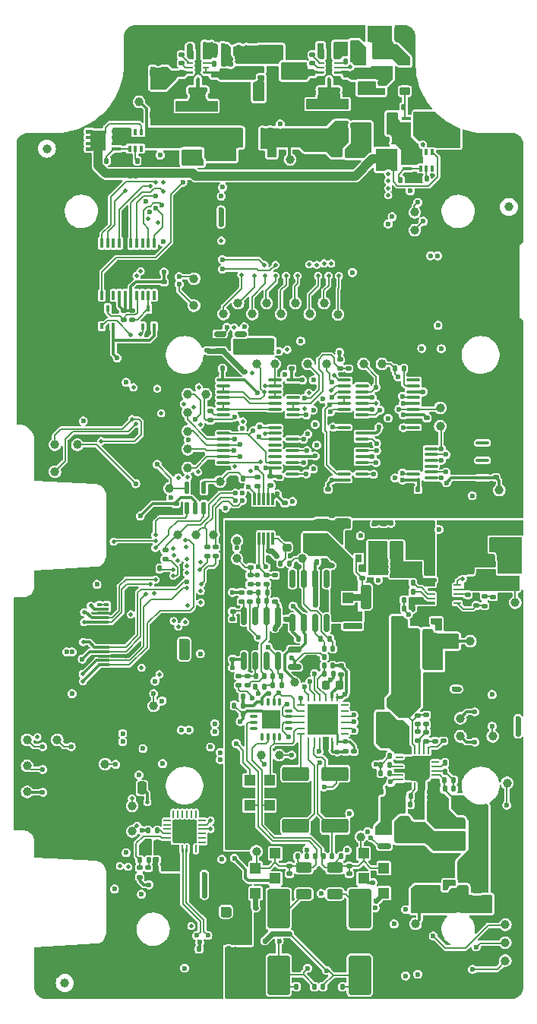
<source format=gbr>
%TF.GenerationSoftware,KiCad,Pcbnew,7.99.0-1.20230926git54171ec.fc37*%
%TF.CreationDate,2023-10-03T14:10:53+01:00*%
%TF.ProjectId,bugg-main-r5,62756767-2d6d-4616-996e-2d72352e6b69,rev?*%
%TF.SameCoordinates,Original*%
%TF.FileFunction,Copper,L6,Bot*%
%TF.FilePolarity,Positive*%
%FSLAX46Y46*%
G04 Gerber Fmt 4.6, Leading zero omitted, Abs format (unit mm)*
G04 Created by KiCad (PCBNEW 7.99.0-1.20230926git54171ec.fc37) date 2023-10-03 14:10:53*
%MOMM*%
%LPD*%
G01*
G04 APERTURE LIST*
G04 Aperture macros list*
%AMRoundRect*
0 Rectangle with rounded corners*
0 $1 Rounding radius*
0 $2 $3 $4 $5 $6 $7 $8 $9 X,Y pos of 4 corners*
0 Add a 4 corners polygon primitive as box body*
4,1,4,$2,$3,$4,$5,$6,$7,$8,$9,$2,$3,0*
0 Add four circle primitives for the rounded corners*
1,1,$1+$1,$2,$3*
1,1,$1+$1,$4,$5*
1,1,$1+$1,$6,$7*
1,1,$1+$1,$8,$9*
0 Add four rect primitives between the rounded corners*
20,1,$1+$1,$2,$3,$4,$5,0*
20,1,$1+$1,$4,$5,$6,$7,0*
20,1,$1+$1,$6,$7,$8,$9,0*
20,1,$1+$1,$8,$9,$2,$3,0*%
%AMFreePoly0*
4,1,21,1.372500,0.787500,0.862500,0.787500,0.862500,0.532500,1.372500,0.532500,1.372500,0.127500,0.862500,0.127500,0.862500,-0.127500,1.372500,-0.127500,1.372500,-0.532500,0.862500,-0.532500,0.862500,-0.787500,1.372500,-0.787500,1.372500,-1.195000,0.612500,-1.195000,0.612500,-1.117500,-0.862500,-1.117500,-0.862500,1.117500,0.612500,1.117500,0.612500,1.195000,1.372500,1.195000,
1.372500,0.787500,1.372500,0.787500,$1*%
G04 Aperture macros list end*
%TA.AperFunction,SMDPad,CuDef*%
%ADD10C,1.000000*%
%TD*%
%TA.AperFunction,SMDPad,CuDef*%
%ADD11RoundRect,0.135000X0.135000X0.185000X-0.135000X0.185000X-0.135000X-0.185000X0.135000X-0.185000X0*%
%TD*%
%TA.AperFunction,SMDPad,CuDef*%
%ADD12RoundRect,0.135000X-0.185000X0.135000X-0.185000X-0.135000X0.185000X-0.135000X0.185000X0.135000X0*%
%TD*%
%TA.AperFunction,SMDPad,CuDef*%
%ADD13RoundRect,0.135000X-0.135000X-0.185000X0.135000X-0.185000X0.135000X0.185000X-0.135000X0.185000X0*%
%TD*%
%TA.AperFunction,SMDPad,CuDef*%
%ADD14RoundRect,0.140000X0.170000X-0.140000X0.170000X0.140000X-0.170000X0.140000X-0.170000X-0.140000X0*%
%TD*%
%TA.AperFunction,SMDPad,CuDef*%
%ADD15RoundRect,0.140000X0.140000X0.170000X-0.140000X0.170000X-0.140000X-0.170000X0.140000X-0.170000X0*%
%TD*%
%TA.AperFunction,SMDPad,CuDef*%
%ADD16RoundRect,0.140000X-0.140000X-0.170000X0.140000X-0.170000X0.140000X0.170000X-0.140000X0.170000X0*%
%TD*%
%TA.AperFunction,SMDPad,CuDef*%
%ADD17RoundRect,0.140000X-0.170000X0.140000X-0.170000X-0.140000X0.170000X-0.140000X0.170000X0.140000X0*%
%TD*%
%TA.AperFunction,ComponentPad*%
%ADD18O,1.550000X0.890000*%
%TD*%
%TA.AperFunction,ComponentPad*%
%ADD19O,0.950000X1.250000*%
%TD*%
%TA.AperFunction,SMDPad,CuDef*%
%ADD20R,0.990000X0.405000*%
%TD*%
%TA.AperFunction,SMDPad,CuDef*%
%ADD21FreePoly0,0.000000*%
%TD*%
%TA.AperFunction,SMDPad,CuDef*%
%ADD22RoundRect,0.200000X0.200000X0.275000X-0.200000X0.275000X-0.200000X-0.275000X0.200000X-0.275000X0*%
%TD*%
%TA.AperFunction,SMDPad,CuDef*%
%ADD23RoundRect,0.250000X-0.325000X-0.650000X0.325000X-0.650000X0.325000X0.650000X-0.325000X0.650000X0*%
%TD*%
%TA.AperFunction,SMDPad,CuDef*%
%ADD24RoundRect,0.150000X-0.587500X-0.150000X0.587500X-0.150000X0.587500X0.150000X-0.587500X0.150000X0*%
%TD*%
%TA.AperFunction,SMDPad,CuDef*%
%ADD25FreePoly0,180.000000*%
%TD*%
%TA.AperFunction,SMDPad,CuDef*%
%ADD26R,0.980000X3.400000*%
%TD*%
%TA.AperFunction,SMDPad,CuDef*%
%ADD27RoundRect,0.050000X-0.287500X-0.075000X0.287500X-0.075000X0.287500X0.075000X-0.287500X0.075000X0*%
%TD*%
%TA.AperFunction,SMDPad,CuDef*%
%ADD28RoundRect,0.050000X-0.075000X0.287500X-0.075000X-0.287500X0.075000X-0.287500X0.075000X0.287500X0*%
%TD*%
%TA.AperFunction,SMDPad,CuDef*%
%ADD29RoundRect,0.050000X-0.275000X-0.075000X0.275000X-0.075000X0.275000X0.075000X-0.275000X0.075000X0*%
%TD*%
%TA.AperFunction,SMDPad,CuDef*%
%ADD30RoundRect,0.050050X0.124950X0.274950X-0.124950X0.274950X-0.124950X-0.274950X0.124950X-0.274950X0*%
%TD*%
%TA.AperFunction,SMDPad,CuDef*%
%ADD31RoundRect,0.049950X-0.175050X-0.675050X0.175050X-0.675050X0.175050X0.675050X-0.175050X0.675050X0*%
%TD*%
%TA.AperFunction,SMDPad,CuDef*%
%ADD32R,1.200000X1.200000*%
%TD*%
%TA.AperFunction,SMDPad,CuDef*%
%ADD33R,3.800000X2.000000*%
%TD*%
%TA.AperFunction,SMDPad,CuDef*%
%ADD34RoundRect,0.225000X0.375000X-0.225000X0.375000X0.225000X-0.375000X0.225000X-0.375000X-0.225000X0*%
%TD*%
%TA.AperFunction,SMDPad,CuDef*%
%ADD35RoundRect,0.135000X0.185000X-0.135000X0.185000X0.135000X-0.185000X0.135000X-0.185000X-0.135000X0*%
%TD*%
%TA.AperFunction,SMDPad,CuDef*%
%ADD36RoundRect,0.250000X0.650000X-0.325000X0.650000X0.325000X-0.650000X0.325000X-0.650000X-0.325000X0*%
%TD*%
%TA.AperFunction,SMDPad,CuDef*%
%ADD37RoundRect,0.100000X-0.637500X-0.100000X0.637500X-0.100000X0.637500X0.100000X-0.637500X0.100000X0*%
%TD*%
%TA.AperFunction,SMDPad,CuDef*%
%ADD38RoundRect,0.250000X0.325000X0.650000X-0.325000X0.650000X-0.325000X-0.650000X0.325000X-0.650000X0*%
%TD*%
%TA.AperFunction,SMDPad,CuDef*%
%ADD39R,0.550000X0.300000*%
%TD*%
%TA.AperFunction,SMDPad,CuDef*%
%ADD40R,0.550000X0.400000*%
%TD*%
%TA.AperFunction,SMDPad,CuDef*%
%ADD41RoundRect,0.218750X0.218750X0.256250X-0.218750X0.256250X-0.218750X-0.256250X0.218750X-0.256250X0*%
%TD*%
%TA.AperFunction,SMDPad,CuDef*%
%ADD42RoundRect,0.100000X0.637500X0.100000X-0.637500X0.100000X-0.637500X-0.100000X0.637500X-0.100000X0*%
%TD*%
%TA.AperFunction,SMDPad,CuDef*%
%ADD43R,0.450000X0.700000*%
%TD*%
%TA.AperFunction,SMDPad,CuDef*%
%ADD44RoundRect,0.250000X1.250000X0.550000X-1.250000X0.550000X-1.250000X-0.550000X1.250000X-0.550000X0*%
%TD*%
%TA.AperFunction,SMDPad,CuDef*%
%ADD45RoundRect,0.250000X0.625000X-0.312500X0.625000X0.312500X-0.625000X0.312500X-0.625000X-0.312500X0*%
%TD*%
%TA.AperFunction,SMDPad,CuDef*%
%ADD46RoundRect,0.250000X1.000000X-1.950000X1.000000X1.950000X-1.000000X1.950000X-1.000000X-1.950000X0*%
%TD*%
%TA.AperFunction,SMDPad,CuDef*%
%ADD47RoundRect,0.250000X0.450000X-0.262500X0.450000X0.262500X-0.450000X0.262500X-0.450000X-0.262500X0*%
%TD*%
%TA.AperFunction,SMDPad,CuDef*%
%ADD48RoundRect,0.150000X0.150000X-0.825000X0.150000X0.825000X-0.150000X0.825000X-0.150000X-0.825000X0*%
%TD*%
%TA.AperFunction,SMDPad,CuDef*%
%ADD49RoundRect,0.250000X-0.650000X0.325000X-0.650000X-0.325000X0.650000X-0.325000X0.650000X0.325000X0*%
%TD*%
%TA.AperFunction,SMDPad,CuDef*%
%ADD50RoundRect,0.250000X-0.325000X-1.100000X0.325000X-1.100000X0.325000X1.100000X-0.325000X1.100000X0*%
%TD*%
%TA.AperFunction,SMDPad,CuDef*%
%ADD51RoundRect,0.250000X0.550000X-1.250000X0.550000X1.250000X-0.550000X1.250000X-0.550000X-1.250000X0*%
%TD*%
%TA.AperFunction,SMDPad,CuDef*%
%ADD52RoundRect,0.062500X-0.362500X-0.062500X0.362500X-0.062500X0.362500X0.062500X-0.362500X0.062500X0*%
%TD*%
%TA.AperFunction,SMDPad,CuDef*%
%ADD53RoundRect,0.062500X-0.062500X-0.362500X0.062500X-0.362500X0.062500X0.362500X-0.062500X0.362500X0*%
%TD*%
%TA.AperFunction,ComponentPad*%
%ADD54C,0.500000*%
%TD*%
%TA.AperFunction,SMDPad,CuDef*%
%ADD55R,3.400000X3.400000*%
%TD*%
%TA.AperFunction,SMDPad,CuDef*%
%ADD56RoundRect,0.225000X0.250000X-0.225000X0.250000X0.225000X-0.250000X0.225000X-0.250000X-0.225000X0*%
%TD*%
%TA.AperFunction,SMDPad,CuDef*%
%ADD57RoundRect,0.062500X0.062500X-0.325000X0.062500X0.325000X-0.062500X0.325000X-0.062500X-0.325000X0*%
%TD*%
%TA.AperFunction,SMDPad,CuDef*%
%ADD58RoundRect,0.062500X0.325000X-0.062500X0.325000X0.062500X-0.325000X0.062500X-0.325000X-0.062500X0*%
%TD*%
%TA.AperFunction,SMDPad,CuDef*%
%ADD59R,2.450000X2.450000*%
%TD*%
%TA.AperFunction,SMDPad,CuDef*%
%ADD60RoundRect,0.062500X0.062500X-0.350000X0.062500X0.350000X-0.062500X0.350000X-0.062500X-0.350000X0*%
%TD*%
%TA.AperFunction,SMDPad,CuDef*%
%ADD61RoundRect,0.062500X0.350000X-0.062500X0.350000X0.062500X-0.350000X0.062500X-0.350000X-0.062500X0*%
%TD*%
%TA.AperFunction,SMDPad,CuDef*%
%ADD62R,2.600000X2.600000*%
%TD*%
%TA.AperFunction,SMDPad,CuDef*%
%ADD63RoundRect,0.225000X-0.250000X0.225000X-0.250000X-0.225000X0.250000X-0.225000X0.250000X0.225000X0*%
%TD*%
%TA.AperFunction,SMDPad,CuDef*%
%ADD64R,0.980000X3.700000*%
%TD*%
%TA.AperFunction,SMDPad,CuDef*%
%ADD65RoundRect,0.200000X-0.200000X-0.275000X0.200000X-0.275000X0.200000X0.275000X-0.200000X0.275000X0*%
%TD*%
%TA.AperFunction,SMDPad,CuDef*%
%ADD66RoundRect,0.250000X-0.850000X0.375000X-0.850000X-0.375000X0.850000X-0.375000X0.850000X0.375000X0*%
%TD*%
%TA.AperFunction,SMDPad,CuDef*%
%ADD67RoundRect,0.250000X0.262500X0.450000X-0.262500X0.450000X-0.262500X-0.450000X0.262500X-0.450000X0*%
%TD*%
%TA.AperFunction,SMDPad,CuDef*%
%ADD68RoundRect,0.075000X0.350000X0.075000X-0.350000X0.075000X-0.350000X-0.075000X0.350000X-0.075000X0*%
%TD*%
%TA.AperFunction,SMDPad,CuDef*%
%ADD69RoundRect,0.075000X0.075000X0.350000X-0.075000X0.350000X-0.075000X-0.350000X0.075000X-0.350000X0*%
%TD*%
%TA.AperFunction,ComponentPad*%
%ADD70C,0.600000*%
%TD*%
%TA.AperFunction,SMDPad,CuDef*%
%ADD71R,2.100000X2.100000*%
%TD*%
%TA.AperFunction,SMDPad,CuDef*%
%ADD72RoundRect,0.225000X-0.375000X0.225000X-0.375000X-0.225000X0.375000X-0.225000X0.375000X0.225000X0*%
%TD*%
%TA.AperFunction,SMDPad,CuDef*%
%ADD73RoundRect,0.125000X-0.125000X0.587500X-0.125000X-0.587500X0.125000X-0.587500X0.125000X0.587500X0*%
%TD*%
%TA.AperFunction,SMDPad,CuDef*%
%ADD74R,0.400000X1.000000*%
%TD*%
%TA.AperFunction,SMDPad,CuDef*%
%ADD75R,4.700000X1.180000*%
%TD*%
%TA.AperFunction,SMDPad,CuDef*%
%ADD76R,3.400000X0.980000*%
%TD*%
%TA.AperFunction,SMDPad,CuDef*%
%ADD77R,0.300000X1.400000*%
%TD*%
%TA.AperFunction,SMDPad,CuDef*%
%ADD78R,0.800000X0.900000*%
%TD*%
%TA.AperFunction,SMDPad,CuDef*%
%ADD79R,0.400000X0.650000*%
%TD*%
%TA.AperFunction,SMDPad,CuDef*%
%ADD80RoundRect,0.062500X0.362500X0.062500X-0.362500X0.062500X-0.362500X-0.062500X0.362500X-0.062500X0*%
%TD*%
%TA.AperFunction,SMDPad,CuDef*%
%ADD81R,1.650000X2.380000*%
%TD*%
%TA.AperFunction,SMDPad,CuDef*%
%ADD82RoundRect,0.225000X0.225000X0.250000X-0.225000X0.250000X-0.225000X-0.250000X0.225000X-0.250000X0*%
%TD*%
%TA.AperFunction,SMDPad,CuDef*%
%ADD83RoundRect,0.150000X-0.512500X-0.150000X0.512500X-0.150000X0.512500X0.150000X-0.512500X0.150000X0*%
%TD*%
%TA.AperFunction,SMDPad,CuDef*%
%ADD84RoundRect,0.218750X0.256250X-0.218750X0.256250X0.218750X-0.256250X0.218750X-0.256250X-0.218750X0*%
%TD*%
%TA.AperFunction,SMDPad,CuDef*%
%ADD85RoundRect,0.218750X-0.218750X-0.256250X0.218750X-0.256250X0.218750X0.256250X-0.218750X0.256250X0*%
%TD*%
%TA.AperFunction,SMDPad,CuDef*%
%ADD86RoundRect,0.250000X0.250000X0.475000X-0.250000X0.475000X-0.250000X-0.475000X0.250000X-0.475000X0*%
%TD*%
%TA.AperFunction,ViaPad*%
%ADD87C,0.500000*%
%TD*%
%TA.AperFunction,ViaPad*%
%ADD88C,0.600000*%
%TD*%
%TA.AperFunction,Conductor*%
%ADD89C,0.600000*%
%TD*%
%TA.AperFunction,Conductor*%
%ADD90C,0.200000*%
%TD*%
%TA.AperFunction,Conductor*%
%ADD91C,0.150000*%
%TD*%
%TA.AperFunction,Conductor*%
%ADD92C,0.300000*%
%TD*%
%TA.AperFunction,Conductor*%
%ADD93C,0.180000*%
%TD*%
%TA.AperFunction,Conductor*%
%ADD94C,1.000000*%
%TD*%
%TA.AperFunction,Conductor*%
%ADD95C,0.250000*%
%TD*%
%TA.AperFunction,Conductor*%
%ADD96C,0.800000*%
%TD*%
G04 APERTURE END LIST*
D10*
%TO.P,FID6,*%
%TO.N,*%
X-24850000Y47000000D03*
%TD*%
D11*
%TO.P,R8,1*%
%TO.N,Net-(U4-REF)*%
X17472500Y43627500D03*
%TO.P,R8,2*%
%TO.N,GND*%
X16452500Y43627500D03*
%TD*%
D12*
%TO.P,R36,2*%
%TO.N,Net-(C45-Pad1)*%
X12350000Y53276400D03*
%TO.P,R36,1*%
%TO.N,/Power and input connector/VIN_DCDC_3V7*%
X12350000Y54296400D03*
%TD*%
%TO.P,R35,1*%
%TO.N,/Power and input connector/VIN_DCDC_5*%
X-1000000Y55910000D03*
%TO.P,R35,2*%
%TO.N,Net-(C44-Pad1)*%
X-1000000Y54890000D03*
%TD*%
D11*
%TO.P,R17,1*%
%TO.N,Net-(U6-FB)*%
X7585000Y58375000D03*
%TO.P,R17,2*%
%TO.N,GND*%
X6565000Y58375000D03*
%TD*%
%TO.P,R16,1*%
%TO.N,/Power and input connector/3V7_O*%
X9460000Y57656400D03*
%TO.P,R16,2*%
%TO.N,Net-(U6-FB)*%
X8440000Y57656400D03*
%TD*%
%TO.P,R15,1*%
%TO.N,Net-(U5-FB)*%
X-7065000Y58375000D03*
%TO.P,R15,2*%
%TO.N,GND*%
X-8085000Y58375000D03*
%TD*%
%TO.P,R14,1*%
%TO.N,/Power and input connector/5V_O*%
X-5135000Y57425000D03*
%TO.P,R14,2*%
%TO.N,Net-(U5-FB)*%
X-6155000Y57425000D03*
%TD*%
%TO.P,R13,1*%
%TO.N,/Power and input connector/3V7_O*%
X9440000Y56701400D03*
%TO.P,R13,2*%
%TO.N,Net-(U6-PG)*%
X8420000Y56701400D03*
%TD*%
%TO.P,R12,1*%
%TO.N,/Power and input connector/5V_O*%
X-5140000Y56475000D03*
%TO.P,R12,2*%
%TO.N,Net-(U5-PG)*%
X-6160000Y56475000D03*
%TD*%
D13*
%TO.P,R11,2*%
%TO.N,GND*%
X15910000Y51650000D03*
%TO.P,R11,1*%
%TO.N,Net-(D5-A)*%
X14890000Y51650000D03*
%TD*%
D11*
%TO.P,R7,1*%
%TO.N,Net-(U3-REF)*%
X-14765000Y45650000D03*
%TO.P,R7,2*%
%TO.N,GND*%
X-15785000Y45650000D03*
%TD*%
D14*
%TO.P,C38,1*%
%TO.N,GND*%
X-11775000Y31195000D03*
%TO.P,C38,2*%
%TO.N,+5V*%
X-11775000Y32155000D03*
%TD*%
D15*
%TO.P,C18,1*%
%TO.N,/Power and input connector/3V7_O*%
X130000Y46425000D03*
%TO.P,C18,2*%
%TO.N,GND*%
X-830000Y46425000D03*
%TD*%
D16*
%TO.P,C17,1*%
%TO.N,/Power and input connector/5V_O*%
X-4155000Y46575000D03*
%TO.P,C17,2*%
%TO.N,GND*%
X-3195000Y46575000D03*
%TD*%
D15*
%TO.P,C12,1*%
%TO.N,/Power and input connector/3V7_O*%
X9405000Y58591400D03*
%TO.P,C12,2*%
%TO.N,Net-(U6-FB)*%
X8445000Y58591400D03*
%TD*%
%TO.P,C11,1*%
%TO.N,/Power and input connector/5V_O*%
X-5165000Y58375000D03*
%TO.P,C11,2*%
%TO.N,Net-(U5-FB)*%
X-6125000Y58375000D03*
%TD*%
D17*
%TO.P,C10,1*%
%TO.N,Net-(U6-BOOT)*%
X4716600Y57459400D03*
%TO.P,C10,2*%
%TO.N,Net-(U6-SW_BT)*%
X4716600Y56499400D03*
%TD*%
D14*
%TO.P,C9,1*%
%TO.N,Net-(U5-SW_BT)*%
X-9875000Y56495000D03*
%TO.P,C9,2*%
%TO.N,Net-(U5-BOOT)*%
X-9875000Y57455000D03*
%TD*%
D18*
%TO.P,J15,6,Shield*%
%TO.N,GND*%
X25900000Y28700000D03*
D19*
X23200000Y29700000D03*
X23200000Y34700000D03*
D18*
X25900000Y35700000D03*
%TD*%
D15*
%TO.P,C115,1*%
%TO.N,/Power and input connector/48V_O*%
X4155000Y3825000D03*
%TO.P,C115,2*%
%TO.N,GNDA*%
X3195000Y3825000D03*
%TD*%
D20*
%TO.P,Q3,1,S*%
%TO.N,/Power and input connector/Vin*%
X15215000Y48410000D03*
%TO.P,Q3,2,S*%
X15215000Y49070000D03*
%TO.P,Q3,3,S*%
X15215000Y49730000D03*
%TO.P,Q3,4,G*%
%TO.N,Net-(D5-A)*%
X15215000Y50390000D03*
D21*
%TO.P,Q3,5,D*%
%TO.N,IN_VIN*%
X17207500Y49400000D03*
%TD*%
D16*
%TO.P,C101,1*%
%TO.N,+5V*%
X6070000Y-9675000D03*
%TO.P,C101,2*%
%TO.N,GNDA*%
X7030000Y-9675000D03*
%TD*%
%TO.P,C46,1*%
%TO.N,/MIC_IN_N*%
X2970000Y-46400000D03*
%TO.P,C46,2*%
%TO.N,GNDA*%
X3930000Y-46400000D03*
%TD*%
D22*
%TO.P,R109,1*%
%TO.N,+3V7*%
X8885000Y46580000D03*
%TO.P,R109,2*%
%TO.N,/Power and input connector/3V7_O*%
X7235000Y46580000D03*
%TD*%
D23*
%TO.P,C91,1*%
%TO.N,GNDA*%
X11584762Y-10835714D03*
%TO.P,C91,2*%
%TO.N,/Power and input connector/VNEG*%
X14534762Y-10835714D03*
%TD*%
D24*
%TO.P,U31,1,IN*%
%TO.N,+5V*%
X2762500Y-10750000D03*
%TO.P,U31,2,OUT*%
%TO.N,+5VA*%
X2762500Y-8850000D03*
%TO.P,U31,3,GND*%
%TO.N,GNDA*%
X4637500Y-9800000D03*
%TD*%
D10*
%TO.P,T10,1,1*%
%TO.N,Net-(U7-SYS_CLK)*%
X16150000Y37900000D03*
%TD*%
D20*
%TO.P,Q1,1,S*%
%TO.N,/Power and input connector/5V_O*%
X-17150000Y48910000D03*
%TO.P,Q1,2,S*%
X-17150000Y48250000D03*
%TO.P,Q1,3,S*%
X-17150000Y47590000D03*
%TO.P,Q1,4,G*%
%TO.N,Net-(Q1-G)*%
X-17150000Y46930000D03*
D25*
%TO.P,Q1,5,D*%
%TO.N,VBUS*%
X-19142500Y47920000D03*
%TD*%
D26*
%TO.P,L4,1,1*%
%TO.N,GNDA*%
X10354286Y-17484762D03*
%TO.P,L4,2,2*%
%TO.N,/Power and input connector/OUTN*%
X12724286Y-17484762D03*
%TD*%
D24*
%TO.P,Q10,1,G*%
%TO.N,/Power and input connector/BSW*%
X12777500Y-30775000D03*
%TO.P,Q10,2,S*%
%TO.N,+5V*%
X12777500Y-28875000D03*
%TO.P,Q10,3,D*%
%TO.N,/Power and input connector/+5V_SW*%
X14652500Y-29825000D03*
%TD*%
D17*
%TO.P,C120,1*%
%TO.N,GND*%
X-6925000Y25455000D03*
%TO.P,C120,2*%
%TO.N,+3V3*%
X-6925000Y24495000D03*
%TD*%
D27*
%TO.P,U5,1,PGND*%
%TO.N,GND*%
X-8862500Y54850000D03*
D28*
X-8650000Y54637500D03*
D29*
%TO.P,U5,2,VIN*%
%TO.N,/Power and input connector/VIN_DCDC_5*%
X-8875000Y55500000D03*
%TO.P,U5,3,SW_BT*%
%TO.N,Net-(U5-SW_BT)*%
X-8875000Y56000000D03*
%TO.P,U5,4,BOOT*%
%TO.N,Net-(U5-BOOT)*%
X-8875000Y56500000D03*
D27*
%TO.P,U5,5,VCC*%
%TO.N,Net-(U5-VCC)*%
X-8862500Y57150000D03*
D28*
X-8650000Y57362500D03*
D30*
%TO.P,U5,6,AGND*%
%TO.N,GND*%
X-8000000Y57375000D03*
D28*
%TO.P,U5,7,FB*%
%TO.N,Net-(U5-FB)*%
X-7350000Y57362500D03*
D27*
X-7137500Y57150000D03*
D29*
%TO.P,U5,8,PG*%
%TO.N,Net-(U5-PG)*%
X-7125000Y56500000D03*
%TO.P,U5,9,EN*%
%TO.N,/Power and input connector/VIN_DCDC_5*%
X-7125000Y56000000D03*
%TO.P,U5,10,VIN*%
X-7125000Y55500000D03*
D28*
%TO.P,U5,11,PGND*%
%TO.N,GND*%
X-7350000Y54637500D03*
D27*
X-7137500Y54850000D03*
D30*
%TO.P,U5,12,SW*%
%TO.N,/Power and input connector/SW_5V4*%
X-8000000Y54625000D03*
D31*
%TO.P,U5,13,PGND*%
%TO.N,GND*%
X-8000000Y56000000D03*
%TD*%
D32*
%TO.P,D10,1,K*%
%TO.N,/External Microphone Interface/IN_AMP_P*%
X10450000Y-31550000D03*
%TO.P,D10,2,A*%
%TO.N,-15V*%
X10450000Y-34350000D03*
%TD*%
D33*
%TO.P,GC1,1,1*%
%TO.N,GND*%
X-24750000Y17900000D03*
%TD*%
D34*
%TO.P,D4,1,A1*%
%TO.N,GND*%
X20100000Y44500000D03*
%TO.P,D4,2,A2*%
%TO.N,IN_VIN*%
X20100000Y47800000D03*
%TD*%
D10*
%TO.P,T29,1,1*%
%TO.N,/External Microphone Interface/Q2*%
X-9150000Y15500000D03*
%TD*%
%TO.P,T17,1,1*%
%TO.N,GND*%
X-16575000Y52200000D03*
%TD*%
%TO.P,T15,1,1*%
%TO.N,/SCL*%
X-23950000Y11000000D03*
%TD*%
D14*
%TO.P,C126,1*%
%TO.N,GNDA*%
X24350000Y5270000D03*
%TO.P,C126,2*%
%TO.N,GND*%
X24350000Y6230000D03*
%TD*%
D10*
%TO.P,T19,1,1*%
%TO.N,/External Microphone Interface/AMP_SCLK*%
X-8250000Y4000000D03*
%TD*%
D15*
%TO.P,C64,1*%
%TO.N,-15V*%
X-3020000Y-16000000D03*
%TO.P,C64,2*%
%TO.N,GNDA*%
X-3980000Y-16000000D03*
%TD*%
D23*
%TO.P,C43,1*%
%TO.N,/Power and input connector/Vin*%
X11525000Y59786400D03*
%TO.P,C43,2*%
%TO.N,GND*%
X14475000Y59786400D03*
%TD*%
D10*
%TO.P,T51,1,1*%
%TO.N,+5VA*%
X2750000Y-12500000D03*
%TD*%
D35*
%TO.P,R57,1*%
%TO.N,Net-(C71-Pad2)*%
X-2220000Y-3460000D03*
%TO.P,R57,2*%
%TO.N,Net-(U25B--)*%
X-2220000Y-2440000D03*
%TD*%
D12*
%TO.P,R59,1*%
%TO.N,Net-(U25A-+)*%
X-2500000Y-11790000D03*
%TO.P,R59,2*%
%TO.N,Net-(C72-Pad2)*%
X-2500000Y-12810000D03*
%TD*%
D16*
%TO.P,C87,1*%
%TO.N,/Power and input connector/VIN_F*%
X15670000Y-26125000D03*
%TO.P,C87,2*%
%TO.N,GNDA*%
X16630000Y-26125000D03*
%TD*%
%TO.P,C139,1*%
%TO.N,GNDA*%
X12420238Y-14749286D03*
%TO.P,C139,2*%
%TO.N,/Power and input connector/VNEG*%
X13380238Y-14749286D03*
%TD*%
D17*
%TO.P,C42,1*%
%TO.N,/Power and input connector/VIN_DCDC_5*%
X-9875000Y55480000D03*
%TO.P,C42,2*%
%TO.N,GND*%
X-9875000Y54520000D03*
%TD*%
D10*
%TO.P,T57,1,1*%
%TO.N,/Modem/UIM_CLK_R*%
X-27050000Y-18900000D03*
%TD*%
D14*
%TO.P,C54,1*%
%TO.N,GNDA*%
X8850000Y-34780000D03*
%TO.P,C54,2*%
%TO.N,/External Microphone Interface/IN_AMP_P*%
X8850000Y-33820000D03*
%TD*%
D10*
%TO.P,T5,1,1*%
%TO.N,/Power and input connector/48V_O*%
X8350000Y-5000000D03*
%TD*%
D32*
%TO.P,D13,1,K*%
%TO.N,/External Microphone Interface/IN_AMP_P*%
X-50000Y-26200000D03*
%TO.P,D13,2,A*%
%TO.N,Net-(D13-A)*%
X-50000Y-23400000D03*
%TD*%
D35*
%TO.P,R94,1*%
%TO.N,/Power and input connector/FBN*%
X17450000Y-17160000D03*
%TO.P,R94,2*%
%TO.N,/Power and input connector/VNEG*%
X17450000Y-16140000D03*
%TD*%
D36*
%TO.P,C13,1*%
%TO.N,/Power and input connector/5V_O*%
X-3925000Y47875000D03*
%TO.P,C13,2*%
%TO.N,GND*%
X-3925000Y50825000D03*
%TD*%
D10*
%TO.P,T38,1,1*%
%TO.N,/FSYNC*%
X-1450000Y23000000D03*
%TD*%
D37*
%TO.P,U19,1,~{R}*%
%TO.N,Net-(U19A-~{R})*%
X10287500Y17300000D03*
%TO.P,U19,2,D*%
%TO.N,+3.3VADC*%
X10287500Y17950000D03*
%TO.P,U19,3,C*%
%TO.N,/FSYNC*%
X10287500Y18600000D03*
%TO.P,U19,4,~{S}*%
%TO.N,+3.3VADC*%
X10287500Y19250000D03*
%TO.P,U19,5,Q*%
%TO.N,/External Microphone Interface/RST*%
X10287500Y19900000D03*
%TO.P,U19,6,~{Q}*%
%TO.N,unconnected-(U19A-~{Q}-Pad6)*%
X10287500Y20550000D03*
%TO.P,U19,7,GND*%
%TO.N,GND*%
X10287500Y21200000D03*
%TO.P,U19,8,~{Q}*%
%TO.N,unconnected-(U19B-~{Q}-Pad8)*%
X16012500Y21200000D03*
%TO.P,U19,9,Q*%
%TO.N,Net-(U19B-Q)*%
X16012500Y20550000D03*
%TO.P,U19,10,~{S}*%
%TO.N,+3.3VADC*%
X16012500Y19900000D03*
%TO.P,U19,11,C*%
%TO.N,/External Microphone Interface/Qeq2*%
X16012500Y19250000D03*
%TO.P,U19,12,D*%
%TO.N,+3.3VADC*%
X16012500Y18600000D03*
%TO.P,U19,13,~{R}*%
%TO.N,/External Microphone Interface/!Qeq10*%
X16012500Y17950000D03*
%TO.P,U19,14,VCC*%
%TO.N,+3.3VADC*%
X16012500Y17300000D03*
%TD*%
D17*
%TO.P,C69,1*%
%TO.N,GNDA*%
X600000Y-2495000D03*
%TO.P,C69,2*%
%TO.N,+15V*%
X600000Y-3455000D03*
%TD*%
D10*
%TO.P,T18,1,1*%
%TO.N,/External Microphone Interface/AMP_MOSI*%
X-6250000Y4000000D03*
%TD*%
D16*
%TO.P,C72,1*%
%TO.N,Net-(U25A-+)*%
X-1580000Y-11800000D03*
%TO.P,C72,2*%
%TO.N,Net-(C72-Pad2)*%
X-620000Y-11800000D03*
%TD*%
D38*
%TO.P,C127,1*%
%TO.N,GNDA*%
X-4325000Y-43900000D03*
%TO.P,C127,2*%
%TO.N,GND*%
X-7275000Y-43900000D03*
%TD*%
D14*
%TO.P,C94,1*%
%TO.N,Net-(C94-Pad1)*%
X16500000Y-17155000D03*
%TO.P,C94,2*%
%TO.N,/Power and input connector/VNEG*%
X16500000Y-16195000D03*
%TD*%
D39*
%TO.P,U11,1,IO1*%
%TO.N,/SD_DAT0*%
X-18985000Y-5800000D03*
%TO.P,U11,2,IO2*%
%TO.N,/SD_DAT1*%
X-18985000Y-5300000D03*
D40*
%TO.P,U11,3,G*%
%TO.N,GND*%
X-18985000Y-4800000D03*
D39*
%TO.P,U11,4,IO3*%
%TO.N,/SD_nDET*%
X-18985000Y-4300000D03*
%TO.P,U11,5,IO4*%
%TO.N,unconnected-(U11-IO4-Pad5)*%
X-18985000Y-3800000D03*
%TO.P,U11,6*%
X-18215000Y-3800000D03*
%TO.P,U11,7*%
%TO.N,/SD_nDET*%
X-18215000Y-4300000D03*
D40*
%TO.P,U11,8*%
%TO.N,GND*%
X-18215000Y-4800000D03*
D39*
%TO.P,U11,9*%
%TO.N,/SD_DAT1*%
X-18215000Y-5300000D03*
%TO.P,U11,10*%
%TO.N,/SD_DAT0*%
X-18215000Y-5800000D03*
%TD*%
D41*
%TO.P,FB7,1*%
%TO.N,Net-(U18B-VDD)*%
X7787500Y-12775000D03*
%TO.P,FB7,2*%
%TO.N,+3.3VADC*%
X6212500Y-12775000D03*
%TD*%
D13*
%TO.P,R26,1*%
%TO.N,Net-(U12-VBUS)*%
X-14510000Y-32275000D03*
%TO.P,R26,2*%
%TO.N,Net-(R26-Pad2)*%
X-13490000Y-32275000D03*
%TD*%
%TO.P,R91,1*%
%TO.N,/Power and input connector/VPOS*%
X19479286Y-23384762D03*
%TO.P,R91,2*%
%TO.N,/Power and input connector/FBP*%
X20499286Y-23384762D03*
%TD*%
D12*
%TO.P,R52,1*%
%TO.N,GNDA*%
X2200000Y-31940000D03*
%TO.P,R52,2*%
%TO.N,/External Microphone Interface/IN_AMP_N*%
X2200000Y-32960000D03*
%TD*%
D42*
%TO.P,U20,1*%
%TO.N,/BCLK*%
X8312500Y21200000D03*
%TO.P,U20,2*%
%TO.N,/FSYNC*%
X8312500Y20550000D03*
%TO.P,U20,3*%
%TO.N,Net-(U19A-~{R})*%
X8312500Y19900000D03*
%TO.P,U20,4*%
%TO.N,/External Microphone Interface/!Qeq2*%
X8312500Y19250000D03*
%TO.P,U20,5*%
X8312500Y18600000D03*
%TO.P,U20,6*%
%TO.N,/External Microphone Interface/Qeq2*%
X8312500Y17950000D03*
%TO.P,U20,7,GND*%
%TO.N,GND*%
X8312500Y17300000D03*
%TO.P,U20,8*%
%TO.N,/External Microphone Interface/AMP_RST*%
X2587500Y17300000D03*
%TO.P,U20,9*%
%TO.N,Net-(C81-Pad2)*%
X2587500Y17950000D03*
%TO.P,U20,10*%
X2587500Y18600000D03*
%TO.P,U20,11*%
%TO.N,unconnected-(U20-Pad11)*%
X2587500Y19250000D03*
%TO.P,U20,12*%
%TO.N,GND*%
X2587500Y19900000D03*
%TO.P,U20,13*%
X2587500Y20550000D03*
%TO.P,U20,14,VCC*%
%TO.N,+3.3VADC*%
X2587500Y21200000D03*
%TD*%
D17*
%TO.P,C76,1*%
%TO.N,Net-(U27-IN-)*%
X600000Y-570000D03*
%TO.P,C76,2*%
%TO.N,GNDA*%
X600000Y-1530000D03*
%TD*%
D23*
%TO.P,C90,1*%
%TO.N,GNDA*%
X11584762Y-13135714D03*
%TO.P,C90,2*%
%TO.N,/Power and input connector/VNEG*%
X14534762Y-13135714D03*
%TD*%
D43*
%TO.P,Q28,1,G*%
%TO.N,+3V3*%
X-17425000Y27200000D03*
%TO.P,Q28,2,S*%
%TO.N,/SDA*%
X-18725000Y27200000D03*
%TO.P,Q28,3,D*%
%TO.N,/LED driver\u002C LED board connections/SDA_5V*%
X-18075000Y29200000D03*
%TD*%
D33*
%TO.P,GC2,1,1*%
%TO.N,GND*%
X-24700000Y23400000D03*
%TD*%
D32*
%TO.P,D17,1,K*%
%TO.N,/Power and input connector/OUTN*%
X14914286Y-18609762D03*
%TO.P,D17,2,A*%
%TO.N,/Power and input connector/VNEG*%
X14914286Y-15809762D03*
%TD*%
D44*
%TO.P,C59,1*%
%TO.N,Net-(U18A-SOUT1)*%
X7275000Y-28500000D03*
%TO.P,C59,2*%
%TO.N,Net-(U18A-SCAP1)*%
X2875000Y-28500000D03*
%TD*%
D45*
%TO.P,R48,1*%
%TO.N,Net-(C50-Pad2)*%
X3800000Y-36087500D03*
%TO.P,R48,2*%
%TO.N,/External Microphone Interface/IN_AMP_N*%
X3800000Y-33162500D03*
%TD*%
D10*
%TO.P,T48,1,1*%
%TO.N,/External Microphone Interface/!Qeq2*%
X4250000Y23000000D03*
%TD*%
D12*
%TO.P,R113,1*%
%TO.N,+5V*%
X-15340000Y28975000D03*
%TO.P,R113,2*%
%TO.N,/LED driver\u002C LED board connections/SCL_5V*%
X-15340000Y27955000D03*
%TD*%
D14*
%TO.P,C60,1*%
%TO.N,GND*%
X1050000Y9470000D03*
%TO.P,C60,2*%
%TO.N,+3.3VADC*%
X1050000Y10430000D03*
%TD*%
D46*
%TO.P,C49,1*%
%TO.N,/MIC_IN_P*%
X10025000Y-45125000D03*
%TO.P,C49,2*%
%TO.N,Net-(C49-Pad2)*%
X10025000Y-37725000D03*
%TD*%
D10*
%TO.P,FID5,*%
%TO.N,*%
X26650000Y40500000D03*
%TD*%
D16*
%TO.P,C56,1*%
%TO.N,/External Microphone Interface/IN_AMP_N*%
X5020000Y-31875000D03*
%TO.P,C56,2*%
%TO.N,/External Microphone Interface/IN_AMP_P*%
X5980000Y-31875000D03*
%TD*%
D35*
%TO.P,R103,1*%
%TO.N,/Power and input connector/-15V_L*%
X18805000Y-7380000D03*
%TO.P,R103,2*%
%TO.N,-15V*%
X18805000Y-6360000D03*
%TD*%
D10*
%TO.P,T34,1,1*%
%TO.N,/External Microphone Interface/CNV*%
X12500000Y23000000D03*
%TD*%
D42*
%TO.P,U22,1*%
%TO.N,/BCLK*%
X562500Y21200000D03*
%TO.P,U22,2*%
X562500Y20550000D03*
%TO.P,U22,3*%
%TO.N,Net-(U22-Pad3)*%
X562500Y19900000D03*
%TO.P,U22,4*%
X562500Y19250000D03*
%TO.P,U22,5*%
%TO.N,Net-(U22-Pad11)*%
X562500Y18600000D03*
%TO.P,U22,6*%
%TO.N,Net-(U22-Pad10)*%
X562500Y17950000D03*
%TO.P,U22,7,GND*%
%TO.N,GND*%
X562500Y17300000D03*
%TO.P,U22,8*%
%TO.N,Net-(R70-Pad1)*%
X-5162500Y17300000D03*
%TO.P,U22,9*%
%TO.N,Net-(U22-Pad10)*%
X-5162500Y17950000D03*
%TO.P,U22,10*%
X-5162500Y18600000D03*
%TO.P,U22,11*%
%TO.N,Net-(U22-Pad11)*%
X-5162500Y19250000D03*
%TO.P,U22,12*%
%TO.N,/FSYNC*%
X-5162500Y19900000D03*
%TO.P,U22,13*%
X-5162500Y20550000D03*
%TO.P,U22,14,VCC*%
%TO.N,+3.3VADC*%
X-5162500Y21200000D03*
%TD*%
D32*
%TO.P,D8,1,K*%
%TO.N,+15V*%
X12700000Y-36000000D03*
%TO.P,D8,2,A*%
%TO.N,/External Microphone Interface/IN_AMP_P*%
X12700000Y-33200000D03*
%TD*%
D36*
%TO.P,C80,1*%
%TO.N,/Power and input connector/48V_O*%
X5800000Y2225000D03*
%TO.P,C80,2*%
%TO.N,GNDA*%
X5800000Y5175000D03*
%TD*%
D10*
%TO.P,T35,1,1*%
%TO.N,/External Microphone Interface/SCK*%
X-7150000Y19600000D03*
%TD*%
D47*
%TO.P,R112,1*%
%TO.N,/Power and input connector/-15V_L*%
X20290000Y-8062500D03*
%TO.P,R112,2*%
%TO.N,GNDA*%
X20290000Y-6237500D03*
%TD*%
D10*
%TO.P,T37,1,1*%
%TO.N,/BCLK*%
X550000Y23000000D03*
%TD*%
%TO.P,J5,1,1*%
%TO.N,/Modem/J5*%
X1250000Y28575000D03*
%TD*%
%TO.P,T25,1,1*%
%TO.N,Net-(U18A-IN1)*%
X1050000Y-20600000D03*
%TD*%
D14*
%TO.P,C48,1*%
%TO.N,GND*%
X17500000Y16040000D03*
%TO.P,C48,2*%
%TO.N,+3.3VADC*%
X17500000Y17000000D03*
%TD*%
D17*
%TO.P,C25,1*%
%TO.N,GND*%
X25200000Y11330000D03*
%TO.P,C25,2*%
%TO.N,+3.3VADC*%
X25200000Y10370000D03*
%TD*%
D23*
%TO.P,C133,1*%
%TO.N,/Power and input connector/VPOS*%
X23119286Y-28174762D03*
%TO.P,C133,2*%
%TO.N,GNDA*%
X26069286Y-28174762D03*
%TD*%
D16*
%TO.P,C117,1*%
%TO.N,+15V*%
X5220000Y925000D03*
%TO.P,C117,2*%
%TO.N,GNDA*%
X6180000Y925000D03*
%TD*%
D36*
%TO.P,C103,1*%
%TO.N,/Power and input connector/LT_VIN*%
X24200000Y-1675000D03*
%TO.P,C103,2*%
%TO.N,GNDA*%
X24200000Y1275000D03*
%TD*%
D10*
%TO.P,T46,1,1*%
%TO.N,/48V_EN*%
X26250000Y-43500000D03*
%TD*%
D48*
%TO.P,U33,1,NC*%
%TO.N,unconnected-(U33-NC-Pad1)*%
X6355000Y-5875000D03*
%TO.P,U33,2,-*%
%TO.N,Net-(U33--)*%
X5085000Y-5875000D03*
%TO.P,U33,3,+*%
%TO.N,+5VA*%
X3815000Y-5875000D03*
%TO.P,U33,4,V-*%
%TO.N,-15V*%
X2545000Y-5875000D03*
%TO.P,U33,5,NC*%
%TO.N,unconnected-(U33-NC-Pad5)*%
X2545000Y-925000D03*
%TO.P,U33,6*%
%TO.N,/Power and input connector/VREF_O*%
X3815000Y-925000D03*
%TO.P,U33,7,V+*%
%TO.N,+15V*%
X5085000Y-925000D03*
%TO.P,U33,8,NC*%
%TO.N,unconnected-(U33-NC-Pad8)*%
X6355000Y-925000D03*
%TD*%
D35*
%TO.P,R93,1*%
%TO.N,/Power and input connector/TPS_VREF*%
X17450000Y-19035000D03*
%TO.P,R93,2*%
%TO.N,/Power and input connector/FBN*%
X17450000Y-18015000D03*
%TD*%
%TO.P,R101,1*%
%TO.N,/Power and input connector/FBN*%
X16495000Y-19025000D03*
%TO.P,R101,2*%
%TO.N,Net-(C94-Pad1)*%
X16495000Y-18005000D03*
%TD*%
D16*
%TO.P,C47,1*%
%TO.N,/MIC_IN_N*%
X4970000Y-46400000D03*
%TO.P,C47,2*%
%TO.N,/MIC_IN_P*%
X5930000Y-46400000D03*
%TD*%
D10*
%TO.P,T7,1,1*%
%TO.N,/Power and input connector/LT_VIN*%
X27350000Y-3600000D03*
%TD*%
%TO.P,J8,1,1*%
%TO.N,/Modem/J8*%
X6050000Y29800000D03*
%TD*%
D49*
%TO.P,C45,2*%
%TO.N,GND*%
X10700000Y50875000D03*
%TO.P,C45,1*%
%TO.N,Net-(C45-Pad1)*%
X10700000Y53825000D03*
%TD*%
D35*
%TO.P,R61,1*%
%TO.N,Net-(C71-Pad2)*%
X-2175000Y-1560000D03*
%TO.P,R61,2*%
%TO.N,Net-(U27-IN+)*%
X-2175000Y-540000D03*
%TD*%
D17*
%TO.P,C53,1*%
%TO.N,GND*%
X2450000Y23430000D03*
%TO.P,C53,2*%
%TO.N,+3.3VADC*%
X2450000Y22470000D03*
%TD*%
D38*
%TO.P,C129,1*%
%TO.N,GNDA*%
X-3525000Y-850000D03*
%TO.P,C129,2*%
%TO.N,GND*%
X-6475000Y-850000D03*
%TD*%
D39*
%TO.P,U10,1,IO1*%
%TO.N,/SD_DAT2*%
X-18885000Y-10550000D03*
%TO.P,U10,2,IO2*%
%TO.N,/SD_DAT3*%
X-18885000Y-10050000D03*
D40*
%TO.P,U10,3,G*%
%TO.N,GND*%
X-18885000Y-9550000D03*
D39*
%TO.P,U10,4,IO3*%
%TO.N,/SD_CMD*%
X-18885000Y-9050000D03*
%TO.P,U10,5,IO4*%
%TO.N,/SD_CLK*%
X-18885000Y-8550000D03*
%TO.P,U10,6*%
X-18115000Y-8550000D03*
%TO.P,U10,7*%
%TO.N,/SD_CMD*%
X-18115000Y-9050000D03*
D40*
%TO.P,U10,8*%
%TO.N,GND*%
X-18115000Y-9550000D03*
D39*
%TO.P,U10,9*%
%TO.N,/SD_DAT3*%
X-18115000Y-10050000D03*
%TO.P,U10,10*%
%TO.N,/SD_DAT2*%
X-18115000Y-10550000D03*
%TD*%
D32*
%TO.P,D14,1,K*%
%TO.N,/External Microphone Interface/IN_AMP_N*%
X-2250000Y-26200000D03*
%TO.P,D14,2,A*%
%TO.N,Net-(D14-A)*%
X-2250000Y-23400000D03*
%TD*%
D10*
%TO.P,T6,1,1*%
%TO.N,/Power and input connector/LT_VOUT*%
X15950000Y4600000D03*
%TD*%
D12*
%TO.P,R78,1*%
%TO.N,+5V*%
X14750000Y-26670000D03*
%TO.P,R78,2*%
%TO.N,/Power and input connector/+5V_SW*%
X14750000Y-27690000D03*
%TD*%
D50*
%TO.P,C107,1*%
%TO.N,/Power and input connector/LT_VOUT*%
X17775000Y3900000D03*
%TO.P,C107,2*%
%TO.N,GNDA*%
X20725000Y3900000D03*
%TD*%
D36*
%TO.P,C16,1*%
%TO.N,/Power and input connector/3V7_O*%
X2190000Y47725000D03*
%TO.P,C16,2*%
%TO.N,GND*%
X2190000Y50675000D03*
%TD*%
D10*
%TO.P,T55,1,1*%
%TO.N,/Modem/UIM_DSW*%
X-18350000Y-21600000D03*
%TD*%
D16*
%TO.P,C121,1*%
%TO.N,GNDA*%
X2220000Y-7600000D03*
%TO.P,C121,2*%
%TO.N,-15V*%
X3180000Y-7600000D03*
%TD*%
D10*
%TO.P,T47,1,1*%
%TO.N,/External Microphone Interface/RST*%
X10450000Y23000000D03*
%TD*%
D35*
%TO.P,R71,1*%
%TO.N,Net-(U27-SDO)*%
X-1400000Y9390000D03*
%TO.P,R71,2*%
%TO.N,/SDOUT_EXT_MIC*%
X-1400000Y10410000D03*
%TD*%
D10*
%TO.P,T28,1,1*%
%TO.N,/External Microphone Interface/Q1*%
X-9150000Y13500000D03*
%TD*%
D35*
%TO.P,R54,1*%
%TO.N,Net-(U18A-IN2)*%
X-3450000Y-12810000D03*
%TO.P,R54,2*%
%TO.N,Net-(U25A-+)*%
X-3450000Y-11790000D03*
%TD*%
D13*
%TO.P,R90,1*%
%TO.N,/Power and input connector/LT_VOUT*%
X14940000Y-3300000D03*
%TO.P,R90,2*%
%TO.N,/Power and input connector/FBX*%
X15960000Y-3300000D03*
%TD*%
D51*
%TO.P,C119,1*%
%TO.N,GNDA*%
X18270000Y-13950000D03*
%TO.P,C119,2*%
%TO.N,/Power and input connector/-15V_L*%
X18270000Y-9550000D03*
%TD*%
D16*
%TO.P,C74,1*%
%TO.N,GND*%
X15570000Y9000000D03*
%TO.P,C74,2*%
%TO.N,+3.3VADC*%
X16530000Y9000000D03*
%TD*%
D52*
%TO.P,U18,1,SCAP2*%
%TO.N,Net-(U18A-SCAP2)*%
X3467462Y-18250000D03*
%TO.P,U18,2,Rg1*%
%TO.N,Net-(D13-A)*%
X3467462Y-17600000D03*
%TO.P,U18,3,IN1*%
%TO.N,Net-(U18A-IN1)*%
X3467462Y-16950000D03*
%TO.P,U18,4,IN2*%
%TO.N,Net-(U18A-IN2)*%
X3467462Y-16300000D03*
%TO.P,U18,5,Rg2*%
%TO.N,Net-(D14-A)*%
X3467462Y-15650000D03*
%TO.P,U18,6,~{RST}*%
%TO.N,/External Microphone Interface/AMP_RST*%
X3467462Y-15000000D03*
D53*
%TO.P,U18,7,~{CS}*%
%TO.N,/External Microphone Interface/AMP_nCS*%
X4292462Y-14175000D03*
%TO.P,U18,8,SCLK*%
%TO.N,/External Microphone Interface/AMP_SCLK*%
X4942462Y-14175000D03*
%TO.P,U18,9,DIN*%
%TO.N,/External Microphone Interface/AMP_MOSI*%
X5592462Y-14175000D03*
%TO.P,U18,10,TRC*%
%TO.N,/External Microphone Interface/TRC*%
X6242462Y-14175000D03*
%TO.P,U18,11,VDD*%
%TO.N,Net-(U18B-VDD)*%
X6892462Y-14175000D03*
%TO.P,U18,12,DGND*%
%TO.N,GND*%
X7542462Y-14175000D03*
D52*
%TO.P,U18,13,DOUT*%
%TO.N,unconnected-(U18B-DOUT-Pad13)*%
X8367462Y-15000000D03*
%TO.P,U18,14,BSY*%
%TO.N,unconnected-(U18B-BSY-Pad14)*%
X8367462Y-15650000D03*
%TO.P,U18,15,GPO0*%
%TO.N,/External Microphone Interface/PIP_EN*%
X8367462Y-16300000D03*
%TO.P,U18,16,GPO1*%
%TO.N,/External Microphone Interface/P3V3_EN*%
X8367462Y-16950000D03*
%TO.P,U18,17,GPO2*%
%TO.N,/48V_EN*%
X8367462Y-17600000D03*
%TO.P,U18,18,GPO3*%
%TO.N,unconnected-(U18B-GPO3-Pad18)*%
X8367462Y-18250000D03*
D53*
%TO.P,U18,19,VEE*%
%TO.N,-15V*%
X7542462Y-19075000D03*
%TO.P,U18,20,VCC*%
%TO.N,+15V*%
X6892462Y-19075000D03*
%TO.P,U18,21,AGND*%
%TO.N,GNDA*%
X6242462Y-19075000D03*
%TO.P,U18,22,SOUT1*%
%TO.N,Net-(U18A-SOUT1)*%
X5592462Y-19075000D03*
%TO.P,U18,23,SOUT2*%
%TO.N,Net-(U18A-SOUT2)*%
X4942462Y-19075000D03*
%TO.P,U18,24,SCAP1*%
%TO.N,Net-(U18A-SCAP1)*%
X4292462Y-19075000D03*
D54*
%TO.P,U18,25,PAD*%
%TO.N,-15V*%
X4467462Y-15175000D03*
X4467462Y-16625000D03*
X4467462Y-18075000D03*
X5917462Y-15175000D03*
X5917462Y-16625000D03*
D55*
X5917462Y-16625000D03*
D54*
X5917462Y-18075000D03*
X7367462Y-15175000D03*
X7367462Y-16625000D03*
X7367462Y-18075000D03*
%TD*%
D27*
%TO.P,U6,1,PGND*%
%TO.N,GND*%
X5737500Y54850000D03*
D28*
X5950000Y54637500D03*
D29*
%TO.P,U6,2,VIN*%
%TO.N,/Power and input connector/VIN_DCDC_3V7*%
X5725000Y55500000D03*
%TO.P,U6,3,SW_BT*%
%TO.N,Net-(U6-SW_BT)*%
X5725000Y56000000D03*
%TO.P,U6,4,BOOT*%
%TO.N,Net-(U6-BOOT)*%
X5725000Y56500000D03*
D27*
%TO.P,U6,5,VCC*%
%TO.N,Net-(U6-VCC)*%
X5737500Y57150000D03*
D28*
X5950000Y57362500D03*
D30*
%TO.P,U6,6,AGND*%
%TO.N,GND*%
X6600000Y57375000D03*
D28*
%TO.P,U6,7,FB*%
%TO.N,Net-(U6-FB)*%
X7250000Y57362500D03*
D27*
X7462500Y57150000D03*
D29*
%TO.P,U6,8,PG*%
%TO.N,Net-(U6-PG)*%
X7475000Y56500000D03*
%TO.P,U6,9,EN*%
%TO.N,/3V7_EN*%
X7475000Y56000000D03*
%TO.P,U6,10,VIN*%
%TO.N,/Power and input connector/VIN_DCDC_3V7*%
X7475000Y55500000D03*
D28*
%TO.P,U6,11,PGND*%
%TO.N,GND*%
X7250000Y54637500D03*
D27*
X7462500Y54850000D03*
D30*
%TO.P,U6,12,SW*%
%TO.N,/Power and input connector/SW_3V7*%
X6600000Y54625000D03*
D31*
%TO.P,U6,13,PGND*%
%TO.N,GND*%
X6600000Y56000000D03*
%TD*%
D13*
%TO.P,R98,1*%
%TO.N,Net-(U33--)*%
X5690000Y-7625000D03*
%TO.P,R98,2*%
%TO.N,/Power and input connector/VREF_O*%
X6710000Y-7625000D03*
%TD*%
D10*
%TO.P,T26,1,1*%
%TO.N,Net-(U18A-IN2)*%
X-950000Y-20600000D03*
%TD*%
D11*
%TO.P,R69,1*%
%TO.N,Net-(U19B-Q)*%
X14960000Y22500000D03*
%TO.P,R69,2*%
%TO.N,/External Microphone Interface/CNV*%
X13940000Y22500000D03*
%TD*%
D49*
%TO.P,C6,1*%
%TO.N,/Power and input connector/VIN_DCDC_5*%
X-12425000Y55425000D03*
%TO.P,C6,2*%
%TO.N,GND*%
X-12425000Y52475000D03*
%TD*%
D56*
%TO.P,C102,1*%
%TO.N,+5V*%
X25550000Y3125000D03*
%TO.P,C102,2*%
%TO.N,GNDA*%
X25550000Y4675000D03*
%TD*%
D43*
%TO.P,Q27,1,G*%
%TO.N,+3V3*%
X-12900000Y27175000D03*
%TO.P,Q27,2,S*%
%TO.N,/SCL*%
X-14200000Y27175000D03*
%TO.P,Q27,3,D*%
%TO.N,/LED driver\u002C LED board connections/SCL_5V*%
X-13550000Y29175000D03*
%TD*%
D57*
%TO.P,U28,1,INP*%
%TO.N,/Power and input connector/INP*%
X17689286Y-24072262D03*
%TO.P,U28,2,PGND*%
%TO.N,GNDA*%
X17189286Y-24072262D03*
%TO.P,U28,3,PGND*%
X16689286Y-24072262D03*
%TO.P,U28,4,VIN*%
%TO.N,/Power and input connector/VIN_F*%
X16189286Y-24072262D03*
%TO.P,U28,5,INN*%
%TO.N,+5V*%
X15689286Y-24072262D03*
%TO.P,U28,6,INN*%
X15189286Y-24072262D03*
D58*
%TO.P,U28,7,BSW*%
%TO.N,/Power and input connector/BSW*%
X14451786Y-23334762D03*
%TO.P,U28,8,ENP*%
%TO.N,Net-(U28-ENP)*%
X14451786Y-22834762D03*
%TO.P,U28,9,PSP*%
%TO.N,GNDA*%
X14451786Y-22334762D03*
%TO.P,U28,10,ENN*%
%TO.N,Net-(U28-ENN)*%
X14451786Y-21834762D03*
%TO.P,U28,11,PSN*%
%TO.N,GNDA*%
X14451786Y-21334762D03*
%TO.P,U28,12,NC*%
%TO.N,unconnected-(U28-NC-Pad12)*%
X14451786Y-20834762D03*
D57*
%TO.P,U28,13,OUTN*%
%TO.N,/Power and input connector/OUTN*%
X15189286Y-20097262D03*
%TO.P,U28,14,OUTN*%
X15689286Y-20097262D03*
%TO.P,U28,15,VNEG*%
%TO.N,/Power and input connector/VNEG*%
X16189286Y-20097262D03*
%TO.P,U28,16,FBN*%
%TO.N,/Power and input connector/FBN*%
X16689286Y-20097262D03*
%TO.P,U28,17,VREF*%
%TO.N,/Power and input connector/TPS_VREF*%
X17189286Y-20097262D03*
%TO.P,U28,18,CN*%
%TO.N,/Power and input connector/CN*%
X17689286Y-20097262D03*
D58*
%TO.P,U28,19,AGND*%
%TO.N,GNDA*%
X18426786Y-20834762D03*
%TO.P,U28,20,NC*%
%TO.N,unconnected-(U28-NC-Pad20)*%
X18426786Y-21334762D03*
%TO.P,U28,21,CP*%
%TO.N,/Power and input connector/CP*%
X18426786Y-21834762D03*
%TO.P,U28,22,FBP*%
%TO.N,/Power and input connector/FBP*%
X18426786Y-22334762D03*
%TO.P,U28,23,VPOS*%
%TO.N,/Power and input connector/VPOS*%
X18426786Y-22834762D03*
%TO.P,U28,24,INP*%
%TO.N,/Power and input connector/INP*%
X18426786Y-23334762D03*
D54*
%TO.P,U28,25,EP*%
%TO.N,GNDA*%
X15464286Y-23059762D03*
X16439286Y-23059762D03*
X17414286Y-23059762D03*
X15464286Y-22084762D03*
X16439286Y-22084762D03*
D59*
X16439286Y-22084762D03*
D54*
X17414286Y-22084762D03*
X15464286Y-21109762D03*
X16439286Y-21109762D03*
X17414286Y-21109762D03*
%TD*%
D17*
%TO.P,C55,1*%
%TO.N,/External Microphone Interface/IN_AMP_N*%
X2200000Y-33820000D03*
%TO.P,C55,2*%
%TO.N,GNDA*%
X2200000Y-34780000D03*
%TD*%
D60*
%TO.P,U12,1,~{RI}/CLK*%
%TO.N,unconnected-(U12-~{RI}{slash}CLK-Pad1)*%
X-8250000Y-31037500D03*
%TO.P,U12,2,GND*%
%TO.N,GND*%
X-8750000Y-31037500D03*
%TO.P,U12,3,D+*%
%TO.N,/USB_UART_DP*%
X-9250000Y-31037500D03*
%TO.P,U12,4,D-*%
%TO.N,/USB_UART_DN*%
X-9750000Y-31037500D03*
%TO.P,U12,5,VIO*%
%TO.N,+3V3*%
X-10250000Y-31037500D03*
%TO.P,U12,6,VDD*%
X-10750000Y-31037500D03*
D61*
%TO.P,U12,7,VREGIN*%
X-11437500Y-30350000D03*
%TO.P,U12,8,VBUS*%
%TO.N,Net-(U12-VBUS)*%
X-11437500Y-29850000D03*
%TO.P,U12,9,~{RST}*%
%TO.N,Net-(U12-~{RST})*%
X-11437500Y-29350000D03*
%TO.P,U12,10,NC*%
%TO.N,unconnected-(U12-NC-Pad10)*%
X-11437500Y-28850000D03*
%TO.P,U12,11,~{WAKEUP}/GPIO.3*%
%TO.N,unconnected-(U12-~{WAKEUP}{slash}GPIO.3-Pad11)*%
X-11437500Y-28350000D03*
%TO.P,U12,12,RS485/GPIO.2*%
%TO.N,unconnected-(U12-RS485{slash}GPIO.2-Pad12)*%
X-11437500Y-27850000D03*
D60*
%TO.P,U12,13,~{RXT}/GPIO.1*%
%TO.N,unconnected-(U12-~{RXT}{slash}GPIO.1-Pad13)*%
X-10750000Y-27162500D03*
%TO.P,U12,14,~{TXT}/GPIO.0*%
%TO.N,unconnected-(U12-~{TXT}{slash}GPIO.0-Pad14)*%
X-10250000Y-27162500D03*
%TO.P,U12,15,~{SUSPEND}*%
%TO.N,unconnected-(U12-~{SUSPEND}-Pad15)*%
X-9750000Y-27162500D03*
%TO.P,U12,16,NC*%
%TO.N,unconnected-(U12-NC-Pad16)*%
X-9250000Y-27162500D03*
%TO.P,U12,17,SUSPEND*%
%TO.N,unconnected-(U12-SUSPEND-Pad17)*%
X-8750000Y-27162500D03*
%TO.P,U12,18,~{CTS}*%
%TO.N,unconnected-(U12-~{CTS}-Pad18)*%
X-8250000Y-27162500D03*
D61*
%TO.P,U12,19,~{RTS}*%
%TO.N,unconnected-(U12-~{RTS}-Pad19)*%
X-7562500Y-27850000D03*
%TO.P,U12,20,RXD*%
%TO.N,/TXD*%
X-7562500Y-28350000D03*
%TO.P,U12,21,TXD*%
%TO.N,/RXD*%
X-7562500Y-28850000D03*
%TO.P,U12,22,~{DSR}*%
%TO.N,unconnected-(U12-~{DSR}-Pad22)*%
X-7562500Y-29350000D03*
%TO.P,U12,23,~{DTR}*%
%TO.N,unconnected-(U12-~{DTR}-Pad23)*%
X-7562500Y-29850000D03*
%TO.P,U12,24,~{DCD}*%
%TO.N,unconnected-(U12-~{DCD}-Pad24)*%
X-7562500Y-30350000D03*
D62*
%TO.P,U12,25,GND*%
%TO.N,GND*%
X-9500000Y-29100000D03*
%TD*%
D63*
%TO.P,C104,1*%
%TO.N,GNDA*%
X22300000Y-25000D03*
%TO.P,C104,2*%
%TO.N,/Power and input connector/LT_VIN*%
X22300000Y-1575000D03*
%TD*%
D10*
%TO.P,T2,1,1*%
%TO.N,+3.3VADC*%
X25570000Y8935000D03*
%TD*%
D16*
%TO.P,C138,1*%
%TO.N,/Power and input connector/VPOS*%
X24099762Y-26545714D03*
%TO.P,C138,2*%
%TO.N,GNDA*%
X25059762Y-26545714D03*
%TD*%
D64*
%TO.P,L5,1,1*%
%TO.N,/Power and input connector/LT_VIN*%
X11565000Y1350000D03*
%TO.P,L5,2,2*%
%TO.N,/Power and input connector/SW_48*%
X13935000Y1350000D03*
%TD*%
D11*
%TO.P,R97,1*%
%TO.N,/Power and input connector/RT*%
X15960000Y-2350000D03*
%TO.P,R97,2*%
%TO.N,GNDA*%
X14940000Y-2350000D03*
%TD*%
%TO.P,R107,1*%
%TO.N,/Power and input connector/VREF_O*%
X2225000Y775000D03*
%TO.P,R107,2*%
%TO.N,/VREF*%
X1205000Y775000D03*
%TD*%
D13*
%TO.P,R88,1*%
%TO.N,GNDA*%
X12365000Y-20700000D03*
%TO.P,R88,2*%
%TO.N,/EXT_MIC_EN*%
X13385000Y-20700000D03*
%TD*%
%TO.P,R50,1*%
%TO.N,Net-(U18A-SOUT1)*%
X6940000Y-31875000D03*
%TO.P,R50,2*%
%TO.N,/External Microphone Interface/IN_AMP_P*%
X7960000Y-31875000D03*
%TD*%
D10*
%TO.P,T39,1,1*%
%TO.N,/SDOUT_EXT_MIC*%
X-5550000Y9900000D03*
%TD*%
%TO.P,T20,1,1*%
%TO.N,/External Microphone Interface/AMP_nCS*%
X-10250000Y4000000D03*
%TD*%
D33*
%TO.P,GC3,1,1*%
%TO.N,GND*%
X-24700000Y28900000D03*
%TD*%
D10*
%TO.P,T36,1,1*%
%TO.N,GND*%
X-6950000Y37000000D03*
%TD*%
%TO.P,T13,1,1*%
%TO.N,/Power and input connector/5V_O*%
X-14575000Y52200000D03*
%TD*%
D11*
%TO.P,R6,1*%
%TO.N,/3V7_EN*%
X-12290000Y200000D03*
%TO.P,R6,2*%
%TO.N,GND*%
X-13310000Y200000D03*
%TD*%
D36*
%TO.P,C15,1*%
%TO.N,/Power and input connector/5V_O*%
X-12425000Y47850000D03*
%TO.P,C15,2*%
%TO.N,GND*%
X-12425000Y50800000D03*
%TD*%
D49*
%TO.P,C5,1*%
%TO.N,/Power and input connector/VIN_DCDC_3V7*%
X2200000Y55325000D03*
%TO.P,C5,2*%
%TO.N,GND*%
X2200000Y52375000D03*
%TD*%
D35*
%TO.P,R75,1*%
%TO.N,/SPI_MOSI*%
X-6000000Y1565000D03*
%TO.P,R75,2*%
%TO.N,/External Microphone Interface/AMP_MOSI*%
X-6000000Y2585000D03*
%TD*%
D13*
%TO.P,R18,1*%
%TO.N,/EXT_MIC_EN*%
X12370000Y-22610000D03*
%TO.P,R18,2*%
%TO.N,Net-(U28-ENP)*%
X13390000Y-22610000D03*
%TD*%
D10*
%TO.P,T52,1,1*%
%TO.N,/Power and input connector/VREF_O*%
X3650000Y1300000D03*
%TD*%
D14*
%TO.P,C124,1*%
%TO.N,GNDA*%
X-3050000Y5270000D03*
%TO.P,C124,2*%
%TO.N,GND*%
X-3050000Y6230000D03*
%TD*%
D17*
%TO.P,C41,1*%
%TO.N,/Power and input connector/VIN_DCDC_3V7*%
X8475000Y55355000D03*
%TO.P,C41,2*%
%TO.N,GND*%
X8475000Y54395000D03*
%TD*%
D36*
%TO.P,C131,1*%
%TO.N,GNDA*%
X22700000Y4275000D03*
%TO.P,C131,2*%
%TO.N,GND*%
X22700000Y7225000D03*
%TD*%
D10*
%TO.P,T53,1,1*%
%TO.N,/RXD*%
X-15350000Y-29100000D03*
%TD*%
D44*
%TO.P,C58,1*%
%TO.N,Net-(U18A-SOUT2)*%
X7275000Y-22675000D03*
%TO.P,C58,2*%
%TO.N,Net-(U18A-SCAP2)*%
X2875000Y-22675000D03*
%TD*%
D12*
%TO.P,R63,1*%
%TO.N,+3.3VADC*%
X100000Y10460000D03*
%TO.P,R63,2*%
%TO.N,Net-(U27-SDI)*%
X100000Y9440000D03*
%TD*%
D10*
%TO.P,J4,1,1*%
%TO.N,/Modem/J4*%
X-350000Y29800000D03*
%TD*%
D14*
%TO.P,C114,1*%
%TO.N,/Power and input connector/VC*%
X23000000Y-3930000D03*
%TO.P,C114,2*%
%TO.N,GNDA*%
X23000000Y-2970000D03*
%TD*%
D36*
%TO.P,C130,1*%
%TO.N,GNDA*%
X8150000Y5225000D03*
%TO.P,C130,2*%
%TO.N,GND*%
X8150000Y8175000D03*
%TD*%
D17*
%TO.P,C4,1*%
%TO.N,/Power and input connector/VIN_DCDC_5*%
X-6100000Y55355000D03*
%TO.P,C4,2*%
%TO.N,GND*%
X-6100000Y54395000D03*
%TD*%
D12*
%TO.P,R27,1*%
%TO.N,Net-(R26-Pad2)*%
X-13550000Y-33165000D03*
%TO.P,R27,2*%
%TO.N,GND*%
X-13550000Y-34185000D03*
%TD*%
D65*
%TO.P,R110,1*%
%TO.N,+5V*%
X-8535000Y46355000D03*
%TO.P,R110,2*%
%TO.N,/Power and input connector/5V_O*%
X-6885000Y46355000D03*
%TD*%
D32*
%TO.P,D16,1,K*%
%TO.N,/Power and input connector/VPOS*%
X20964286Y-25909762D03*
%TO.P,D16,2,A*%
%TO.N,/Power and input connector/INP*%
X18164286Y-25909762D03*
%TD*%
D15*
%TO.P,C32,1*%
%TO.N,+3V3*%
X-11670000Y-32250000D03*
%TO.P,C32,2*%
%TO.N,GND*%
X-12630000Y-32250000D03*
%TD*%
D50*
%TO.P,C109,1*%
%TO.N,Net-(D19-K)*%
X10725000Y-2950000D03*
%TO.P,C109,2*%
%TO.N,GNDA*%
X13675000Y-2950000D03*
%TD*%
D10*
%TO.P,T12,1,1*%
%TO.N,/Power and input connector/3V7_O*%
X2250000Y45800000D03*
%TD*%
D66*
%TO.P,L8,2,2*%
%TO.N,/Power and input connector/VIN_DCDC_3V7*%
X12550000Y55611400D03*
%TO.P,L8,1,1*%
%TO.N,/Power and input connector/Vin*%
X12550000Y57761400D03*
%TD*%
D33*
%TO.P,GC4,1,1*%
%TO.N,GND*%
X-24650000Y34400000D03*
%TD*%
D15*
%TO.P,C123,1*%
%TO.N,GNDA*%
X-4670000Y-19450000D03*
%TO.P,C123,2*%
%TO.N,GND*%
X-5630000Y-19450000D03*
%TD*%
D10*
%TO.P,T58,1,1*%
%TO.N,/Modem/UIM_RESET_N*%
X-27050000Y-21800000D03*
%TD*%
D14*
%TO.P,C70,1*%
%TO.N,-15V*%
X-4150000Y-9930000D03*
%TO.P,C70,2*%
%TO.N,GNDA*%
X-4150000Y-8970000D03*
%TD*%
D13*
%TO.P,R74,1*%
%TO.N,/External Microphone Interface/TRC*%
X6040000Y-11575000D03*
%TO.P,R74,2*%
%TO.N,+3.3VADC*%
X7060000Y-11575000D03*
%TD*%
D16*
%TO.P,C96,1*%
%TO.N,/Power and input connector/CP*%
X19510238Y-21464286D03*
%TO.P,C96,2*%
%TO.N,GNDA*%
X20470238Y-21464286D03*
%TD*%
D10*
%TO.P,T49,1,1*%
%TO.N,/External Microphone Interface/!Qeq10*%
X19000000Y18100000D03*
%TD*%
D12*
%TO.P,R114,1*%
%TO.N,+5V*%
X-16300000Y28975000D03*
%TO.P,R114,2*%
%TO.N,/LED driver\u002C LED board connections/SDA_5V*%
X-16300000Y27955000D03*
%TD*%
D20*
%TO.P,Q2,1,S*%
%TO.N,/Power and input connector/Vin*%
X15275000Y46740000D03*
%TO.P,Q2,2,S*%
X15275000Y46080000D03*
%TO.P,Q2,3,S*%
X15275000Y45420000D03*
%TO.P,Q2,4,G*%
%TO.N,Net-(Q2-G)*%
X15275000Y44760000D03*
D25*
%TO.P,Q2,5,D*%
%TO.N,VBUS*%
X13282500Y45750000D03*
%TD*%
D11*
%TO.P,R100,1*%
%TO.N,/SDOUT_EXT_MIC*%
X-2990000Y10250000D03*
%TO.P,R100,2*%
%TO.N,GND*%
X-4010000Y10250000D03*
%TD*%
D10*
%TO.P,T43,1,1*%
%TO.N,/External Microphone Interface/CLK_H*%
X19000000Y16050000D03*
%TD*%
D38*
%TO.P,C128,1*%
%TO.N,GNDA*%
X-3905000Y-21100000D03*
%TO.P,C128,2*%
%TO.N,GND*%
X-6855000Y-21100000D03*
%TD*%
D13*
%TO.P,R60,1*%
%TO.N,Net-(U25B--)*%
X-1330000Y-2450000D03*
%TO.P,R60,2*%
%TO.N,Net-(C72-Pad2)*%
X-310000Y-2450000D03*
%TD*%
%TO.P,R87,1*%
%TO.N,+5V*%
X14690000Y-25175000D03*
%TO.P,R87,2*%
%TO.N,/Power and input connector/VIN_F*%
X15710000Y-25175000D03*
%TD*%
D16*
%TO.P,C27,1*%
%TO.N,GNDA*%
X7125000Y-46425000D03*
%TO.P,C27,2*%
%TO.N,/MIC_IN_P*%
X8085000Y-46425000D03*
%TD*%
D35*
%TO.P,R77,1*%
%TO.N,/SPI_nCS*%
X-11650000Y1240000D03*
%TO.P,R77,2*%
%TO.N,/External Microphone Interface/AMP_nCS*%
X-11650000Y2260000D03*
%TD*%
D46*
%TO.P,C50,1*%
%TO.N,/MIC_IN_N*%
X1000000Y-45125000D03*
%TO.P,C50,2*%
%TO.N,Net-(C50-Pad2)*%
X1000000Y-37725000D03*
%TD*%
D23*
%TO.P,C88,1*%
%TO.N,/Power and input connector/VPOS*%
X23114286Y-35109762D03*
%TO.P,C88,2*%
%TO.N,GNDA*%
X26064286Y-35109762D03*
%TD*%
%TO.P,C134,1*%
%TO.N,GNDA*%
X11579762Y-8535714D03*
%TO.P,C134,2*%
%TO.N,/Power and input connector/VNEG*%
X14529762Y-8535714D03*
%TD*%
D12*
%TO.P,R55,1*%
%TO.N,+5VA*%
X-3170000Y-2440000D03*
%TO.P,R55,2*%
%TO.N,Net-(U25B-+)*%
X-3170000Y-3460000D03*
%TD*%
D10*
%TO.P,T30,1,1*%
%TO.N,/External Microphone Interface/Q3*%
X-9150000Y17600000D03*
%TD*%
D12*
%TO.P,R95,1*%
%TO.N,/Power and input connector/FBX*%
X16850000Y-3250000D03*
%TO.P,R95,2*%
%TO.N,GNDA*%
X16850000Y-4270000D03*
%TD*%
D13*
%TO.P,R92,1*%
%TO.N,/Power and input connector/FBP*%
X19504286Y-22434762D03*
%TO.P,R92,2*%
%TO.N,GNDA*%
X20524286Y-22434762D03*
%TD*%
D14*
%TO.P,C105,1*%
%TO.N,/Power and input connector/LT_VOUT*%
X12700000Y4220000D03*
%TO.P,C105,2*%
%TO.N,GNDA*%
X12700000Y5180000D03*
%TD*%
D67*
%TO.P,R111,1*%
%TO.N,GNDA*%
X25987500Y-37210000D03*
%TO.P,R111,2*%
%TO.N,/Power and input connector/+15V_L*%
X24162500Y-37210000D03*
%TD*%
D45*
%TO.P,R47,1*%
%TO.N,Net-(C49-Pad2)*%
X7250000Y-36087500D03*
%TO.P,R47,2*%
%TO.N,/External Microphone Interface/IN_AMP_P*%
X7250000Y-33162500D03*
%TD*%
D16*
%TO.P,C132,1*%
%TO.N,IN_VIN*%
X-7880000Y-42200000D03*
%TO.P,C132,2*%
%TO.N,GND*%
X-6920000Y-42200000D03*
%TD*%
D13*
%TO.P,R83,1*%
%TO.N,/EXT_MIC_EN*%
X12370000Y-21655000D03*
%TO.P,R83,2*%
%TO.N,Net-(U28-ENN)*%
X13390000Y-21655000D03*
%TD*%
D10*
%TO.P,T1,1,1*%
%TO.N,/EXT_MIC_EN*%
X24850000Y-18500000D03*
%TD*%
D23*
%TO.P,C136,1*%
%TO.N,GNDA*%
X11579762Y-6215714D03*
%TO.P,C136,2*%
%TO.N,/Power and input connector/VNEG*%
X14529762Y-6215714D03*
%TD*%
D35*
%TO.P,R51,1*%
%TO.N,/External Microphone Interface/IN_AMP_P*%
X8850000Y-32960000D03*
%TO.P,R51,2*%
%TO.N,GNDA*%
X8850000Y-31940000D03*
%TD*%
D15*
%TO.P,C82,1*%
%TO.N,GND*%
X7030000Y-10625000D03*
%TO.P,C82,2*%
%TO.N,/External Microphone Interface/TRC*%
X6070000Y-10625000D03*
%TD*%
%TO.P,C113,1*%
%TO.N,/Power and input connector/SS*%
X15955000Y-1400000D03*
%TO.P,C113,2*%
%TO.N,GNDA*%
X14995000Y-1400000D03*
%TD*%
D17*
%TO.P,C33,1*%
%TO.N,+3V3*%
X-10750000Y-33120000D03*
%TO.P,C33,2*%
%TO.N,GND*%
X-10750000Y-34080000D03*
%TD*%
D16*
%TO.P,C73,1*%
%TO.N,Net-(U25B--)*%
X-1300000Y-3400000D03*
%TO.P,C73,2*%
%TO.N,Net-(C72-Pad2)*%
X-340000Y-3400000D03*
%TD*%
D35*
%TO.P,R96,1*%
%TO.N,/Power and input connector/VC*%
X23950000Y-3960000D03*
%TO.P,R96,2*%
%TO.N,Net-(C112-Pad1)*%
X23950000Y-2940000D03*
%TD*%
D68*
%TO.P,U23,1*%
%TO.N,unconnected-(U23-Pad1)*%
X2075000Y-15650000D03*
%TO.P,U23,2,2*%
%TO.N,Net-(U18A-IN2)*%
X2075000Y-16300000D03*
%TO.P,U23,3,1*%
%TO.N,Net-(U18A-IN1)*%
X2075000Y-16950000D03*
%TO.P,U23,4*%
%TO.N,unconnected-(U23-Pad4)*%
X2075000Y-17600000D03*
D69*
%TO.P,U23,5*%
%TO.N,unconnected-(U23-Pad5)*%
X1100000Y-18575000D03*
%TO.P,U23,6,Rg1*%
%TO.N,Net-(D13-A)*%
X450000Y-18575000D03*
%TO.P,U23,7,IN1*%
%TO.N,/External Microphone Interface/IN_AMP_P*%
X-200000Y-18575000D03*
%TO.P,U23,8*%
%TO.N,unconnected-(U23-Pad8)*%
X-850000Y-18575000D03*
D68*
%TO.P,U23,9*%
%TO.N,unconnected-(U23-Pad9)*%
X-1825000Y-17600000D03*
%TO.P,U23,10,IN2*%
%TO.N,/External Microphone Interface/IN_AMP_N*%
X-1825000Y-16950000D03*
%TO.P,U23,11*%
%TO.N,unconnected-(U23-Pad11)*%
X-1825000Y-16300000D03*
%TO.P,U23,12,V-*%
%TO.N,-15V*%
X-1825000Y-15650000D03*
D69*
%TO.P,U23,13,V+*%
%TO.N,+15V*%
X-850000Y-14675000D03*
%TO.P,U23,14*%
%TO.N,unconnected-(U23-Pad14)*%
X-200000Y-14675000D03*
%TO.P,U23,15,Rg2*%
%TO.N,Net-(D14-A)*%
X450000Y-14675000D03*
%TO.P,U23,16*%
%TO.N,unconnected-(U23-Pad16)*%
X1100000Y-14675000D03*
D70*
%TO.P,U23,17,V-*%
%TO.N,-15V*%
X875000Y-17375000D03*
X875000Y-16625000D03*
X875000Y-15875000D03*
X125000Y-17375000D03*
X125000Y-16625000D03*
D71*
X125000Y-16625000D03*
D70*
X125000Y-15875000D03*
X-625000Y-17375000D03*
X-625000Y-16625000D03*
X-625000Y-15875000D03*
%TD*%
D51*
%TO.P,C118,1*%
%TO.N,/Power and input connector/+15V_L*%
X16700000Y-36650000D03*
%TO.P,C118,2*%
%TO.N,GNDA*%
X16700000Y-32250000D03*
%TD*%
D12*
%TO.P,R89,1*%
%TO.N,/Power and input connector/LT_VOUT*%
X10275000Y160000D03*
%TO.P,R89,2*%
%TO.N,Net-(D19-K)*%
X10275000Y-860000D03*
%TD*%
D14*
%TO.P,C67,1*%
%TO.N,GND*%
X6500000Y8070000D03*
%TO.P,C67,2*%
%TO.N,+3.3VADC*%
X6500000Y9030000D03*
%TD*%
D10*
%TO.P,T16,1,1*%
%TO.N,/GLOBAL_EN_o*%
X-21450000Y14000000D03*
%TD*%
D13*
%TO.P,R28,1*%
%TO.N,+3V3*%
X-13560000Y-29000000D03*
%TO.P,R28,2*%
%TO.N,Net-(U12-~{RST})*%
X-12540000Y-29000000D03*
%TD*%
D15*
%TO.P,C122,1*%
%TO.N,GNDA*%
X-4570000Y-42200000D03*
%TO.P,C122,2*%
%TO.N,GND*%
X-5530000Y-42200000D03*
%TD*%
D10*
%TO.P,T4,1,1*%
%TO.N,/Modem/UIM_VCC*%
X-27050000Y-24700000D03*
%TD*%
%TO.P,T42,1,1*%
%TO.N,/Power and input connector/1V8_O*%
X21250000Y-16500000D03*
%TD*%
D14*
%TO.P,C93,1*%
%TO.N,/Power and input connector/TPS_VREF*%
X18400000Y-19030000D03*
%TO.P,C93,2*%
%TO.N,GNDA*%
X18400000Y-18070000D03*
%TD*%
D35*
%TO.P,R108,1*%
%TO.N,+48V*%
X9860000Y-6225000D03*
%TO.P,R108,2*%
%TO.N,/Power and input connector/48V_O*%
X9860000Y-5205000D03*
%TD*%
D14*
%TO.P,C78,1*%
%TO.N,GNDA*%
X-125000Y1195000D03*
%TO.P,C78,2*%
%TO.N,+1V8*%
X-125000Y2155000D03*
%TD*%
D37*
%TO.P,U17,1*%
%TO.N,/External Microphone Interface/Q0*%
X17987500Y10300000D03*
%TO.P,U17,2*%
%TO.N,/External Microphone Interface/Q1*%
X17987500Y10950000D03*
%TO.P,U17,3*%
%TO.N,N/C*%
X17987500Y11600000D03*
%TO.P,U17,4*%
%TO.N,/External Microphone Interface/Q2*%
X17987500Y12250000D03*
%TO.P,U17,5*%
%TO.N,/External Microphone Interface/Q3*%
X17987500Y12900000D03*
%TO.P,U17,6*%
%TO.N,/External Microphone Interface/CLK_H*%
X17987500Y13550000D03*
%TO.P,U17,7,GND*%
%TO.N,GND*%
X17987500Y14200000D03*
%TO.P,U17,8*%
%TO.N,unconnected-(U17-Pad8)*%
X23712500Y14200000D03*
%TO.P,U17,9*%
%TO.N,GND*%
X23712500Y13550000D03*
%TO.P,U17,10*%
X23712500Y12900000D03*
%TO.P,U17,11*%
%TO.N,N/C*%
X23712500Y12250000D03*
%TO.P,U17,12*%
%TO.N,GND*%
X23712500Y11600000D03*
%TO.P,U17,13*%
X23712500Y10950000D03*
%TO.P,U17,14,VCC*%
%TO.N,+3.3VADC*%
X23712500Y10300000D03*
%TD*%
D10*
%TO.P,FID4,*%
%TO.N,*%
X-22850000Y-46000000D03*
%TD*%
%TO.P,J1,1,1*%
%TO.N,/Modem/J1*%
X-5150000Y28575000D03*
%TD*%
D72*
%TO.P,D5,2,A*%
%TO.N,Net-(D5-A)*%
X15050000Y53400000D03*
%TO.P,D5,1,K*%
%TO.N,/Power and input connector/Vin*%
X15050000Y56700000D03*
%TD*%
D15*
%TO.P,C40,1*%
%TO.N,+3V3*%
X-12570000Y-30300000D03*
%TO.P,C40,2*%
%TO.N,GND*%
X-13530000Y-30300000D03*
%TD*%
D10*
%TO.P,T54,1,1*%
%TO.N,/TXD*%
X-15350000Y-26250000D03*
%TD*%
D35*
%TO.P,R73,1*%
%TO.N,Net-(C81-Pad2)*%
X8775000Y22490000D03*
%TO.P,R73,2*%
%TO.N,GND*%
X8775000Y23510000D03*
%TD*%
D16*
%TO.P,C63,1*%
%TO.N,GNDA*%
X-3980000Y-14100000D03*
%TO.P,C63,2*%
%TO.N,+15V*%
X-3020000Y-14100000D03*
%TD*%
D12*
%TO.P,R70,1*%
%TO.N,Net-(R70-Pad1)*%
X-6650000Y17760000D03*
%TO.P,R70,2*%
%TO.N,/External Microphone Interface/SCK*%
X-6650000Y16740000D03*
%TD*%
D17*
%TO.P,C68,1*%
%TO.N,Net-(U25B-+)*%
X-4150000Y-5420000D03*
%TO.P,C68,2*%
%TO.N,GNDA*%
X-4150000Y-6380000D03*
%TD*%
D10*
%TO.P,T23,1,1*%
%TO.N,/External Microphone Interface/IN_AMP_P*%
X10150000Y-29700000D03*
%TD*%
%TO.P,J9,1,1*%
%TO.N,/Modem/J9*%
X7600000Y28525000D03*
%TD*%
D48*
%TO.P,U25,1*%
%TO.N,Net-(C71-Pad2)*%
X955000Y-10075000D03*
%TO.P,U25,2,-*%
%TO.N,Net-(U25A--)*%
X-315000Y-10075000D03*
%TO.P,U25,3,+*%
%TO.N,Net-(U25A-+)*%
X-1585000Y-10075000D03*
%TO.P,U25,4,V-*%
%TO.N,-15V*%
X-2855000Y-10075000D03*
%TO.P,U25,5,+*%
%TO.N,Net-(U25B-+)*%
X-2855000Y-5125000D03*
%TO.P,U25,6,-*%
%TO.N,Net-(U25B--)*%
X-1585000Y-5125000D03*
%TO.P,U25,7*%
%TO.N,Net-(C72-Pad2)*%
X-315000Y-5125000D03*
%TO.P,U25,8,V+*%
%TO.N,+15V*%
X955000Y-5125000D03*
%TD*%
D10*
%TO.P,T41,1,1*%
%TO.N,/Power and input connector/3.3VA_O*%
X21250000Y-18500000D03*
%TD*%
D15*
%TO.P,C141,1*%
%TO.N,+5V*%
X13370000Y-24660000D03*
%TO.P,C141,2*%
%TO.N,GNDA*%
X12410000Y-24660000D03*
%TD*%
D10*
%TO.P,T8,1,1*%
%TO.N,Net-(U7-UART1_TX)*%
X-8450000Y32500000D03*
%TD*%
D73*
%TO.P,U34,1,I1*%
%TO.N,/SDOUT_INT_MIC*%
X-9250000Y9237500D03*
%TO.P,U34,2,GND*%
%TO.N,GND*%
X-8300000Y9237500D03*
%TO.P,U34,3,I0*%
%TO.N,/SDOUT_EXT_MIC*%
X-7350000Y9237500D03*
%TO.P,U34,4,Y*%
%TO.N,/SDOUT*%
X-7350000Y6962500D03*
%TO.P,U34,5,VCC*%
%TO.N,+3V3*%
X-8300000Y6962500D03*
%TO.P,U34,6,S*%
%TO.N,/FSYNC*%
X-9250000Y6962500D03*
%TD*%
D74*
%TO.P,U9,1,~{INT}*%
%TO.N,unconnected-(U9-~{INT}-Pad1)*%
X-12875000Y30650000D03*
%TO.P,U9,2,SCL*%
%TO.N,/LED driver\u002C LED board connections/SCL_5V*%
X-13525000Y30650000D03*
%TO.P,U9,3,NC*%
%TO.N,unconnected-(U9-NC-Pad3)*%
X-14175000Y30650000D03*
%TO.P,U9,4,SDA*%
%TO.N,/LED driver\u002C LED board connections/SDA_5V*%
X-14825000Y30650000D03*
%TO.P,U9,5,VDD*%
%TO.N,+5V*%
X-15475000Y30650000D03*
%TO.P,U9,6,A0*%
X-16125000Y30650000D03*
%TO.P,U9,7,A1*%
X-16775000Y30650000D03*
%TO.P,U9,8,NC*%
%TO.N,unconnected-(U9-NC-Pad8)*%
X-17425000Y30650000D03*
%TO.P,U9,9,A2*%
%TO.N,GND*%
X-18075000Y30650000D03*
%TO.P,U9,10,P0*%
%TO.N,/LED driver\u002C LED board connections/LED1_R*%
X-18725000Y30650000D03*
%TO.P,U9,11,P1*%
%TO.N,/LED driver\u002C LED board connections/LED1_G*%
X-18725000Y36450000D03*
%TO.P,U9,12,P2*%
%TO.N,/LED driver\u002C LED board connections/LED1_B*%
X-18075000Y36450000D03*
%TO.P,U9,13,NC*%
%TO.N,unconnected-(U9-NC-Pad13)*%
X-17425000Y36450000D03*
%TO.P,U9,14,P3*%
%TO.N,/LED driver\u002C LED board connections/LED2_R*%
X-16775000Y36450000D03*
%TO.P,U9,15,VSS*%
%TO.N,GND*%
X-16125000Y36450000D03*
%TO.P,U9,16,P4*%
%TO.N,/LED driver\u002C LED board connections/LED2_G*%
X-15475000Y36450000D03*
%TO.P,U9,17,P5*%
%TO.N,/LED driver\u002C LED board connections/LED2_B*%
X-14825000Y36450000D03*
%TO.P,U9,18,NC*%
%TO.N,unconnected-(U9-NC-Pad18)*%
X-14175000Y36450000D03*
%TO.P,U9,19,P6*%
%TO.N,/LED driver\u002C LED board connections/LED3_G*%
X-13525000Y36450000D03*
%TO.P,U9,20,P7*%
%TO.N,/LED driver\u002C LED board connections/LED3_B*%
X-12875000Y36450000D03*
%TD*%
D50*
%TO.P,C108,1*%
%TO.N,/Power and input connector/LT_VOUT*%
X17775000Y700000D03*
%TO.P,C108,2*%
%TO.N,GNDA*%
X20725000Y700000D03*
%TD*%
D14*
%TO.P,C106,1*%
%TO.N,/Power and input connector/LT_VOUT*%
X11700000Y4220000D03*
%TO.P,C106,2*%
%TO.N,GNDA*%
X11700000Y5180000D03*
%TD*%
D15*
%TO.P,C39,1*%
%TO.N,+3V3*%
X-12570000Y-31250000D03*
%TO.P,C39,2*%
%TO.N,GND*%
X-13530000Y-31250000D03*
%TD*%
D56*
%TO.P,C85,1*%
%TO.N,/Power and input connector/+5V_SW*%
X16389286Y-28864762D03*
%TO.P,C85,2*%
%TO.N,GNDA*%
X16389286Y-27314762D03*
%TD*%
D36*
%TO.P,C2,2*%
%TO.N,GND*%
X-175000Y60165000D03*
%TO.P,C2,1*%
%TO.N,/Power and input connector/Vin*%
X-175000Y57215000D03*
%TD*%
D35*
%TO.P,R62,1*%
%TO.N,Net-(C72-Pad2)*%
X-350000Y-1560000D03*
%TO.P,R62,2*%
%TO.N,Net-(U27-IN-)*%
X-350000Y-540000D03*
%TD*%
D75*
%TO.P,L1,1,1*%
%TO.N,/Power and input connector/SW_5V4*%
X-8175000Y51730000D03*
%TO.P,L1,2,2*%
%TO.N,/Power and input connector/5V_O*%
X-8175000Y48420000D03*
%TD*%
D16*
%TO.P,C92,1*%
%TO.N,/Power and input connector/VPOS*%
X19509286Y-24334762D03*
%TO.P,C92,2*%
%TO.N,/Power and input connector/FBP*%
X20469286Y-24334762D03*
%TD*%
%TO.P,C7,1*%
%TO.N,GND*%
X-9905000Y58375000D03*
%TO.P,C7,2*%
%TO.N,Net-(U5-VCC)*%
X-8945000Y58375000D03*
%TD*%
D66*
%TO.P,L6,1,1*%
%TO.N,+5V*%
X26700000Y525000D03*
%TO.P,L6,2,2*%
%TO.N,/Power and input connector/LT_VIN*%
X26700000Y-1625000D03*
%TD*%
D76*
%TO.P,L3,1,1*%
%TO.N,/Power and input connector/+5V_SW*%
X20014286Y-30469762D03*
%TO.P,L3,2,2*%
%TO.N,/Power and input connector/INP*%
X20014286Y-28099762D03*
%TD*%
D37*
%TO.P,U24,1,G*%
%TO.N,GND*%
X2537500Y10075000D03*
%TO.P,U24,2,P0*%
%TO.N,/External Microphone Interface/Q0*%
X2537500Y10725000D03*
%TO.P,U24,3,R0*%
%TO.N,GND*%
X2537500Y11375000D03*
%TO.P,U24,4,P1*%
%TO.N,/External Microphone Interface/Q1*%
X2537500Y12025000D03*
%TO.P,U24,5,R1*%
%TO.N,+3.3VADC*%
X2537500Y12675000D03*
%TO.P,U24,6,P2*%
%TO.N,/External Microphone Interface/Q2*%
X2537500Y13325000D03*
%TO.P,U24,7,R2*%
%TO.N,GND*%
X2537500Y13975000D03*
%TO.P,U24,8,P3*%
%TO.N,/External Microphone Interface/Q3*%
X2537500Y14625000D03*
%TO.P,U24,9,R3*%
%TO.N,GND*%
X2537500Y15275000D03*
%TO.P,U24,10,GND*%
X2537500Y15925000D03*
%TO.P,U24,11,P4*%
%TO.N,/External Microphone Interface/Q4*%
X8262500Y15925000D03*
%TO.P,U24,12,R4*%
%TO.N,GND*%
X8262500Y15275000D03*
%TO.P,U24,13,P5*%
X8262500Y14625000D03*
%TO.P,U24,14,R5*%
X8262500Y13975000D03*
%TO.P,U24,15,P6*%
X8262500Y13325000D03*
%TO.P,U24,16,R6*%
X8262500Y12675000D03*
%TO.P,U24,17,P7*%
X8262500Y12025000D03*
%TO.P,U24,18,R7*%
X8262500Y11375000D03*
%TO.P,U24,19,P=R*%
%TO.N,/External Microphone Interface/!Qeq2*%
X8262500Y10725000D03*
%TO.P,U24,20,VCC*%
%TO.N,+3.3VADC*%
X8262500Y10075000D03*
%TD*%
D77*
%TO.P,U27,1,REF*%
%TO.N,/VREF*%
X300000Y3550000D03*
%TO.P,U27,2,VDD*%
%TO.N,+1V8*%
X-200000Y3550000D03*
%TO.P,U27,3,IN+*%
%TO.N,Net-(U27-IN+)*%
X-700000Y3550000D03*
%TO.P,U27,4,IN-*%
%TO.N,Net-(U27-IN-)*%
X-1200000Y3550000D03*
%TO.P,U27,5,GND*%
%TO.N,GNDA*%
X-1700000Y3550000D03*
%TO.P,U27,6,CNV*%
%TO.N,/External Microphone Interface/CNV*%
X-1700000Y7950000D03*
%TO.P,U27,7,SDO*%
%TO.N,Net-(U27-SDO)*%
X-1200000Y7950000D03*
%TO.P,U27,8,SCK*%
%TO.N,/External Microphone Interface/SCK*%
X-700000Y7950000D03*
%TO.P,U27,9,SDI*%
%TO.N,Net-(U27-SDI)*%
X-200000Y7950000D03*
%TO.P,U27,10,VIO*%
%TO.N,+3.3VADC*%
X300000Y7950000D03*
%TD*%
D10*
%TO.P,T9,1,1*%
%TO.N,Net-(U7-UART1_RX)*%
X-8450000Y29500000D03*
%TD*%
%TO.P,J2,1,1*%
%TO.N,/Modem/J2*%
X-3550000Y29800000D03*
%TD*%
%TO.P,T44,1,1*%
%TO.N,/External Microphone Interface/PIP_EN*%
X26250000Y-39500000D03*
%TD*%
D78*
%TO.P,Q26,1,B*%
%TO.N,Net-(D19-K)*%
X9900000Y1300000D03*
%TO.P,Q26,2,E*%
%TO.N,/Power and input connector/48V_O*%
X8000000Y1300000D03*
%TO.P,Q26,3,C*%
%TO.N,/Power and input connector/LT_VOUT*%
X8950000Y3700000D03*
%TD*%
D17*
%TO.P,C52,1*%
%TO.N,GND*%
X7950000Y-10645000D03*
%TO.P,C52,2*%
%TO.N,Net-(U18B-VDD)*%
X7950000Y-11605000D03*
%TD*%
D14*
%TO.P,C95,1*%
%TO.N,/Power and input connector/CN*%
X19334762Y-19015714D03*
%TO.P,C95,2*%
%TO.N,GNDA*%
X19334762Y-18055714D03*
%TD*%
D10*
%TO.P,T3,1,1*%
%TO.N,Net-(Module1A-RUN_PG)*%
X-12950000Y-15100000D03*
%TD*%
D17*
%TO.P,C111,1*%
%TO.N,/Power and input connector/INTVCC*%
X22050000Y-2720000D03*
%TO.P,C111,2*%
%TO.N,GNDA*%
X22050000Y-3680000D03*
%TD*%
D14*
%TO.P,C137,1*%
%TO.N,GND*%
X-10460000Y6430000D03*
%TO.P,C137,2*%
%TO.N,+3V3*%
X-10460000Y7390000D03*
%TD*%
D15*
%TO.P,C31,1*%
%TO.N,+3V3*%
X-11670000Y-33200000D03*
%TO.P,C31,2*%
%TO.N,GND*%
X-12630000Y-33200000D03*
%TD*%
D10*
%TO.P,T21,1,1*%
%TO.N,/Power and input connector/+15V_L*%
X16250000Y-39400000D03*
%TD*%
%TO.P,T56,1,1*%
%TO.N,/Modem/UIM_DATA*%
X-23695000Y-18900000D03*
%TD*%
D17*
%TO.P,C79,1*%
%TO.N,GND*%
X1700000Y8480000D03*
%TO.P,C79,2*%
%TO.N,+3.3VADC*%
X1700000Y7520000D03*
%TD*%
D10*
%TO.P,T24,1,1*%
%TO.N,/External Microphone Interface/IN_AMP_N*%
X-1500000Y-31325000D03*
%TD*%
D79*
%TO.P,U3,1,NC*%
%TO.N,unconnected-(U3-NC-Pad1)*%
X-14335000Y46970000D03*
%TO.P,U3,2,REF*%
%TO.N,Net-(U3-REF)*%
X-14985000Y46970000D03*
%TO.P,U3,3,BIAS*%
%TO.N,Net-(Q1-G)*%
X-15635000Y46970000D03*
%TO.P,U3,4,SOURCE*%
%TO.N,/Power and input connector/5V_O*%
X-15635000Y48870000D03*
%TO.P,U3,5,NC*%
%TO.N,unconnected-(U3-NC-Pad5)*%
X-14985000Y48870000D03*
%TO.P,U3,6,DRAIN*%
%TO.N,VBUS*%
X-14335000Y48870000D03*
%TD*%
D12*
%TO.P,R102,1*%
%TO.N,+15V*%
X20326428Y-34790476D03*
%TO.P,R102,2*%
%TO.N,/Power and input connector/+15V_L*%
X20326428Y-35810476D03*
%TD*%
D17*
%TO.P,C3,1*%
%TO.N,/Power and input connector/VIN_DCDC_3V7*%
X4725000Y55505000D03*
%TO.P,C3,2*%
%TO.N,GND*%
X4725000Y54545000D03*
%TD*%
D14*
%TO.P,C65,1*%
%TO.N,GNDA*%
X8450000Y-21155000D03*
%TO.P,C65,2*%
%TO.N,+15V*%
X8450000Y-20195000D03*
%TD*%
D80*
%TO.P,U32,1,EN/UVLO*%
%TO.N,/48V_EN*%
X20900000Y-1650000D03*
%TO.P,U32,2,VIN*%
%TO.N,/Power and input connector/LT_VIN*%
X20900000Y-2150000D03*
%TO.P,U32,3,INTVCC*%
%TO.N,/Power and input connector/INTVCC*%
X20900000Y-2650000D03*
%TO.P,U32,4,BIAS*%
%TO.N,GNDA*%
X20900000Y-3150000D03*
%TO.P,U32,5,VC*%
%TO.N,/Power and input connector/VC*%
X20900000Y-3650000D03*
%TO.P,U32,6,FBX*%
%TO.N,/Power and input connector/FBX*%
X18000000Y-3650000D03*
%TO.P,U32,7,RT*%
%TO.N,/Power and input connector/RT*%
X18000000Y-3150000D03*
%TO.P,U32,8,SS*%
%TO.N,/Power and input connector/SS*%
X18000000Y-2650000D03*
%TO.P,U32,9,SYNC/MODE*%
%TO.N,GNDA*%
X18000000Y-2150000D03*
%TO.P,U32,10,SW*%
%TO.N,/Power and input connector/SW_48*%
X18000000Y-1650000D03*
D81*
%TO.P,U32,11,GND*%
%TO.N,GNDA*%
X19450000Y-2650000D03*
%TD*%
D16*
%TO.P,C8,1*%
%TO.N,GND*%
X4755000Y58380000D03*
%TO.P,C8,2*%
%TO.N,Net-(U6-VCC)*%
X5715000Y58380000D03*
%TD*%
D10*
%TO.P,T31,1,1*%
%TO.N,/External Microphone Interface/Q4*%
X-9150000Y19600000D03*
%TD*%
D82*
%TO.P,C140,1*%
%TO.N,+5V*%
X13105000Y-25870000D03*
%TO.P,C140,2*%
%TO.N,GNDA*%
X11555000Y-25870000D03*
%TD*%
D13*
%TO.P,R10,2*%
%TO.N,GND*%
X15600000Y43500000D03*
%TO.P,R10,1*%
%TO.N,Net-(Q2-G)*%
X14580000Y43500000D03*
%TD*%
D15*
%TO.P,C62,1*%
%TO.N,+15V*%
X-3020000Y-15050000D03*
%TO.P,C62,2*%
%TO.N,-15V*%
X-3980000Y-15050000D03*
%TD*%
D23*
%TO.P,C89,1*%
%TO.N,/Power and input connector/VPOS*%
X23114286Y-32809762D03*
%TO.P,C89,2*%
%TO.N,GNDA*%
X26064286Y-32809762D03*
%TD*%
%TO.P,C135,1*%
%TO.N,/Power and input connector/VPOS*%
X23119286Y-30494762D03*
%TO.P,C135,2*%
%TO.N,GNDA*%
X26069286Y-30494762D03*
%TD*%
D10*
%TO.P,T50,1,1*%
%TO.N,/External Microphone Interface/Qeq2*%
X6350000Y23000000D03*
%TD*%
%TO.P,J6,1,1*%
%TO.N,/Modem/J6*%
X2850000Y29800000D03*
%TD*%
%TO.P,T14,1,1*%
%TO.N,/SDA*%
X-23950000Y14000000D03*
%TD*%
D16*
%TO.P,C71,1*%
%TO.N,Net-(U25A--)*%
X320000Y-11800000D03*
%TO.P,C71,2*%
%TO.N,Net-(C71-Pad2)*%
X1280000Y-11800000D03*
%TD*%
D32*
%TO.P,D12,1,K*%
%TO.N,/External Microphone Interface/IN_AMP_N*%
X600000Y-31550000D03*
%TO.P,D12,2,A*%
%TO.N,-15V*%
X600000Y-34350000D03*
%TD*%
D83*
%TO.P,U35,1,VIN*%
%TO.N,+3V3*%
X-5537500Y24450000D03*
%TO.P,U35,2,GND*%
%TO.N,GND*%
X-5537500Y25400000D03*
%TO.P,U35,3,EN/UVLO*%
%TO.N,/EXT_MIC_EN*%
X-5537500Y26350000D03*
%TO.P,U35,4,CT*%
%TO.N,unconnected-(U35-CT-Pad4)*%
X-3262500Y26350000D03*
%TO.P,U35,5,QOD*%
%TO.N,+3.3VADC*%
X-3262500Y25400000D03*
%TO.P,U35,6,VOUT*%
X-3262500Y24450000D03*
%TD*%
D10*
%TO.P,T27,1,1*%
%TO.N,/External Microphone Interface/Q0*%
X-9150000Y11400000D03*
%TD*%
D37*
%TO.P,U26,1,G*%
%TO.N,GND*%
X10287500Y10075000D03*
%TO.P,U26,2,P0*%
%TO.N,/External Microphone Interface/Q0*%
X10287500Y10725000D03*
%TO.P,U26,3,R0*%
%TO.N,GND*%
X10287500Y11375000D03*
%TO.P,U26,4,P1*%
%TO.N,/External Microphone Interface/Q1*%
X10287500Y12025000D03*
%TO.P,U26,5,R1*%
%TO.N,+3.3VADC*%
X10287500Y12675000D03*
%TO.P,U26,6,P2*%
%TO.N,/External Microphone Interface/Q2*%
X10287500Y13325000D03*
%TO.P,U26,7,R2*%
%TO.N,GND*%
X10287500Y13975000D03*
%TO.P,U26,8,P3*%
%TO.N,/External Microphone Interface/Q3*%
X10287500Y14625000D03*
%TO.P,U26,9,R3*%
%TO.N,+3.3VADC*%
X10287500Y15275000D03*
%TO.P,U26,10,GND*%
%TO.N,GND*%
X10287500Y15925000D03*
%TO.P,U26,11,P4*%
%TO.N,/External Microphone Interface/Q4*%
X16012500Y15925000D03*
%TO.P,U26,12,R4*%
%TO.N,GND*%
X16012500Y15275000D03*
%TO.P,U26,13,P5*%
X16012500Y14625000D03*
%TO.P,U26,14,R5*%
X16012500Y13975000D03*
%TO.P,U26,15,P6*%
X16012500Y13325000D03*
%TO.P,U26,16,R6*%
X16012500Y12675000D03*
%TO.P,U26,17,P7*%
X16012500Y12025000D03*
%TO.P,U26,18,R7*%
X16012500Y11375000D03*
%TO.P,U26,19,P=R*%
%TO.N,/External Microphone Interface/!Qeq10*%
X16012500Y10725000D03*
%TO.P,U26,20,VCC*%
%TO.N,+3.3VADC*%
X16012500Y10075000D03*
%TD*%
D14*
%TO.P,C125,1*%
%TO.N,GNDA*%
X1750000Y5245000D03*
%TO.P,C125,2*%
%TO.N,GND*%
X1750000Y6205000D03*
%TD*%
%TO.P,C75,1*%
%TO.N,Net-(U27-IN+)*%
X-2175000Y320000D03*
%TO.P,C75,2*%
%TO.N,GNDA*%
X-2175000Y1280000D03*
%TD*%
D36*
%TO.P,C14,1*%
%TO.N,/Power and input connector/3V7_O*%
X-125000Y47725000D03*
%TO.P,C14,2*%
%TO.N,GND*%
X-125000Y50675000D03*
%TD*%
D32*
%TO.P,D19,1,K*%
%TO.N,Net-(D19-K)*%
X8700000Y-3075000D03*
%TO.P,D19,2,A*%
%TO.N,/Power and input connector/48V_O*%
X8700000Y-275000D03*
%TD*%
D35*
%TO.P,R25,1*%
%TO.N,VBUS*%
X-14500000Y-34185000D03*
%TO.P,R25,2*%
%TO.N,Net-(U12-VBUS)*%
X-14500000Y-33165000D03*
%TD*%
D37*
%TO.P,U21,1,CP0*%
%TO.N,GND*%
X-5162500Y11375000D03*
%TO.P,U21,2,CP1*%
%TO.N,/BCLK*%
X-5162500Y12025000D03*
%TO.P,U21,3,Q0*%
%TO.N,/External Microphone Interface/Q0*%
X-5162500Y12675000D03*
%TO.P,U21,4,Q1*%
%TO.N,/External Microphone Interface/Q1*%
X-5162500Y13325000D03*
%TO.P,U21,5,Q2*%
%TO.N,/External Microphone Interface/Q2*%
X-5162500Y13975000D03*
%TO.P,U21,6,Q3*%
%TO.N,/External Microphone Interface/Q3*%
X-5162500Y14625000D03*
%TO.P,U21,7,MR*%
%TO.N,/External Microphone Interface/RST*%
X-5162500Y15275000D03*
%TO.P,U21,8,Vss*%
%TO.N,GND*%
X-5162500Y15925000D03*
%TO.P,U21,9,CP0*%
%TO.N,/External Microphone Interface/CLK_H*%
X562500Y15925000D03*
%TO.P,U21,10,CP1*%
%TO.N,/BCLK*%
X562500Y15275000D03*
%TO.P,U21,11,Q0*%
%TO.N,/External Microphone Interface/Q4*%
X562500Y14625000D03*
%TO.P,U21,12,Q1*%
%TO.N,unconnected-(U21B-Q1-Pad12)*%
X562500Y13975000D03*
%TO.P,U21,13,Q2*%
%TO.N,unconnected-(U21B-Q2-Pad13)*%
X562500Y13325000D03*
%TO.P,U21,14,Q3*%
%TO.N,unconnected-(U21B-Q3-Pad14)*%
X562500Y12675000D03*
%TO.P,U21,15,MR*%
%TO.N,/External Microphone Interface/RST*%
X562500Y12025000D03*
%TO.P,U21,16,Vdd*%
%TO.N,+3.3VADC*%
X562500Y11375000D03*
%TD*%
D32*
%TO.P,D18,1,K*%
%TO.N,/Power and input connector/LT_VOUT*%
X15850000Y2750000D03*
%TO.P,D18,2,A*%
%TO.N,/Power and input connector/SW_48*%
X15850000Y-50000D03*
%TD*%
D10*
%TO.P,T45,1,1*%
%TO.N,/External Microphone Interface/P3V3_EN*%
X26250000Y-41500000D03*
%TD*%
D84*
%TO.P,FB5,1*%
%TO.N,/Power and input connector/+15V_L*%
X21540238Y-35551786D03*
%TO.P,FB5,2*%
%TO.N,/Power and input connector/VPOS*%
X21540238Y-33976786D03*
%TD*%
D10*
%TO.P,T59,1,1*%
%TO.N,/External Microphone Interface/P3V3_DISABLE*%
X26450000Y-23700000D03*
%TD*%
%TO.P,T40,1,1*%
%TO.N,/SDOUT_INT_MIC*%
X-11175000Y9100000D03*
%TD*%
D17*
%TO.P,C81,1*%
%TO.N,+3.3VADC*%
X7825000Y23480000D03*
%TO.P,C81,2*%
%TO.N,Net-(C81-Pad2)*%
X7825000Y22520000D03*
%TD*%
D15*
%TO.P,C116,1*%
%TO.N,/Power and input connector/VREF_O*%
X7030000Y-8750000D03*
%TO.P,C116,2*%
%TO.N,Net-(U33--)*%
X6070000Y-8750000D03*
%TD*%
D16*
%TO.P,C110,1*%
%TO.N,/Power and input connector/LT_VOUT*%
X14985000Y-4250000D03*
%TO.P,C110,2*%
%TO.N,/Power and input connector/FBX*%
X15945000Y-4250000D03*
%TD*%
D10*
%TO.P,T32,1,1*%
%TO.N,Net-(U27-IN+)*%
X-3650000Y1300000D03*
%TD*%
D85*
%TO.P,FB6,1*%
%TO.N,/Power and input connector/VNEG*%
X16062500Y-7050000D03*
%TO.P,FB6,2*%
%TO.N,/Power and input connector/-15V_L*%
X17637500Y-7050000D03*
%TD*%
D13*
%TO.P,R53,1*%
%TO.N,Net-(U18A-IN1)*%
X-1610000Y-13000000D03*
%TO.P,R53,2*%
%TO.N,Net-(U25A--)*%
X-590000Y-13000000D03*
%TD*%
%TO.P,R58,1*%
%TO.N,Net-(U25A--)*%
X290000Y-12800000D03*
%TO.P,R58,2*%
%TO.N,Net-(C71-Pad2)*%
X1310000Y-12800000D03*
%TD*%
D10*
%TO.P,J7,1,1*%
%TO.N,/Modem/J7*%
X4450000Y28575000D03*
%TD*%
%TO.P,T33,1,1*%
%TO.N,Net-(U27-IN-)*%
X-3650000Y3300000D03*
%TD*%
D13*
%TO.P,R9,1*%
%TO.N,Net-(Q1-G)*%
X-18210000Y45650000D03*
%TO.P,R9,2*%
%TO.N,GND*%
X-17190000Y45650000D03*
%TD*%
D14*
%TO.P,C66,1*%
%TO.N,GNDA*%
X9375000Y-21155000D03*
%TO.P,C66,2*%
%TO.N,-15V*%
X9375000Y-20195000D03*
%TD*%
D35*
%TO.P,R76,1*%
%TO.N,/SPI_SCLK*%
X-6950000Y1565000D03*
%TO.P,R76,2*%
%TO.N,/External Microphone Interface/AMP_SCLK*%
X-6950000Y2585000D03*
%TD*%
D10*
%TO.P,J3,1,1*%
%TO.N,/Modem/J3*%
X-1950000Y28575000D03*
%TD*%
D38*
%TO.P,C44,1*%
%TO.N,Net-(C44-Pad1)*%
X-1275000Y53300000D03*
%TO.P,C44,2*%
%TO.N,GND*%
X-4225000Y53300000D03*
%TD*%
D82*
%TO.P,C86,1*%
%TO.N,+5V*%
X13095000Y-27375000D03*
%TO.P,C86,2*%
%TO.N,GNDA*%
X11545000Y-27375000D03*
%TD*%
D10*
%TO.P,T22,1,1*%
%TO.N,/Power and input connector/-15V_L*%
X22350000Y-7900000D03*
%TD*%
D75*
%TO.P,L2,1,1*%
%TO.N,/Power and input connector/SW_3V7*%
X6450000Y51955000D03*
%TO.P,L2,2,2*%
%TO.N,/Power and input connector/3V7_O*%
X6450000Y48645000D03*
%TD*%
D17*
%TO.P,C112,1*%
%TO.N,Net-(C112-Pad1)*%
X24900000Y-2970000D03*
%TO.P,C112,2*%
%TO.N,GNDA*%
X24900000Y-3930000D03*
%TD*%
D12*
%TO.P,R56,1*%
%TO.N,GNDA*%
X-4120000Y-3540000D03*
%TO.P,R56,2*%
%TO.N,Net-(U25B-+)*%
X-4120000Y-4560000D03*
%TD*%
D63*
%TO.P,C77,1*%
%TO.N,GNDA*%
X1900000Y4100000D03*
%TO.P,C77,2*%
%TO.N,/VREF*%
X1900000Y2550000D03*
%TD*%
D79*
%TO.P,U4,1,NC*%
%TO.N,unconnected-(U4-NC-Pad1)*%
X18115000Y44752500D03*
%TO.P,U4,2,REF*%
%TO.N,Net-(U4-REF)*%
X17465000Y44752500D03*
%TO.P,U4,3,BIAS*%
%TO.N,Net-(Q2-G)*%
X16815000Y44752500D03*
%TO.P,U4,4,SOURCE*%
%TO.N,/Power and input connector/Vin*%
X16815000Y46652500D03*
%TO.P,U4,5,NC*%
%TO.N,unconnected-(U4-NC-Pad5)*%
X17465000Y46652500D03*
%TO.P,U4,6,DRAIN*%
%TO.N,VBUS*%
X18115000Y46652500D03*
%TD*%
D32*
%TO.P,D11,1,K*%
%TO.N,+15V*%
X-1600000Y-36000000D03*
%TO.P,D11,2,A*%
%TO.N,/External Microphone Interface/IN_AMP_N*%
X-1600000Y-33200000D03*
%TD*%
D66*
%TO.P,L7,1,1*%
%TO.N,/Power and input connector/Vin*%
X-2825000Y57500000D03*
%TO.P,L7,2,2*%
%TO.N,/Power and input connector/VIN_DCDC_5*%
X-2825000Y55350000D03*
%TD*%
D16*
%TO.P,C57,1*%
%TO.N,GND*%
X-6230000Y22500000D03*
%TO.P,C57,2*%
%TO.N,+3.3VADC*%
X-5270000Y22500000D03*
%TD*%
D10*
%TO.P,T11,1,1*%
%TO.N,Net-(U7-SLEEP_CLK)*%
X16150000Y39900000D03*
%TD*%
D15*
%TO.P,C1,1*%
%TO.N,/Power and input connector/Vin*%
X14030000Y48000000D03*
%TO.P,C1,2*%
%TO.N,GND*%
X13070000Y48000000D03*
%TD*%
D11*
%TO.P,R49,1*%
%TO.N,Net-(U18A-SOUT2)*%
X4110000Y-31875000D03*
%TO.P,R49,2*%
%TO.N,/External Microphone Interface/IN_AMP_N*%
X3090000Y-31875000D03*
%TD*%
D86*
%TO.P,C24,1*%
%TO.N,/Modem/UIM_VCC*%
X-14225000Y-24275000D03*
%TO.P,C24,2*%
%TO.N,GND*%
X-16125000Y-24275000D03*
%TD*%
D87*
%TO.N,GND*%
X18125000Y44000000D03*
D88*
X-100000Y55500000D03*
X-100000Y54500000D03*
X-2400000Y52825000D03*
X-2400000Y53800000D03*
X-25000Y52725000D03*
D87*
X-4925000Y59175000D03*
X-3925000Y58925000D03*
D88*
X-5950000Y59200000D03*
X-11250000Y58900000D03*
X-11950000Y56975000D03*
X-10025000Y59150000D03*
X-9050000Y59150000D03*
X-11400000Y57350000D03*
X-11850000Y58925000D03*
%TO.N,/Power and input connector/3V7_O*%
X10275000Y57375000D03*
%TO.N,GND*%
X4875000Y53275000D03*
X8350000Y53275000D03*
%TO.N,+3.3VADC*%
X-1400000Y19800000D03*
X19700000Y9750000D03*
X3650000Y21200000D03*
X-450000Y24300000D03*
X14800000Y10050000D03*
X17100000Y19900000D03*
X7800000Y24300000D03*
X12150000Y15950000D03*
X14900000Y17300000D03*
X6950000Y10050000D03*
X11450000Y19250000D03*
X-450000Y24900000D03*
X11450000Y17950000D03*
X11400000Y12700000D03*
X-475000Y11375000D03*
X14900000Y18600000D03*
X5050000Y12750000D03*
X153631Y24896369D03*
X6775000Y-12175000D03*
X150000Y24300000D03*
X850000Y8500000D03*
D87*
%TO.N,/SCL*%
X-7700000Y-3600000D03*
X-14450000Y26275000D03*
X-14900000Y16350000D03*
X-14400000Y33325000D03*
%TO.N,/SDA*%
X-15350000Y16850000D03*
X-15500000Y26250000D03*
X-15500000Y-4900000D03*
X-9150000Y-3900000D03*
X-18800000Y14400000D03*
X-14850000Y32825000D03*
%TO.N,/FSYNC*%
X-12750000Y3950000D03*
X11850000Y18600000D03*
X6850000Y20050000D03*
X-650000Y19900000D03*
X-9300000Y2600000D03*
X-12450000Y38750000D03*
X-12100000Y17500000D03*
%TO.N,/BCLK*%
X-13600000Y39200000D03*
X-12550000Y20250000D03*
X-1050000Y12100000D03*
X-500000Y20550000D03*
X-12900000Y-2600000D03*
X7200000Y21700000D03*
X-500000Y15250000D03*
%TO.N,/SDOUT*%
X-12750000Y2500000D03*
D88*
%TO.N,GND*%
X17650000Y15000000D03*
X15625000Y58325000D03*
X350000Y40300000D03*
X9500000Y38900000D03*
D87*
X22100000Y31850000D03*
D88*
X-12450000Y59381420D03*
X-6625000Y52900000D03*
X6950000Y12750000D03*
X-13450000Y60300000D03*
X9500000Y40350000D03*
D87*
X19250000Y44050000D03*
D88*
X-14200000Y55403621D03*
D87*
X24700000Y48250000D03*
D88*
X-5500000Y-35600000D03*
X4050000Y38900000D03*
X-6350000Y30850000D03*
X-10600000Y58900000D03*
X-10600000Y-42250000D03*
X-10450000Y-1300000D03*
X3750000Y49900000D03*
X19400000Y28700000D03*
X19900000Y24400000D03*
X1900000Y9350000D03*
D87*
X19150000Y46500000D03*
D88*
X-9700000Y41700000D03*
D87*
X6600000Y56000000D03*
D88*
X-3200000Y49875000D03*
X9950000Y21700000D03*
X-17850000Y-37200000D03*
X8950000Y53275000D03*
X2175000Y42150000D03*
X16950000Y52400000D03*
X-7050000Y30850000D03*
X-14200000Y54825000D03*
X15850000Y35500000D03*
X9425000Y50675000D03*
X14300000Y30900000D03*
X1400000Y54000000D03*
D87*
X22050000Y45050000D03*
X24150000Y48250000D03*
X-8000000Y55500000D03*
X-2250000Y58950000D03*
D88*
X-3450000Y-34350000D03*
X4275000Y53275000D03*
X12350000Y50400000D03*
X16950000Y51800000D03*
D87*
X-3000000Y58925000D03*
D88*
X7650000Y40350000D03*
D87*
X18100000Y41600000D03*
D88*
X-9700000Y40300000D03*
X-3450000Y-36150000D03*
X-3275000Y53800000D03*
X-22775000Y-325000D03*
X-6200000Y-43550000D03*
D87*
X21000000Y45050000D03*
D88*
X8400000Y-13800000D03*
X-14300000Y-31250000D03*
D87*
X-7650000Y-4300000D03*
D88*
X-3450000Y-35550000D03*
D87*
X20100000Y43850000D03*
D88*
X5850000Y36000000D03*
D87*
X-13850000Y-100000D03*
X21000000Y46550000D03*
D88*
X-10050000Y33950000D03*
X23300000Y6150000D03*
X-5500000Y-34400000D03*
X15600000Y31600000D03*
X-13150000Y-23850000D03*
D87*
X25800000Y48250000D03*
D88*
X-1475000Y42875000D03*
X15900000Y34000000D03*
X-16125000Y35600000D03*
X11150000Y38900000D03*
X27600000Y20800000D03*
X-6200000Y-42200000D03*
X-20700000Y-29675000D03*
X-14100000Y60300000D03*
D87*
X-17000000Y-400000D03*
X-8000000Y56500000D03*
D88*
X8950000Y16600000D03*
X-400000Y49800000D03*
D87*
X15950000Y44100000D03*
D88*
X-19200000Y-42000000D03*
X-25975000Y-29625000D03*
D87*
X20050000Y46550000D03*
D88*
X5376400Y50086400D03*
X19400000Y7750000D03*
X-10650000Y57375000D03*
X15625000Y59525000D03*
X-11200000Y60400000D03*
X-5950000Y52900000D03*
X5800000Y44975000D03*
X15900000Y33300000D03*
X5850000Y38850000D03*
X12275000Y49100000D03*
X5800000Y37400000D03*
D87*
X20050000Y31850000D03*
X17050000Y47450000D03*
D88*
X6350000Y50550000D03*
D87*
X-6850000Y59300000D03*
D88*
X-6200000Y-44200000D03*
D87*
X23450000Y47250000D03*
D88*
X9500000Y37400000D03*
X-7700000Y50100000D03*
X27600000Y16000000D03*
X5800000Y15000000D03*
X-14600000Y-45150000D03*
X15600000Y32350000D03*
X9425000Y42925000D03*
D87*
X3750000Y16250000D03*
D88*
X-1450000Y38850000D03*
X-1450000Y41800000D03*
X-5450000Y30750000D03*
D87*
X-8000000Y56000000D03*
D88*
X-10750000Y52800000D03*
X-18400000Y-32400000D03*
X13400000Y33900000D03*
X-20100000Y17100000D03*
X-11150000Y-19400000D03*
X-9700000Y41000000D03*
X7650000Y37400000D03*
D87*
X22000000Y46550000D03*
D88*
X2175000Y42875000D03*
X-5500000Y-35000000D03*
X-9450000Y52850000D03*
D87*
X25200000Y43300000D03*
D88*
X11150000Y43250000D03*
D87*
X21900000Y48050000D03*
D88*
X4000000Y44950000D03*
X11225000Y44275000D03*
X11150000Y40400000D03*
X13350000Y37150000D03*
X-1575000Y60100000D03*
D87*
X-15400000Y2550000D03*
D88*
X-1575000Y59000000D03*
X11400000Y15900000D03*
X-4550000Y9300000D03*
X-7050000Y-41450000D03*
D87*
X6600000Y56500000D03*
D88*
X2200000Y36050000D03*
D87*
X-4600000Y33000000D03*
D88*
X-9800000Y50086400D03*
X-14250000Y-37650000D03*
X-18000000Y-3150000D03*
X-8850000Y50086400D03*
X-20850000Y-6850000D03*
X7650000Y38850000D03*
X-1375000Y44950000D03*
X-16500000Y45800000D03*
X400000Y41800000D03*
D87*
X25250000Y48250000D03*
D88*
X-3450000Y-34950000D03*
X-12450000Y56500000D03*
X-14600000Y-22000000D03*
X7600000Y44975000D03*
X13400000Y33250000D03*
X-7950000Y59150000D03*
D87*
X23450000Y44300000D03*
D88*
X15625000Y60125000D03*
X-3275000Y52850000D03*
X-550000Y17150000D03*
X13300000Y34750000D03*
X-19400000Y49600000D03*
X-5400000Y35700000D03*
D87*
X6600000Y55500000D03*
D88*
X8850000Y50675000D03*
X-4956400Y49900000D03*
X-1575000Y59550000D03*
X-12300000Y-34825000D03*
X-25700000Y-45650000D03*
X-25550000Y-3350000D03*
X-3450000Y-33750000D03*
X-4350000Y6100000D03*
X27600000Y11000000D03*
X20650000Y6100000D03*
X-5500000Y-36200000D03*
X-10750000Y50050000D03*
X-4000000Y15900000D03*
X15625000Y58925000D03*
X2475000Y6175000D03*
D87*
X24100000Y43300000D03*
D88*
X-5350000Y52900000D03*
X5825000Y42925000D03*
X7900000Y7150000D03*
X1350000Y53350000D03*
X-8750000Y-31900000D03*
X-1975000Y50950000D03*
X7625000Y42925000D03*
X-14750000Y60300000D03*
X350000Y44975000D03*
X23350000Y8300000D03*
X13300000Y35350000D03*
X-16500000Y45225000D03*
X-13600000Y53200000D03*
X8500000Y7150000D03*
X-1975000Y49825000D03*
X-19200000Y-7400000D03*
X-1450000Y40300000D03*
D87*
X-16000000Y-9550000D03*
D88*
X10850000Y33800000D03*
X-15050000Y33600000D03*
X14900000Y30900000D03*
X5850000Y40300000D03*
D87*
X-20900000Y-10750000D03*
X25750000Y43300000D03*
D88*
X-7500000Y32050000D03*
D87*
X24650000Y43300000D03*
D88*
X-14850000Y55400000D03*
X4050000Y37400000D03*
X4000000Y36000000D03*
X-24050000Y-600000D03*
%TO.N,+3V3*%
X-22050000Y-13750000D03*
X-17000000Y23675000D03*
X-7750000Y-9300000D03*
X-22050000Y-9100000D03*
X-11350000Y-31000000D03*
X-12225000Y46275000D03*
X-14250000Y-29000000D03*
X-20800000Y16625000D03*
X-14450000Y6050000D03*
X-22650000Y-9100000D03*
X-2800000Y22200000D03*
X-19275000Y-1575000D03*
X-12000000Y-14550000D03*
%TO.N,/Power and input connector/Vin*%
X13700000Y50650000D03*
X1175000Y58225000D03*
X13350000Y50150000D03*
X75000Y58225000D03*
X12550000Y60350000D03*
X625000Y58225000D03*
X13350000Y49150000D03*
X13700000Y49650000D03*
X12550000Y59250000D03*
X12550000Y59800000D03*
D87*
%TO.N,/Modem/UIM_SIM_DET*%
X-5400000Y36750000D03*
X-3975000Y27075000D03*
D88*
%TO.N,/Modem/UIM_VCC*%
X-25300000Y-24739600D03*
X-5550000Y-20300000D03*
D87*
X-13650000Y-25850000D03*
X13206594Y41793406D03*
D88*
X-9000000Y-17800000D03*
X-14600000Y-22800000D03*
%TO.N,/Power and input connector/5V_O*%
X-4375000Y56975000D03*
X-4375000Y56425000D03*
X-5200000Y48800000D03*
%TO.N,/Modem/UIM_RESET_N*%
X-6600000Y-19700000D03*
X-25325000Y-22200000D03*
X-14125000Y-19875000D03*
D87*
X13200000Y44200000D03*
D88*
%TO.N,/Modem/UIM_CLK_R*%
X-16400000Y-19100000D03*
X-25325000Y-19659600D03*
%TO.N,/Power and input connector/VIN_DCDC_3V7*%
X10600000Y55100000D03*
X2450000Y56250000D03*
X1800000Y56250000D03*
X11150000Y55100000D03*
X10600000Y55700000D03*
X3100000Y56250000D03*
X11150000Y55700000D03*
D87*
%TO.N,/SD_DAT2*%
X-9400000Y3350000D03*
X-20830000Y-12370000D03*
%TO.N,/SD_DAT3*%
X-9250000Y-2000000D03*
X-20850000Y-11550000D03*
D88*
%TO.N,/SD_CMD*%
X-20900000Y-9900000D03*
D87*
X-13850000Y-2650000D03*
%TO.N,/SD_CLK*%
X-20800000Y-8000000D03*
D88*
X-9250000Y-1250000D03*
D87*
%TO.N,/SD_DAT0*%
X-13300000Y-1550000D03*
X-20700000Y-5750000D03*
%TO.N,/SD_DAT1*%
X-12750000Y-1050000D03*
X-20700000Y-4670000D03*
%TO.N,/SD_nDET*%
X-19950000Y-3950000D03*
X-7700000Y-2300000D03*
D88*
%TO.N,/LED driver\u002C LED board connections/LED3_B*%
X-12700000Y40350000D03*
%TO.N,VBUS*%
X-14950000Y43900000D03*
X-4600000Y-37750000D03*
X-5200000Y-38350000D03*
X-4600000Y-38350000D03*
X-15250000Y44400000D03*
X-11050000Y8100000D03*
X-5350000Y-32200000D03*
X10925000Y-29125000D03*
X-15550000Y43900000D03*
X-14650000Y44400000D03*
X18850000Y4550000D03*
X-13475000Y-35050000D03*
X-5200000Y-37750000D03*
X2550000Y7650000D03*
%TO.N,/USB_OTG_ID*%
X22550000Y8300000D03*
X19115000Y24700000D03*
X16950000Y24725000D03*
%TO.N,/Power and input connector/VIN_DCDC_5*%
X-4700000Y55600000D03*
X-4700000Y55000000D03*
X-11900000Y53850000D03*
X-12500000Y53850000D03*
X-5300000Y55600000D03*
X-5300000Y55000000D03*
X-12500000Y54450000D03*
X-11900000Y54450000D03*
D87*
%TO.N,/RXD*%
X-10200000Y-6300000D03*
X-14800000Y-28500000D03*
X-6600000Y-28850000D03*
%TO.N,/TXD*%
X-15375000Y-25450000D03*
X-10700000Y-5650000D03*
X-6600000Y-27900000D03*
D88*
%TO.N,/LED driver\u002C LED board connections/LED3_G*%
X-12000000Y40700000D03*
%TO.N,/nPWR_LED*%
X-13850000Y41100000D03*
X-17325000Y-35525000D03*
%TO.N,/LED driver\u002C LED board connections/LED2_B*%
X-12700000Y41700000D03*
D87*
%TO.N,/LED driver\u002C LED board connections/LED2_G*%
X-11900000Y42250000D03*
%TO.N,/LED driver\u002C LED board connections/LED2_R*%
X-13300000Y42850000D03*
%TO.N,/LED driver\u002C LED board connections/LED1_B*%
X-16100000Y42300000D03*
X-11900000Y43250000D03*
%TO.N,/LED driver\u002C LED board connections/LED1_G*%
X-12700000Y43250000D03*
D88*
%TO.N,/LED driver\u002C LED board connections/LED1_R*%
X-9700000Y43275000D03*
%TO.N,+5V*%
X14050000Y-24850000D03*
X2450000Y-9800000D03*
X-9100000Y14500000D03*
X-9850000Y-8500000D03*
X-8935000Y45480000D03*
X14050000Y-25950000D03*
X27675000Y-16525000D03*
X27050000Y2300000D03*
X-9850000Y-9100000D03*
X-9460000Y46305000D03*
X-9250000Y-7900000D03*
X10100000Y3850000D03*
X-7825000Y46050000D03*
X27675000Y-18250000D03*
X-11800000Y33250000D03*
X27675000Y-17675000D03*
X27650000Y2300000D03*
X-9850000Y-7900000D03*
X-8385000Y45480000D03*
X26450000Y2300000D03*
X-9850000Y-9700000D03*
X27050000Y1700000D03*
X-9250000Y-9100000D03*
X27650000Y1700000D03*
X-7835000Y46600000D03*
X27675000Y-17100000D03*
X26450000Y1700000D03*
X-9250000Y-8500000D03*
X-9485000Y45505000D03*
X14050000Y-27050000D03*
X-11900000Y36600000D03*
X14050000Y-25400000D03*
X-9250000Y-9700000D03*
X-7835000Y45480000D03*
X14050000Y-26500000D03*
%TO.N,/USB_UART_DN*%
X-8150000Y-40700000D03*
%TO.N,/USB_UART_DP*%
X-6900000Y-40700000D03*
D87*
%TO.N,/POWER_ON_N*%
X-7700000Y900000D03*
X-3000000Y16600000D03*
X-7750000Y16250000D03*
%TO.N,/RESET_IN_N*%
X-2150000Y11050000D03*
X-9150000Y10400000D03*
X-9250000Y1250000D03*
%TO.N,/BOOT_MODE*%
X-8000000Y10950000D03*
X-3900000Y11550000D03*
X-9250000Y-300000D03*
%TO.N,/WAKE*%
X-2000000Y22000000D03*
X1950000Y24600000D03*
D88*
%TO.N,GNDA*%
X3750000Y-43075000D03*
X12500000Y-5500000D03*
X12525000Y-10900000D03*
X27050000Y-28050000D03*
X11225000Y-17475000D03*
X18425000Y-17325000D03*
X-3275000Y-44400000D03*
X11225000Y-18075000D03*
X27075000Y-33450000D03*
X11800000Y-24800000D03*
X27075000Y-34625000D03*
X27050000Y-30450000D03*
X12500000Y-6100000D03*
X-3650000Y5250000D03*
X12525000Y-11500000D03*
X12500000Y-7300000D03*
X-3275000Y-43500000D03*
X18500000Y-33400000D03*
X11225000Y-18675000D03*
X11225000Y-16275000D03*
X18900000Y-15875000D03*
X15075000Y-31875000D03*
X19450000Y-1750000D03*
X4900000Y-34750000D03*
X21350000Y-5825000D03*
X8675000Y-9725000D03*
X1450000Y-7450000D03*
X-4550000Y-1600000D03*
X10700000Y-27425000D03*
X16450000Y-25550000D03*
X25125000Y-30200000D03*
X27100000Y5000000D03*
X7825000Y-31000000D03*
X12525000Y-9700000D03*
X10700000Y-26225000D03*
X7725000Y-21325000D03*
X10578849Y-8870138D03*
X1900000Y-3350000D03*
X9300000Y-21925000D03*
X10700000Y-25025000D03*
X2475000Y5225000D03*
X25025000Y-27250000D03*
X15625000Y-46350000D03*
X3900000Y-10350000D03*
X12525000Y-9100000D03*
X25800000Y-26700000D03*
X12500000Y-6700000D03*
X4900000Y-34200000D03*
X23400000Y-43200000D03*
X15900000Y-43650000D03*
X27075000Y-32850000D03*
X19450000Y-3550000D03*
X4350000Y-34750000D03*
X24650000Y-5250000D03*
X27050000Y-29250000D03*
X12725000Y-2500000D03*
X11775000Y-14475000D03*
X19450000Y-2950000D03*
X19250000Y5250000D03*
X18300000Y-15875000D03*
X24650000Y-4650000D03*
X12725000Y-1900000D03*
X6250000Y-19900000D03*
X6925000Y-21150000D03*
X3000000Y-26500000D03*
X18500000Y-32850000D03*
X-2200000Y2150000D03*
X27075000Y-35225000D03*
X1550000Y-1350000D03*
X12525000Y-13875000D03*
X10700000Y-25625000D03*
X23800000Y-39075000D03*
X27075000Y-32250000D03*
X19425000Y-15475000D03*
X12525000Y-12675000D03*
X12525000Y-12100000D03*
X17950000Y-32850000D03*
D87*
X19425000Y-14275000D03*
D88*
X19450000Y-2350000D03*
X11850000Y-31450000D03*
X27050000Y-29850000D03*
X-4650000Y-18550000D03*
X12525000Y-10300000D03*
X12700000Y-37550000D03*
X18500000Y-20275000D03*
X4350000Y-34200000D03*
D87*
X19425000Y-13700000D03*
D88*
X19425000Y-14875000D03*
X20775000Y-42800000D03*
X11800000Y-24200000D03*
X13500000Y5250000D03*
X27050000Y-28650000D03*
X-3850000Y-42250000D03*
X17000000Y-25000000D03*
X17000000Y-25550000D03*
X12725000Y-3100000D03*
X19325000Y-17325000D03*
X10700000Y-28025000D03*
X8050000Y-34750000D03*
X18100000Y-43400000D03*
X10700000Y-26825000D03*
X15075000Y-32450000D03*
X11225000Y-16875000D03*
X16450000Y-25000000D03*
X12500000Y-7900000D03*
X400000Y-28300000D03*
X7000000Y5250000D03*
X-4150000Y-8200000D03*
X12525000Y-13275000D03*
X15575000Y-34900000D03*
X-4650000Y-22625000D03*
X11775000Y-15075000D03*
X21300000Y-10700000D03*
X12500000Y-8500000D03*
X27075000Y-31050000D03*
X21300000Y-10100000D03*
X27075000Y-31650000D03*
X5200000Y-28000000D03*
X27075000Y-34050000D03*
X6950000Y550000D03*
X27050000Y-27450000D03*
X17950000Y-33400000D03*
X27075000Y-35825000D03*
X21350000Y-5225000D03*
X12175000Y-3100000D03*
X-4400000Y350000D03*
%TO.N,/MIC_IN_P*%
X6350000Y-44600000D03*
X2200000Y-40475000D03*
X-550000Y-41300000D03*
D87*
%TO.N,/WAKE_ON_WWAN*%
X3850000Y18050000D03*
X-10650000Y1700000D03*
X-8450000Y18200000D03*
%TO.N,/TX_ON*%
X4350000Y19800000D03*
X-10800000Y2400000D03*
X-9600000Y18550000D03*
D88*
%TO.N,/Modem/1V8_TX_ON*%
X-5400000Y41700000D03*
X4850000Y21200000D03*
%TO.N,/Modem/1V8_WAKE_ON_WWAN*%
X5900000Y19100000D03*
X15650000Y42275000D03*
%TO.N,/Modem/1V8_WAKE*%
X3450000Y25550000D03*
D87*
X4400000Y34100000D03*
D88*
%TO.N,/Modem/1V8_BOOT_MODE*%
X5250000Y13950000D03*
X1150000Y49750000D03*
D87*
%TO.N,/Modem/1V8_RESET_IN_N*%
X5250000Y34050000D03*
D88*
X4850000Y11300000D03*
%TO.N,/Modem/1V8_POWER_ON_N*%
X4850000Y17850000D03*
X-5250000Y42700000D03*
%TO.N,Net-(D1-K)*%
X-14300000Y-36100000D03*
X-16025000Y-31475000D03*
D87*
%TO.N,/MODEM_USB_DN*%
X6050000Y34200000D03*
D88*
X18700000Y35050000D03*
D87*
%TO.N,/MODEM_USB_DP*%
X6850000Y34200000D03*
D88*
X17900000Y35050000D03*
%TO.N,Net-(D3-K)*%
X-9500000Y-44350000D03*
X1650000Y21850000D03*
X-16000000Y20950000D03*
%TO.N,+3V7*%
X9200000Y33200000D03*
X11050000Y49600000D03*
X9250000Y49600000D03*
X9850000Y49600000D03*
X-5450000Y39100000D03*
X10450000Y49600000D03*
X-5450000Y40200000D03*
X-5450000Y38550000D03*
X-5450000Y39650000D03*
D87*
%TO.N,/Modem/UIM_CLK*%
X13200000Y42600000D03*
D88*
X-6150000Y-17100000D03*
%TO.N,/GLOBAL_EN_o*%
X-12800000Y-12350000D03*
X-14950000Y9650000D03*
D87*
%TO.N,/nRPIBOOT*%
X-14300000Y-10850000D03*
X-15200000Y20400000D03*
D88*
X18750000Y27300000D03*
D87*
%TO.N,/3V7_EN*%
X-10800000Y100000D03*
X8925000Y56125000D03*
D88*
%TO.N,/Power and input connector/3V7_O*%
X10275000Y56800000D03*
X7975000Y49675000D03*
%TO.N,/Power and input connector/3.3VA_O*%
X22850000Y-19150000D03*
%TO.N,/Power and input connector/1V8_O*%
X22850000Y-15775000D03*
D87*
%TO.N,/nPWR_LED_BUF*%
X-25900000Y-18600000D03*
X-15800000Y-33050000D03*
X-12300000Y-11600000D03*
D88*
%TO.N,/MIC_IN_N*%
X4225000Y-44350000D03*
X1050000Y-41300000D03*
%TO.N,Net-(Module1A-RUN_PG)*%
X-12950000Y-13750000D03*
D87*
%TO.N,Net-(U7-UART1_TX)*%
X-600000Y34050000D03*
D88*
X-10109200Y32715200D03*
X-5283200Y34645600D03*
%TO.N,Net-(U7-UART1_RX)*%
X-10109200Y31902400D03*
D87*
X650000Y34050000D03*
D88*
X-5283200Y33578800D03*
%TO.N,Net-(U7-SYS_CLK)*%
X13200000Y38600000D03*
X17100000Y38900000D03*
%TO.N,Net-(U7-SLEEP_CLK)*%
X16500000Y41000000D03*
X13650000Y39400000D03*
%TO.N,/Modem/UIM_DATA*%
X-22150000Y-19659600D03*
D87*
X13200000Y43412246D03*
D88*
X-16400000Y-18200000D03*
X-6150000Y-18000000D03*
%TO.N,Net-(U18A-SOUT2)*%
X4150000Y-31150000D03*
X6050000Y-24150000D03*
%TO.N,Net-(U18A-SOUT1)*%
X5500000Y-20200000D03*
X5600000Y-21450000D03*
%TO.N,+15V*%
X7550000Y-20250000D03*
X-1550000Y-37650000D03*
X550000Y-6500000D03*
X19625000Y-35350000D03*
X5100000Y-3850000D03*
X-100000Y-13750000D03*
X19625000Y-34800000D03*
X11850000Y-36850000D03*
%TO.N,-15V*%
X-3950000Y-32100000D03*
X8425000Y-19075000D03*
X1800000Y-5450000D03*
X18825000Y-5650000D03*
X11500000Y-34800000D03*
X-3300000Y-16850000D03*
X18275000Y-5650000D03*
X-4150000Y-10850000D03*
%TO.N,Net-(U27-IN+)*%
X-400000Y400000D03*
X-1350000Y-550000D03*
%TO.N,Net-(U27-IN-)*%
X-3700000Y2500000D03*
X-1300000Y400000D03*
%TO.N,+1V8*%
X770000Y1575000D03*
X20525000Y-13250000D03*
X21075000Y-13250000D03*
%TO.N,+48V*%
X8900000Y-27100000D03*
X5725000Y-36025000D03*
X8475000Y-6250000D03*
X9050000Y-6250000D03*
%TO.N,/Power and input connector/BSW*%
X11275000Y-29800000D03*
X13475000Y-23600000D03*
%TO.N,Net-(C71-Pad2)*%
X-150000Y-8550000D03*
X-1300000Y-7450000D03*
X-1300000Y-1550000D03*
%TO.N,Net-(D14-A)*%
X-3750000Y-19300000D03*
X1000000Y-13650000D03*
%TO.N,/SDOUT_INT_MIC*%
X-12550000Y11800000D03*
X-13400000Y39950000D03*
%TO.N,+5VA*%
X2600000Y-4000000D03*
X-4150000Y-2450000D03*
%TO.N,/EXT_MIC_EN*%
X1000000Y24400000D03*
X24775000Y-13850000D03*
D87*
X-10250000Y1100000D03*
D88*
X-4800000Y27100000D03*
X24775000Y-17375000D03*
X11825000Y-21650000D03*
X-3050000Y8650000D03*
D87*
X-10200000Y10350000D03*
%TO.N,/SPI_SCLK*%
X-7800000Y100000D03*
%TO.N,/SPI_nCS*%
X-10750000Y-600000D03*
%TO.N,/SPI_MOSI*%
X-7650000Y-1550000D03*
D88*
%TO.N,Net-(Q14-D)*%
X8650000Y-31200000D03*
X11725000Y-37624064D03*
%TO.N,/External Microphone Interface/PIP_EN*%
X9375000Y-16150000D03*
X18225000Y-40750000D03*
%TO.N,/External Microphone Interface/P3V3_EN*%
X16500000Y-45025000D03*
X23000000Y-41975000D03*
X15150000Y-37825000D03*
X9375000Y-16900000D03*
%TO.N,Net-(U18A-IN1)*%
X2450000Y-20600000D03*
X2062500Y-18587500D03*
X-1275000Y-13775000D03*
%TO.N,Net-(U18A-IN2)*%
X1950000Y-14950000D03*
X-600000Y-21600000D03*
X-1950000Y-14250000D03*
%TO.N,/External Microphone Interface/CNV*%
X14300000Y21550000D03*
X13950000Y10300000D03*
X-2400000Y9300000D03*
%TO.N,/External Microphone Interface/SCK*%
X-1500000Y11450000D03*
X-3900000Y17100000D03*
%TO.N,/External Microphone Interface/AMP_MOSI*%
X-3050000Y7800000D03*
X5000000Y-11500000D03*
%TO.N,/External Microphone Interface/AMP_SCLK*%
X4450000Y-12400000D03*
X-3850000Y7800000D03*
%TO.N,/External Microphone Interface/AMP_nCS*%
X-3850000Y8600000D03*
X3850000Y-12950000D03*
%TO.N,/External Microphone Interface/Q0*%
X19116421Y10316421D03*
X-3350000Y12650000D03*
X11550000Y10700000D03*
X4050000Y10750000D03*
%TO.N,/External Microphone Interface/Q1*%
X-3975000Y13325000D03*
X11850000Y12000000D03*
X19650000Y10950000D03*
X3750000Y12000000D03*
%TO.N,/External Microphone Interface/Q2*%
X-3300000Y14000000D03*
X19150000Y12250000D03*
X11900000Y13350000D03*
X4150000Y13350000D03*
%TO.N,/External Microphone Interface/Q3*%
X3750000Y14600000D03*
X19650000Y12900000D03*
X-3950000Y14600000D03*
X11900000Y14150000D03*
%TO.N,/External Microphone Interface/Q4*%
X14900000Y15900000D03*
X7050000Y15950000D03*
X-1200000Y14850000D03*
X4250000Y15200000D03*
X-8300000Y16850000D03*
X5050000Y16250000D03*
%TO.N,/External Microphone Interface/CLK_H*%
X-1100000Y16000000D03*
X19100000Y13550000D03*
%TO.N,/External Microphone Interface/RST*%
X11850000Y20400000D03*
X13200000Y16950000D03*
X-1850000Y15550000D03*
%TO.N,/External Microphone Interface/!Qeq2*%
X6675000Y18475000D03*
X3900000Y19200000D03*
%TO.N,/External Microphone Interface/!Qeq10*%
X14400000Y17950000D03*
X14800000Y10850000D03*
%TO.N,/External Microphone Interface/Qeq2*%
X6900000Y20950000D03*
X6750000Y17650000D03*
X14800000Y19400000D03*
%TO.N,/External Microphone Interface/AMP_RST*%
X-3050000Y15850000D03*
X3467462Y-14282538D03*
X-4950000Y6950000D03*
X4050000Y17300000D03*
%TO.N,Net-(U19A-~{R})*%
X12300000Y17850000D03*
X6900000Y19300000D03*
D87*
%TO.N,/SHDNZ*%
X-9250000Y500000D03*
X-7900000Y20400000D03*
%TO.N,/LED_ACT*%
X-16700000Y-32950000D03*
X-17400000Y3200000D03*
X-12750000Y3300000D03*
%TO.N,/LED_USER*%
X-9450000Y-5750000D03*
X-8750000Y-39650000D03*
D88*
%TO.N,/Power and input connector/LT_VIN*%
X24700000Y-800000D03*
X12350000Y450000D03*
X24100000Y-200000D03*
X12350000Y1050000D03*
X12350000Y-150000D03*
X24700000Y-200000D03*
X12950000Y1050000D03*
X23500000Y-800000D03*
X23500000Y-200000D03*
X12950000Y-150000D03*
X12950000Y450000D03*
X24100000Y-800000D03*
%TO.N,/Power and input connector/LT_VOUT*%
X15450000Y-4900000D03*
X16000000Y1600000D03*
%TO.N,/Modem/UIM_DSW*%
X-5550000Y-21100000D03*
X-17170400Y-21640800D03*
X-11950000Y-21550000D03*
X-9850000Y-17800000D03*
X-2850000Y27150000D03*
D87*
%TO.N,/Modem/J1*%
X-3170000Y32950000D03*
%TO.N,/Modem/J2*%
X-1700000Y32800000D03*
%TO.N,/Modem/J3*%
X-510000Y32810000D03*
%TO.N,/Modem/J4*%
X650000Y32820000D03*
%TO.N,/Modem/J5*%
X1810000Y32800000D03*
%TO.N,/Modem/J6*%
X3100000Y32830000D03*
%TO.N,/Modem/J7*%
X5380000Y32800000D03*
%TO.N,/Modem/J8*%
X6550000Y32800000D03*
%TO.N,/Modem/J9*%
X7700000Y32800000D03*
D88*
%TO.N,IN_VIN*%
X-7300000Y-36250000D03*
X-7300000Y-33850000D03*
X-7300000Y-35050000D03*
X19700000Y48750000D03*
X-7300000Y-34450000D03*
X20300000Y49350000D03*
X20300000Y48750000D03*
X19700000Y49350000D03*
X-7800000Y-41450000D03*
X-7300000Y-35650000D03*
X19100000Y49350000D03*
X19100000Y48750000D03*
%TO.N,/External Microphone Interface/P3V3_DISABLE*%
X26425000Y-26175000D03*
%TO.N,/48V_EN*%
X9400000Y-17850000D03*
X15125000Y-45200000D03*
X12075000Y-1100000D03*
X22600000Y-44475000D03*
X13850000Y-39425000D03*
D87*
X21500000Y-950000D03*
%TD*%
D89*
%TO.N,+3V7*%
X-5450000Y38550000D02*
X-5450000Y40200000D01*
D90*
%TO.N,/GLOBAL_EN_o*%
X-14950000Y9650000D02*
X-19300000Y14000000D01*
X-19300000Y14000000D02*
X-21500000Y14000000D01*
D89*
%TO.N,VBUS*%
X-5200000Y-37750000D02*
X-5200000Y-38350000D01*
X-4600000Y-37750000D02*
X-5200000Y-37750000D01*
X-4600000Y-38350000D02*
X-4600000Y-37750000D01*
X-5200000Y-38350000D02*
X-4600000Y-38350000D01*
%TO.N,+5V*%
X-9850000Y-7900000D02*
X-9250000Y-7900000D01*
X-9250000Y-9700000D02*
X-9850000Y-9700000D01*
X-9250000Y-7900000D02*
X-9250000Y-9700000D01*
X-9850000Y-7900000D02*
X-9850000Y-9700000D01*
%TO.N,IN_VIN*%
X-7300000Y-33850000D02*
X-7300000Y-36250000D01*
%TO.N,+5V*%
X27675000Y-16525000D02*
X27675000Y-18250000D01*
%TO.N,+1V8*%
X21075000Y-13250000D02*
X20525000Y-13250000D01*
D90*
%TO.N,Net-(D5-A)*%
X15215000Y50390000D02*
X15050000Y50555000D01*
X15050000Y50555000D02*
X15050000Y53400000D01*
D91*
%TO.N,/FSYNC*%
X-1000000Y20250000D02*
X-650000Y19900000D01*
X-1000000Y22500000D02*
X-1000000Y20250000D01*
X-1500000Y23000000D02*
X-1000000Y22500000D01*
D90*
%TO.N,Net-(U18A-SCAP1)*%
X4950000Y-27150000D02*
X3600000Y-28500000D01*
%TO.N,Net-(U18A-SOUT1)*%
X6940000Y-31875000D02*
X6940000Y-28835000D01*
X6940000Y-28835000D02*
X7275000Y-28500000D01*
X5600000Y-21450000D02*
X5350000Y-21700000D01*
X5350000Y-21700000D02*
X5350000Y-27100000D01*
X5350000Y-27100000D02*
X6750000Y-28500000D01*
X6750000Y-28500000D02*
X7275000Y-28500000D01*
%TO.N,Net-(U18A-SCAP1)*%
X4292462Y-19075000D02*
X4292462Y-21142462D01*
X4292462Y-21142462D02*
X4950000Y-21800000D01*
X4950000Y-21800000D02*
X4950000Y-27150000D01*
X3600000Y-28500000D02*
X2875000Y-28500000D01*
D92*
%TO.N,+5V*%
X-15475000Y30650000D02*
X-15475000Y31625000D01*
X-15475000Y31625000D02*
X-14925000Y32175000D01*
X-14925000Y32175000D02*
X-11800000Y32175000D01*
X-11800000Y32175000D02*
X-11800000Y33250000D01*
D90*
%TO.N,Net-(U3-REF)*%
X-14985000Y46970000D02*
X-14985000Y45870000D01*
X-14985000Y45870000D02*
X-14765000Y45650000D01*
%TO.N,Net-(Q1-G)*%
X-18210000Y45650000D02*
X-18210000Y46090000D01*
X-18210000Y46090000D02*
X-17370000Y46930000D01*
X-17370000Y46930000D02*
X-17150000Y46930000D01*
%TO.N,VBUS*%
X13282500Y45750000D02*
X13750000Y45282500D01*
X17700000Y42850000D02*
X18700000Y43850000D01*
X13750000Y45282500D02*
X13750000Y43325000D01*
X13750000Y43325000D02*
X14225000Y42850000D01*
X18700000Y46067500D02*
X18115000Y46652500D01*
X14225000Y42850000D02*
X17700000Y42850000D01*
X18700000Y43850000D02*
X18700000Y46067500D01*
%TO.N,Net-(U4-REF)*%
X17465000Y44752500D02*
X17465000Y43635000D01*
X17465000Y43635000D02*
X17472500Y43627500D01*
D92*
%TO.N,/Power and input connector/3V7_O*%
X2190000Y47725000D02*
X2190000Y45890000D01*
X2190000Y45890000D02*
X2175000Y45875000D01*
D90*
%TO.N,Net-(U5-BOOT)*%
X-8875000Y56500000D02*
X-9000000Y56500000D01*
X-9875000Y57375000D02*
X-9875000Y57455000D01*
X-9000000Y56500000D02*
X-9875000Y57375000D01*
%TO.N,Net-(U5-SW_BT)*%
X-8875000Y56000000D02*
X-9380000Y56000000D01*
X-9380000Y56000000D02*
X-9875000Y56495000D01*
%TO.N,Net-(U5-PG)*%
X-7125000Y56500000D02*
X-6310000Y56500000D01*
X-6310000Y56500000D02*
X-6160000Y56650000D01*
%TO.N,Net-(U6-SW_BT)*%
X5725000Y56000000D02*
X5275000Y56000000D01*
X5275000Y56000000D02*
X4775600Y56499400D01*
X4775600Y56499400D02*
X4716600Y56499400D01*
%TO.N,Net-(U6-BOOT)*%
X5725000Y56500000D02*
X5600000Y56500000D01*
X5600000Y56500000D02*
X4716600Y57383400D01*
X4716600Y57383400D02*
X4716600Y57459400D01*
D91*
%TO.N,/3V7_EN*%
X8925000Y56125000D02*
X8800000Y56000000D01*
X8800000Y56000000D02*
X7475000Y56000000D01*
D92*
%TO.N,+3.3VADC*%
X10287500Y12675000D02*
X11375000Y12675000D01*
X2450000Y21337500D02*
X2587500Y21200000D01*
X16550000Y9020000D02*
X16530000Y9000000D01*
X16525000Y10075000D02*
X16550000Y10100000D01*
X-5300000Y21337500D02*
X-5162500Y21200000D01*
X850000Y8500000D02*
X850000Y8250000D01*
X16012500Y10075000D02*
X14825000Y10075000D01*
X25570000Y8935000D02*
X25570000Y10000000D01*
X11875000Y15275000D02*
X10287500Y15275000D01*
X16012500Y17300000D02*
X14900000Y17300000D01*
X4975000Y12675000D02*
X2537500Y12675000D01*
X2587500Y21200000D02*
X3700000Y21200000D01*
X7060000Y-11952500D02*
X6412500Y-12600000D01*
X11375000Y12675000D02*
X11400000Y12700000D01*
X-1400000Y19800000D02*
X-2800000Y21200000D01*
X850000Y8500000D02*
X300000Y7950000D01*
X10287500Y17950000D02*
X11450000Y17950000D01*
X12150000Y15950000D02*
X12150000Y15550000D01*
X-5300000Y21800000D02*
X-5300000Y21337500D01*
X20250000Y10300000D02*
X19700000Y9750000D01*
X-475000Y11375000D02*
X-125000Y11375000D01*
X6975000Y10075000D02*
X6950000Y10050000D01*
X6500000Y9600000D02*
X6950000Y10050000D01*
X8262500Y10075000D02*
X6975000Y10075000D01*
X23712500Y10300000D02*
X25130000Y10300000D01*
X17200000Y17300000D02*
X17500000Y17000000D01*
D89*
X150000Y25400000D02*
X153631Y25396369D01*
D92*
X1020000Y10460000D02*
X1050000Y10430000D01*
X7800000Y23505000D02*
X7800000Y24300000D01*
X5050000Y12750000D02*
X4975000Y12675000D01*
X7825000Y23480000D02*
X7800000Y23505000D01*
X10287500Y19250000D02*
X11450000Y19250000D01*
X6500000Y9030000D02*
X6500000Y9600000D01*
X2450000Y22470000D02*
X2450000Y21337500D01*
X-5270000Y21830000D02*
X-5270000Y22500000D01*
X16550000Y10100000D02*
X16550000Y9020000D01*
X100000Y10460000D02*
X1020000Y10460000D01*
X25570000Y10000000D02*
X25200000Y10370000D01*
X16012500Y10075000D02*
X16525000Y10075000D01*
X16012500Y19900000D02*
X17100000Y19900000D01*
X16012500Y17300000D02*
X17200000Y17300000D01*
X23712500Y10300000D02*
X20250000Y10300000D01*
X7060000Y-11400000D02*
X7060000Y-11952500D01*
X1580000Y7520000D02*
X1650000Y7520000D01*
X16012500Y18600000D02*
X14900000Y18600000D01*
X850000Y8250000D02*
X1580000Y7520000D01*
X14825000Y10075000D02*
X14800000Y10050000D01*
X-2800000Y21200000D02*
X-5162500Y21200000D01*
X-125000Y11375000D02*
X562500Y11375000D01*
X-5300000Y21800000D02*
X-5270000Y21830000D01*
X25130000Y10300000D02*
X25200000Y10370000D01*
X12150000Y15550000D02*
X11875000Y15275000D01*
X100000Y10610000D02*
X100000Y11250000D01*
D91*
%TO.N,/SCL*%
X-22800000Y14600000D02*
X-22800000Y12200000D01*
X-15800000Y15450000D02*
X-21950000Y15450000D01*
X-14900000Y16350000D02*
X-15800000Y15450000D01*
X-14450000Y26275000D02*
X-14200000Y26525000D01*
X-22800000Y12200000D02*
X-24000000Y11000000D01*
X-21950000Y15450000D02*
X-22800000Y14600000D01*
X-14200000Y26525000D02*
X-14200000Y27175000D01*
%TO.N,/SDA*%
X-14350000Y16600000D02*
X-14600000Y16850000D01*
X-18125000Y27800000D02*
X-18725000Y27200000D01*
X-14350000Y15100000D02*
X-14350000Y16600000D01*
X-16450000Y15750000D02*
X-15350000Y16850000D01*
X-15500000Y26250000D02*
X-17050000Y27800000D01*
X-23300000Y15750000D02*
X-16450000Y15750000D01*
X-18800000Y14400000D02*
X-15050000Y14400000D01*
X-24000000Y14000000D02*
X-24000000Y15050000D01*
X-15050000Y14400000D02*
X-14350000Y15100000D01*
X-14600000Y16850000D02*
X-15350000Y16850000D01*
X-17050000Y27800000D02*
X-18125000Y27800000D01*
X-24000000Y15050000D02*
X-23300000Y15750000D01*
%TO.N,/FSYNC*%
X11850000Y18600000D02*
X10287500Y18600000D01*
X-12750000Y5450000D02*
X-12350000Y5850000D01*
X-5162500Y19900000D02*
X-3000000Y19900000D01*
X-12350000Y5850000D02*
X-9450000Y5850000D01*
X-3000000Y19900000D02*
X-2200000Y19100000D01*
X-2200000Y19100000D02*
X-1000000Y19100000D01*
X-650000Y19450000D02*
X-650000Y19900000D01*
X7350000Y20550000D02*
X8312500Y20550000D01*
X-9250000Y6050000D02*
X-9250000Y6962500D01*
X-12750000Y3950000D02*
X-12750000Y5450000D01*
X6850000Y20050000D02*
X7350000Y20550000D01*
X-9450000Y5850000D02*
X-9250000Y6050000D01*
X-5162500Y20550000D02*
X-5162500Y19900000D01*
X-1000000Y19100000D02*
X-650000Y19450000D01*
%TO.N,/BCLK*%
X550000Y21212500D02*
X562500Y21200000D01*
X-1050000Y12100000D02*
X-1125000Y12025000D01*
X7200000Y21700000D02*
X7700000Y21200000D01*
X-1125000Y12025000D02*
X-5162500Y12025000D01*
X562500Y20550000D02*
X-500000Y20550000D01*
X562500Y21200000D02*
X562500Y20550000D01*
X-475000Y15275000D02*
X-500000Y15250000D01*
X562500Y15275000D02*
X-475000Y15275000D01*
X7700000Y21200000D02*
X8312500Y21200000D01*
X550000Y23000000D02*
X550000Y21212500D01*
%TO.N,/SDOUT*%
X-11250000Y4550000D02*
X-10300000Y5500000D01*
X-7850000Y5500000D02*
X-7350000Y6000000D01*
X-11250000Y4000000D02*
X-11250000Y4550000D01*
X-7350000Y6000000D02*
X-7350000Y6962500D01*
X-10300000Y5500000D02*
X-7850000Y5500000D01*
X-12750000Y2500000D02*
X-11250000Y4000000D01*
D90*
%TO.N,GND*%
X-8687500Y54850000D02*
X-8862500Y54850000D01*
D93*
X-8675000Y54850000D02*
X-8687500Y54850000D01*
D90*
X7312500Y55000000D02*
X7462500Y54850000D01*
X5887500Y55000000D02*
X6070000Y55000000D01*
D92*
X7950000Y-10645000D02*
X7050000Y-10645000D01*
D90*
X5737500Y54850000D02*
X5887500Y55000000D01*
D93*
X-8062500Y55475000D02*
X-8062500Y55462500D01*
D90*
X-7137500Y54850000D02*
X-7300000Y54850000D01*
D92*
X8400000Y-13800000D02*
X8575000Y-13625000D01*
D90*
X7130000Y55000000D02*
X7312500Y55000000D01*
D92*
X-18985000Y-4800000D02*
X-18215000Y-4800000D01*
D90*
X-8062500Y55462500D02*
X-8675000Y54850000D01*
D93*
X-7325000Y54850000D02*
X-7925000Y55450000D01*
X-7925000Y55450000D02*
X-7925000Y55475000D01*
D90*
X6655000Y55475000D02*
X7130000Y55000000D01*
D92*
X-18885000Y-9550000D02*
X-18115000Y-9550000D01*
D90*
X6545000Y55475000D02*
X6655000Y55475000D01*
D92*
X7050000Y-10645000D02*
X7030000Y-10625000D01*
D90*
X6070000Y55000000D02*
X6545000Y55475000D01*
X-7925000Y55475000D02*
X-8062500Y55475000D01*
D92*
X8400000Y-13800000D02*
X8025000Y-14175000D01*
X8575000Y-11270000D02*
X7950000Y-10645000D01*
X8025000Y-14175000D02*
X7542462Y-14175000D01*
X8575000Y-13625000D02*
X8575000Y-11270000D01*
D93*
X-7300000Y54850000D02*
X-7325000Y54850000D01*
D92*
%TO.N,+3V3*%
X-8300000Y7650000D02*
X-8750000Y8100000D01*
X-15025000Y25650000D02*
X-17425000Y25650000D01*
X-14250000Y-29000000D02*
X-13560000Y-29000000D01*
X-8300000Y6962500D02*
X-8300000Y7650000D01*
D89*
X-5537500Y24450000D02*
X-6880000Y24450000D01*
D92*
X-15025000Y25650000D02*
X-13425000Y25650000D01*
X-12597746Y-31250000D02*
X-12570000Y-31250000D01*
X-13425000Y25650000D02*
X-12900000Y26175000D01*
X-17000000Y23675000D02*
X-17425000Y24100000D01*
D89*
X-6880000Y24450000D02*
X-6925000Y24495000D01*
D92*
X-8750000Y8100000D02*
X-9900000Y8100000D01*
X-10500000Y7430000D02*
X-13070000Y7430000D01*
X-10500000Y7500000D02*
X-10500000Y7430000D01*
X-9900000Y8100000D02*
X-10500000Y7500000D01*
X-17425000Y24100000D02*
X-17425000Y25650000D01*
X-13070000Y7430000D02*
X-14450000Y6050000D01*
D89*
X-2950000Y22200000D02*
X-5200000Y24450000D01*
X-5200000Y24450000D02*
X-5537500Y24450000D01*
X-2800000Y22200000D02*
X-2950000Y22200000D01*
D92*
X-12900000Y26175000D02*
X-12900000Y27175000D01*
X-17425000Y25650000D02*
X-17425000Y27200000D01*
%TO.N,/Modem/UIM_VCC*%
X-25300000Y-24739600D02*
X-27044600Y-24739600D01*
X-13650000Y-24850000D02*
X-14225000Y-24275000D01*
X-13650000Y-25850000D02*
X-13650000Y-24850000D01*
X-27044600Y-24739600D02*
X-27045000Y-24740000D01*
%TO.N,/Power and input connector/5V_O*%
X-13700000Y51450000D02*
X-13700000Y49200000D01*
X-12425000Y47925000D02*
X-12425000Y47850000D01*
X-13700000Y49200000D02*
X-12425000Y47925000D01*
X-14500000Y52250000D02*
X-13700000Y51450000D01*
D90*
%TO.N,/Modem/UIM_RESET_N*%
X-25325000Y-22200000D02*
X-26690000Y-22200000D01*
X-26690000Y-22200000D02*
X-27050000Y-21840000D01*
%TO.N,/Modem/UIM_CLK_R*%
X-25325000Y-19659600D02*
X-26290400Y-19659600D01*
X-26290400Y-19659600D02*
X-27050000Y-18900000D01*
D91*
%TO.N,/SD_DAT2*%
X-9000000Y3350000D02*
X-9400000Y3350000D01*
X-18115000Y-10550000D02*
X-15650000Y-10550000D01*
D92*
X-20830000Y-12370000D02*
X-20820000Y-12370000D01*
D91*
X-13650000Y-5900000D02*
X-12250000Y-4500000D01*
X-15650000Y-10550000D02*
X-13650000Y-8550000D01*
X-8900000Y-4500000D02*
X-8500000Y-4100000D01*
X-8500000Y2850000D02*
X-9000000Y3350000D01*
D92*
X-19000000Y-10550000D02*
X-18885000Y-10550000D01*
D91*
X-13650000Y-8550000D02*
X-13650000Y-5900000D01*
X-12250000Y-4500000D02*
X-8900000Y-4500000D01*
D92*
X-18885000Y-10550000D02*
X-18115000Y-10550000D01*
D91*
X-8500000Y-4100000D02*
X-8500000Y2850000D01*
D92*
X-20820000Y-12370000D02*
X-19000000Y-10550000D01*
D91*
%TO.N,/SD_DAT3*%
X-14050000Y-4100000D02*
X-14050000Y-8475000D01*
D92*
X-19350000Y-10050000D02*
X-18885000Y-10050000D01*
D91*
X-13200000Y-3250000D02*
X-14050000Y-4100000D01*
X-14050000Y-8475000D02*
X-15625000Y-10050000D01*
X-9700000Y-2000000D02*
X-10950000Y-3250000D01*
X-9250000Y-2000000D02*
X-9700000Y-2000000D01*
D92*
X-18885000Y-10050000D02*
X-18115000Y-10050000D01*
D91*
X-15625000Y-10050000D02*
X-18115000Y-10050000D01*
D92*
X-20850000Y-11550000D02*
X-19350000Y-10050000D01*
D91*
X-10950000Y-3250000D02*
X-13200000Y-3250000D01*
D92*
%TO.N,/SD_CMD*%
X-20050000Y-9050000D02*
X-18885000Y-9050000D01*
X-18885000Y-9050000D02*
X-18115000Y-9050000D01*
D91*
X-14400000Y-3200000D02*
X-13850000Y-2650000D01*
X-16050000Y-9050000D02*
X-14400000Y-7400000D01*
X-18115000Y-9050000D02*
X-16050000Y-9050000D01*
D92*
X-20900000Y-9900000D02*
X-20050000Y-9050000D01*
D91*
X-14400000Y-7400000D02*
X-14400000Y-3200000D01*
%TO.N,/SD_CLK*%
X-16050000Y-8550000D02*
X-18115000Y-8550000D01*
X-10400000Y-2100000D02*
X-14350000Y-2100000D01*
D92*
X-19550000Y-8550000D02*
X-18885000Y-8550000D01*
X-20800000Y-8000000D02*
X-20100000Y-8000000D01*
X-18885000Y-8550000D02*
X-18115000Y-8550000D01*
D91*
X-9250000Y-1250000D02*
X-9550000Y-1250000D01*
X-14750000Y-2500000D02*
X-14750000Y-7250000D01*
X-14750000Y-7250000D02*
X-16050000Y-8550000D01*
X-14350000Y-2100000D02*
X-14750000Y-2500000D01*
D92*
X-20100000Y-8000000D02*
X-19550000Y-8550000D01*
D91*
X-9550000Y-1250000D02*
X-10400000Y-2100000D01*
D92*
%TO.N,/SD_DAT0*%
X-18985000Y-5800000D02*
X-18215000Y-5800000D01*
D91*
X-16500000Y-4700000D02*
X-16500000Y-2150000D01*
X-15900000Y-1550000D02*
X-13300000Y-1550000D01*
D92*
X-20650000Y-5800000D02*
X-18985000Y-5800000D01*
D91*
X-17600000Y-5800000D02*
X-16500000Y-4700000D01*
X-18215000Y-5800000D02*
X-17600000Y-5800000D01*
X-16500000Y-2150000D02*
X-15900000Y-1550000D01*
D92*
X-20700000Y-5750000D02*
X-20650000Y-5800000D01*
%TO.N,/SD_DAT1*%
X-20480000Y-4670000D02*
X-19850000Y-5300000D01*
D91*
X-16050000Y-1000000D02*
X-12800000Y-1000000D01*
X-18215000Y-5300000D02*
X-17550000Y-5300000D01*
X-16800000Y-4550000D02*
X-16800000Y-1750000D01*
X-12800000Y-1000000D02*
X-12750000Y-1050000D01*
D92*
X-18985000Y-5300000D02*
X-18215000Y-5300000D01*
D91*
X-17550000Y-5300000D02*
X-16800000Y-4550000D01*
X-16800000Y-1750000D02*
X-16050000Y-1000000D01*
D92*
X-20700000Y-4670000D02*
X-20480000Y-4670000D01*
X-19850000Y-5300000D02*
X-18985000Y-5300000D01*
%TO.N,/SD_nDET*%
X-19600000Y-4300000D02*
X-18985000Y-4300000D01*
X-19950000Y-3950000D02*
X-19600000Y-4300000D01*
X-18985000Y-4300000D02*
X-18215000Y-4300000D01*
D91*
%TO.N,/LED driver\u002C LED board connections/LED3_B*%
X-12875000Y37325000D02*
X-12875000Y36450000D01*
X-12700000Y40350000D02*
X-11950000Y39600000D01*
X-11950000Y38250000D02*
X-12875000Y37325000D01*
X-11950000Y39600000D02*
X-11950000Y38250000D01*
D94*
%TO.N,VBUS*%
X-19150000Y47912500D02*
X-19142500Y47920000D01*
D90*
X-14335000Y49585000D02*
X-14550000Y49800000D01*
X12050000Y45850000D02*
X12200000Y45700000D01*
D92*
X-14500000Y-34600000D02*
X-14500000Y-34185000D01*
D94*
X11450000Y45850000D02*
X9550000Y43950000D01*
X-18275000Y44225000D02*
X-19150000Y45100000D01*
D90*
X-18300000Y48762500D02*
X-19142500Y47920000D01*
D94*
X12050000Y45850000D02*
X11450000Y45850000D01*
X-19150000Y45100000D02*
X-19150000Y47912500D01*
D90*
X-18300000Y49350000D02*
X-18300000Y48762500D01*
D94*
X-8275000Y43950000D02*
X-8550000Y44225000D01*
D90*
X-17850000Y49800000D02*
X-18300000Y49350000D01*
D92*
X-13475000Y-35050000D02*
X-14050000Y-35050000D01*
D90*
X-14550000Y49800000D02*
X-17850000Y49800000D01*
X-14335000Y48870000D02*
X-14335000Y49585000D01*
D94*
X-8550000Y44225000D02*
X-18275000Y44225000D01*
X9550000Y43950000D02*
X-8275000Y43950000D01*
D92*
X-14050000Y-35050000D02*
X-14500000Y-34600000D01*
D90*
%TO.N,/Power and input connector/VIN_DCDC_5*%
X-7125000Y56000000D02*
X-7125000Y55500000D01*
D91*
%TO.N,/RXD*%
X-14850000Y-28500000D02*
X-14800000Y-28500000D01*
X-15400000Y-29050000D02*
X-14850000Y-28500000D01*
X-7562500Y-28850000D02*
X-6600000Y-28850000D01*
%TO.N,/TXD*%
X-15375000Y-26375000D02*
X-15400000Y-26400000D01*
X-7050000Y-28350000D02*
X-7562500Y-28350000D01*
X-6600000Y-27900000D02*
X-7050000Y-28350000D01*
X-15375000Y-25450000D02*
X-15375000Y-26375000D01*
%TO.N,/LED driver\u002C LED board connections/LED3_G*%
X-12950000Y40950000D02*
X-13350000Y40550000D01*
X-13350000Y40550000D02*
X-13650000Y40550000D01*
X-12250000Y40950000D02*
X-12950000Y40950000D01*
X-13650000Y40550000D02*
X-14100000Y40100000D01*
X-13525000Y38075000D02*
X-13525000Y36450000D01*
X-14100000Y38650000D02*
X-13525000Y38075000D01*
X-12000000Y40700000D02*
X-12250000Y40950000D01*
X-14100000Y40100000D02*
X-14100000Y38650000D01*
%TO.N,/LED driver\u002C LED board connections/LED2_B*%
X-14825000Y40975000D02*
X-14825000Y36450000D01*
X-12700000Y41700000D02*
X-14100000Y41700000D01*
X-14100000Y41700000D02*
X-14825000Y40975000D01*
%TO.N,/LED driver\u002C LED board connections/LED2_G*%
X-15475000Y40975000D02*
X-14275000Y42175000D01*
X-11900000Y42250000D02*
X-12200000Y42550000D01*
X-13275000Y42175000D02*
X-14275000Y42175000D01*
X-12200000Y42550000D02*
X-12900000Y42550000D01*
X-15475000Y36450000D02*
X-15475000Y40975000D01*
X-12900000Y42550000D02*
X-13275000Y42175000D01*
%TO.N,/LED driver\u002C LED board connections/LED2_R*%
X-14150000Y42850000D02*
X-13300000Y42850000D01*
X-16775000Y40225000D02*
X-14150000Y42850000D01*
X-16775000Y36450000D02*
X-16775000Y40225000D01*
%TO.N,/LED driver\u002C LED board connections/LED1_B*%
X-18075000Y37700000D02*
X-18075000Y36450000D01*
X-16100000Y42300000D02*
X-17250000Y41150000D01*
X-17250000Y38525000D02*
X-18075000Y37700000D01*
X-17250000Y41150000D02*
X-17250000Y38525000D01*
%TO.N,/LED driver\u002C LED board connections/LED1_G*%
X-16050000Y43350000D02*
X-12800000Y43350000D01*
X-18725000Y36450000D02*
X-18725000Y37550000D01*
X-17750000Y41650000D02*
X-16050000Y43350000D01*
X-12800000Y43350000D02*
X-12700000Y43250000D01*
X-18725000Y37550000D02*
X-17750000Y38525000D01*
X-17750000Y38525000D02*
X-17750000Y41650000D01*
%TO.N,/LED driver\u002C LED board connections/LED1_R*%
X-12750000Y34850000D02*
X-17150000Y34850000D01*
X-18725000Y33275000D02*
X-18725000Y30650000D01*
X-9700000Y43275000D02*
X-11050000Y41925000D01*
X-11050000Y41925000D02*
X-11050000Y36550000D01*
X-11050000Y36550000D02*
X-12750000Y34850000D01*
X-17150000Y34850000D02*
X-18725000Y33275000D01*
D90*
%TO.N,+5V*%
X2762500Y-10750000D02*
X2762500Y-10237500D01*
X5925000Y-9500000D02*
X6070000Y-9500000D01*
D92*
X-16775000Y30650000D02*
X-16775000Y29450000D01*
X-16125000Y30650000D02*
X-16125000Y29150000D01*
X-16775000Y29450000D02*
X-16300000Y28975000D01*
X-15475000Y30650000D02*
X-15475000Y29110000D01*
X2762500Y-10750000D02*
X2762500Y-10112500D01*
X-15475000Y29110000D02*
X-15340000Y28975000D01*
X-16125000Y29150000D02*
X-16300000Y28975000D01*
X-15340000Y28975000D02*
X-16300000Y28975000D01*
X2762500Y-10112500D02*
X2450000Y-9800000D01*
D90*
X3750000Y-9250000D02*
X5675000Y-9250000D01*
X2762500Y-10237500D02*
X3750000Y-9250000D01*
X5675000Y-9250000D02*
X5925000Y-9500000D01*
%TO.N,/USB_UART_DN*%
X-7750000Y-39132844D02*
X-9700000Y-37182844D01*
X-8150000Y-40700000D02*
X-7750000Y-40300000D01*
X-9700000Y-37182844D02*
X-9700000Y-31087500D01*
X-7750000Y-40300000D02*
X-7750000Y-39132844D01*
X-9700000Y-31087500D02*
X-9750000Y-31037500D01*
%TO.N,/USB_UART_DP*%
X-6900000Y-40700000D02*
X-7350000Y-40250000D01*
X-7350000Y-40250000D02*
X-7350000Y-38967156D01*
X-9300000Y-37017156D02*
X-9300000Y-31087500D01*
X-7350000Y-38967156D02*
X-9300000Y-37017156D01*
X-9300000Y-31087500D02*
X-9250000Y-31037500D01*
%TO.N,GNDA*%
X18000000Y-2150000D02*
X18950000Y-2150000D01*
D92*
X-1700000Y2650000D02*
X-1700000Y3550000D01*
D90*
X20900000Y-3150000D02*
X19950000Y-3150000D01*
X18950000Y-2150000D02*
X19450000Y-2650000D01*
X23000000Y-2970000D02*
X22760000Y-2970000D01*
D92*
X-2200000Y2150000D02*
X-1700000Y2650000D01*
D90*
X22050000Y-3680000D02*
X21520000Y-3150000D01*
X21520000Y-3150000D02*
X20900000Y-3150000D01*
X6180000Y925000D02*
X6575000Y925000D01*
X19950000Y-3150000D02*
X19450000Y-2650000D01*
X2220000Y-7600000D02*
X2070000Y-7450000D01*
X2070000Y-7450000D02*
X1450000Y-7450000D01*
X22760000Y-2970000D02*
X22050000Y-3680000D01*
X6575000Y925000D02*
X6950000Y550000D01*
%TO.N,/MIC_IN_P*%
X6030000Y-46185076D02*
X7090076Y-45125000D01*
X6030000Y-46382538D02*
X6030000Y-46185076D01*
X7090076Y-45125000D02*
X10100000Y-45125000D01*
X6565076Y-44600000D02*
X7090076Y-45125000D01*
X6350000Y-44600000D02*
X6325000Y-44600000D01*
X9750000Y-46400000D02*
X8110000Y-46400000D01*
D89*
X275000Y-40475000D02*
X-550000Y-41300000D01*
D90*
X6350000Y-44600000D02*
X6565076Y-44600000D01*
X10100000Y-46050000D02*
X9750000Y-46400000D01*
X10100000Y-45125000D02*
X10100000Y-46050000D01*
D89*
X2200000Y-40475000D02*
X275000Y-40475000D01*
D90*
X6325000Y-44600000D02*
X2200000Y-40475000D01*
D91*
%TO.N,/3V7_EN*%
X-10800000Y100000D02*
X-12190000Y100000D01*
X-12190000Y100000D02*
X-12290000Y200000D01*
D90*
%TO.N,Net-(C94-Pad1)*%
X16495000Y-18005000D02*
X16495000Y-17160000D01*
X16495000Y-17160000D02*
X16500000Y-17155000D01*
D92*
%TO.N,/Power and input connector/3.3VA_O*%
X22850000Y-19150000D02*
X21875000Y-19150000D01*
X21875000Y-19150000D02*
X21225000Y-18500000D01*
%TO.N,/Power and input connector/1V8_O*%
X21950000Y-15775000D02*
X21225000Y-16500000D01*
X22850000Y-15775000D02*
X21950000Y-15775000D01*
D90*
%TO.N,Net-(R26-Pad2)*%
X-13490000Y-32275000D02*
X-13490000Y-33105000D01*
D92*
X-13490000Y-32250000D02*
X-13490000Y-32142254D01*
D90*
X-13490000Y-33105000D02*
X-13550000Y-33165000D01*
%TO.N,/Power and input connector/VREF_O*%
X3650000Y1300000D02*
X3350000Y1300000D01*
X2225000Y775000D02*
X2750000Y1300000D01*
X3815000Y1135000D02*
X3650000Y1300000D01*
X7030000Y-8550000D02*
X7030000Y-7955000D01*
X6565000Y-7625000D02*
X5725000Y-6785000D01*
X7030000Y-7955000D02*
X6725000Y-7650000D01*
X6710000Y-7625000D02*
X6565000Y-7625000D01*
X5225000Y-4475000D02*
X4550000Y-4475000D01*
X6725000Y-7650000D02*
X6725000Y-7525000D01*
X2750000Y1300000D02*
X3650000Y1300000D01*
X4550000Y-4475000D02*
X3815000Y-3740000D01*
X5725000Y-4975000D02*
X5225000Y-4475000D01*
X3815000Y-3740000D02*
X3815000Y1135000D01*
X5725000Y-6785000D02*
X5725000Y-4975000D01*
D92*
%TO.N,/Power and input connector/+15V_L*%
X16700000Y-36650000D02*
X16700000Y-38950000D01*
X16700000Y-38950000D02*
X16250000Y-39400000D01*
%TO.N,/Power and input connector/-15V_L*%
X22350000Y-7900000D02*
X20452500Y-7900000D01*
X20452500Y-7900000D02*
X20290000Y-8062500D01*
D90*
%TO.N,/MIC_IN_N*%
X1042462Y-45082538D02*
X1000000Y-45125000D01*
X1000000Y-41350000D02*
X1050000Y-41300000D01*
X3770000Y-45082538D02*
X1042462Y-45082538D01*
X4225000Y-44350000D02*
X3770000Y-44805000D01*
X3770000Y-44805000D02*
X3770000Y-45082538D01*
X5070000Y-46382538D02*
X3770000Y-45082538D01*
X2275000Y-46400000D02*
X2970000Y-46400000D01*
X1000000Y-45125000D02*
X1000000Y-41350000D01*
X1000000Y-45125000D02*
X2275000Y-46400000D01*
%TO.N,Net-(Module1A-RUN_PG)*%
X-12950000Y-13750000D02*
X-12950000Y-15150000D01*
%TO.N,Net-(Q1-G)*%
X-17150000Y46930000D02*
X-15675000Y46930000D01*
X-15675000Y46930000D02*
X-15635000Y46970000D01*
%TO.N,Net-(Q2-G)*%
X14350000Y44100000D02*
X14350000Y43520000D01*
X15000000Y44750000D02*
X14350000Y44100000D01*
X15265000Y44750000D02*
X15000000Y44750000D01*
X16815000Y44752500D02*
X15282500Y44752500D01*
X15282500Y44752500D02*
X15275000Y44760000D01*
X15275000Y44760000D02*
X15265000Y44750000D01*
%TO.N,Net-(U6-PG)*%
X7475000Y56500000D02*
X8473600Y56500000D01*
%TO.N,Net-(U12-VBUS)*%
X-14100000Y-29650000D02*
X-14900000Y-30450000D01*
X-14510000Y-32250000D02*
X-14510000Y-33200000D01*
X-12200000Y-29650000D02*
X-14100000Y-29650000D01*
X-14900000Y-30450000D02*
X-14900000Y-31860000D01*
X-11437500Y-29850000D02*
X-12000000Y-29850000D01*
X-14900000Y-31860000D02*
X-14510000Y-32250000D01*
X-12000000Y-29850000D02*
X-12200000Y-29650000D01*
%TO.N,Net-(U12-~{RST})*%
X-11437500Y-29350000D02*
X-11900000Y-29350000D01*
X-11900000Y-29350000D02*
X-12250000Y-29000000D01*
X-12250000Y-29000000D02*
X-12540000Y-29000000D01*
%TO.N,Net-(U7-UART1_TX)*%
X-8636000Y32715200D02*
X-8483600Y32562800D01*
D91*
X-1195600Y34645600D02*
X-5283200Y34645600D01*
X-600000Y34050000D02*
X-1195600Y34645600D01*
D90*
X-10109200Y32715200D02*
X-8636000Y32715200D01*
%TO.N,Net-(U7-UART1_RX)*%
X-10109200Y31140400D02*
X-8483600Y29514800D01*
X-1250000Y33400000D02*
X0Y33400000D01*
X-10109200Y31902400D02*
X-10109200Y31140400D01*
X-5283200Y33578800D02*
X-1428800Y33578800D01*
X-1428800Y33578800D02*
X-1250000Y33400000D01*
X0Y33400000D02*
X650000Y34050000D01*
%TO.N,Net-(U7-SYS_CLK)*%
X17100000Y38900000D02*
X16100000Y37900000D01*
%TO.N,Net-(U7-SLEEP_CLK)*%
X16500000Y41000000D02*
X16100000Y40600000D01*
X16100000Y40600000D02*
X16100000Y39950000D01*
%TO.N,/Power and input connector/VIN_F*%
X15710000Y-24890000D02*
X15710000Y-25175000D01*
X16189286Y-24072262D02*
X16189286Y-24410714D01*
X15710000Y-26085000D02*
X15670000Y-26125000D01*
X15710000Y-25175000D02*
X15710000Y-26085000D01*
X16189286Y-24410714D02*
X15710000Y-24890000D01*
%TO.N,/LED driver\u002C LED board connections/SCL_5V*%
X-15340000Y27955000D02*
X-14770000Y27955000D01*
X-13525000Y29200000D02*
X-13550000Y29175000D01*
X-14770000Y27955000D02*
X-13550000Y29175000D01*
X-13525000Y30650000D02*
X-13525000Y29200000D01*
%TO.N,/LED driver\u002C LED board connections/SDA_5V*%
X-18075000Y28700000D02*
X-18075000Y29200000D01*
D91*
X-14775000Y30600000D02*
X-14825000Y30650000D01*
X-14975000Y28475000D02*
X-14775000Y28675000D01*
D90*
X-16300000Y27955000D02*
X-16670000Y28325000D01*
D91*
X-16300000Y28075000D02*
X-15900000Y28475000D01*
X-15900000Y28475000D02*
X-14975000Y28475000D01*
D90*
X-16670000Y28325000D02*
X-17700000Y28325000D01*
X-17700000Y28325000D02*
X-18075000Y28700000D01*
D91*
X-16300000Y27955000D02*
X-16300000Y28075000D01*
X-14775000Y28675000D02*
X-14775000Y30600000D01*
D90*
%TO.N,/Power and input connector/VPOS*%
X19504286Y-24454286D02*
X19504286Y-24334762D01*
X18426786Y-22834762D02*
X18929286Y-22834762D01*
X20959762Y-25909762D02*
X19504286Y-24454286D01*
X19479286Y-23384762D02*
X19479286Y-24304762D01*
X18929286Y-22834762D02*
X19479286Y-23384762D01*
X20964286Y-25909762D02*
X20959762Y-25909762D01*
X19479286Y-24304762D02*
X19509286Y-24334762D01*
%TO.N,/Modem/UIM_DATA*%
X-22150000Y-19659600D02*
X-22935400Y-19659600D01*
X-22935400Y-19659600D02*
X-23695000Y-18900000D01*
%TO.N,/External Microphone Interface/IN_AMP_P*%
X11250000Y-33200000D02*
X10450000Y-32400000D01*
X-200000Y-18575000D02*
X-200000Y-19100000D01*
X5820000Y-31900000D02*
X5820000Y-32820000D01*
X5750000Y-31830000D02*
X5820000Y-31900000D01*
X10450000Y-32400000D02*
X10450000Y-31550000D01*
X8850000Y-32960000D02*
X7452500Y-32960000D01*
X5750000Y-31017156D02*
X5750000Y-31830000D01*
X7250000Y-32585000D02*
X7250000Y-33162500D01*
X8850000Y-32960000D02*
X9890000Y-32960000D01*
X-200000Y-19100000D02*
X-450000Y-19350000D01*
X7960000Y-31875000D02*
X7250000Y-32585000D01*
X-900000Y-26200000D02*
X-900000Y-28417156D01*
X-450000Y-19350000D02*
X-1450000Y-19350000D01*
X10150000Y-29700000D02*
X10150000Y-31250000D01*
X482844Y-29800000D02*
X4532844Y-29800000D01*
X50000Y-26200000D02*
X-900000Y-26200000D01*
X4532844Y-29800000D02*
X5750000Y-31017156D01*
X-1950000Y-19850000D02*
X-1950000Y-21217156D01*
X5820000Y-32820000D02*
X6162500Y-33162500D01*
X12700000Y-33200000D02*
X11250000Y-33200000D01*
X9890000Y-32960000D02*
X10450000Y-32400000D01*
X-1950000Y-21217156D02*
X-900000Y-22267156D01*
X8850000Y-33820000D02*
X8850000Y-32960000D01*
X7452500Y-32960000D02*
X7250000Y-33162500D01*
X-1450000Y-19350000D02*
X-1950000Y-19850000D01*
X6162500Y-33162500D02*
X7250000Y-33162500D01*
X-900000Y-22267156D02*
X-900000Y-26200000D01*
X10150000Y-31250000D02*
X10450000Y-31550000D01*
X-900000Y-28417156D02*
X482844Y-29800000D01*
%TO.N,Net-(U18A-SOUT2)*%
X4850000Y-19850000D02*
X4942462Y-19757538D01*
X5850000Y-20850000D02*
X5200000Y-20850000D01*
X7400000Y-22650000D02*
X7400000Y-23750000D01*
X4942462Y-19757538D02*
X4942462Y-19075000D01*
X7000000Y-24150000D02*
X6050000Y-24150000D01*
X5200000Y-20850000D02*
X4850000Y-20500000D01*
X4850000Y-20500000D02*
X4850000Y-19850000D01*
X6450000Y-22650000D02*
X6200000Y-22400000D01*
X4110000Y-31875000D02*
X4110000Y-31190000D01*
X6200000Y-22400000D02*
X6200000Y-21200000D01*
X4110000Y-31190000D02*
X4150000Y-31150000D01*
X7400000Y-23750000D02*
X7100000Y-24050000D01*
X6200000Y-21200000D02*
X5850000Y-20850000D01*
X7400000Y-22650000D02*
X6450000Y-22650000D01*
X7100000Y-24050000D02*
X7000000Y-24150000D01*
%TO.N,Net-(U18A-SCAP2)*%
X3467462Y-18250000D02*
X3467462Y-22182538D01*
X3467462Y-22182538D02*
X3000000Y-22650000D01*
%TO.N,Net-(U18A-SOUT1)*%
X5592462Y-20107538D02*
X5592462Y-19075000D01*
X5500000Y-20200000D02*
X5592462Y-20107538D01*
D89*
%TO.N,+15V*%
X11850000Y-36850000D02*
X12700000Y-36000000D01*
D92*
X-850000Y-14675000D02*
X-1425000Y-14675000D01*
D89*
X5085000Y-3835000D02*
X5085000Y-925000D01*
D92*
X7550000Y-20250000D02*
X8395000Y-20250000D01*
D89*
X5100000Y-3850000D02*
X5085000Y-3835000D01*
D92*
X6892462Y-20092462D02*
X7050000Y-20250000D01*
D95*
X6892462Y-19075000D02*
X6892462Y-20092462D01*
D92*
X8395000Y-20250000D02*
X8450000Y-20195000D01*
X955000Y-5125000D02*
X955000Y-3810000D01*
X955000Y-3810000D02*
X600000Y-3455000D01*
D89*
X550000Y-6500000D02*
X550000Y-6350000D01*
D92*
X-850000Y-14275000D02*
X-850000Y-14675000D01*
X5085000Y790000D02*
X5220000Y925000D01*
D89*
X955000Y-5945000D02*
X955000Y-5125000D01*
D92*
X-1800000Y-15050000D02*
X-3020000Y-15050000D01*
D89*
X-1550000Y-37650000D02*
X-1600000Y-37600000D01*
D92*
X7050000Y-20250000D02*
X7550000Y-20250000D01*
X-1425000Y-14675000D02*
X-1800000Y-15050000D01*
X-100000Y-13750000D02*
X-325000Y-13750000D01*
X-3020000Y-14100000D02*
X-3020000Y-15050000D01*
D89*
X550000Y-6350000D02*
X955000Y-5945000D01*
D92*
X-325000Y-13750000D02*
X-850000Y-14275000D01*
D89*
X-1600000Y-37600000D02*
X-1600000Y-36000000D01*
D92*
X5085000Y-925000D02*
X5085000Y790000D01*
%TO.N,-15V*%
X9320000Y-20250000D02*
X9375000Y-20195000D01*
D95*
X7542462Y-19075000D02*
X8425000Y-19075000D01*
D92*
X-850000Y-15650000D02*
X-625000Y-15875000D01*
X-4150000Y-9930000D02*
X-3000000Y-9930000D01*
X2545000Y-5450000D02*
X2545000Y-5875000D01*
X600000Y-34350000D02*
X350000Y-34600000D01*
D95*
X8875000Y-19075000D02*
X9375000Y-19575000D01*
D92*
X-2700000Y-34300000D02*
X-2700000Y-33350000D01*
X2545000Y-6845000D02*
X2545000Y-5875000D01*
X-2700000Y-33350000D02*
X-3950000Y-32100000D01*
D90*
X-3970000Y-15050000D02*
X-3020000Y-16000000D01*
D92*
X-1825000Y-15650000D02*
X-850000Y-15650000D01*
D95*
X7542462Y-19075000D02*
X7542462Y-18250000D01*
D92*
X-2400000Y-34600000D02*
X-2700000Y-34300000D01*
D95*
X8425000Y-19075000D02*
X8875000Y-19075000D01*
D92*
X-2550000Y-15650000D02*
X-2900000Y-16000000D01*
X3180000Y-7480000D02*
X2545000Y-6845000D01*
X11500000Y-34800000D02*
X10900000Y-34800000D01*
X-3300000Y-16850000D02*
X-3020000Y-16570000D01*
X-3000000Y-9930000D02*
X-2855000Y-10075000D01*
X10900000Y-34800000D02*
X10450000Y-34350000D01*
X-4150000Y-9930000D02*
X-4150000Y-10850000D01*
X-3020000Y-16570000D02*
X-3020000Y-16000000D01*
D95*
X7542462Y-18250000D02*
X5917462Y-16625000D01*
X9375000Y-19575000D02*
X9375000Y-20195000D01*
D92*
X-2900000Y-16000000D02*
X-3020000Y-16000000D01*
X-1825000Y-15650000D02*
X-2550000Y-15650000D01*
X3180000Y-7600000D02*
X3180000Y-7480000D01*
X350000Y-34600000D02*
X-2400000Y-34600000D01*
X-3980000Y-15050000D02*
X-3970000Y-15050000D01*
D89*
X1800000Y-5450000D02*
X2545000Y-5450000D01*
D90*
%TO.N,Net-(U25B-+)*%
X-2855000Y-3775000D02*
X-3170000Y-3460000D01*
X-4120000Y-4560000D02*
X-4110000Y-4550000D01*
X-4120000Y-4560000D02*
X-4120000Y-5390000D01*
X-2855000Y-4550000D02*
X-2855000Y-5125000D01*
X-4110000Y-4550000D02*
X-2855000Y-4550000D01*
X-4120000Y-5390000D02*
X-4150000Y-5420000D01*
X-2855000Y-5125000D02*
X-2855000Y-3775000D01*
%TO.N,Net-(U25A--)*%
X290000Y-11830000D02*
X320000Y-11800000D01*
X290000Y-12800000D02*
X290000Y-11830000D01*
X-315000Y-10075000D02*
X-315000Y-10685000D01*
X-315000Y-10685000D02*
X320000Y-11320000D01*
X320000Y-11320000D02*
X320000Y-11800000D01*
X-390000Y-12800000D02*
X290000Y-12800000D01*
X-590000Y-13000000D02*
X-390000Y-12800000D01*
%TO.N,Net-(C49-Pad2)*%
X7287500Y-36050000D02*
X8425000Y-36050000D01*
X7250000Y-36087500D02*
X7287500Y-36050000D01*
X8425000Y-36050000D02*
X10100000Y-37725000D01*
%TO.N,Net-(U25A-+)*%
X-1580000Y-11800000D02*
X-2490000Y-11800000D01*
X-1585000Y-11795000D02*
X-1580000Y-11800000D01*
X-3450000Y-11790000D02*
X-2500000Y-11790000D01*
X-2490000Y-11800000D02*
X-2500000Y-11790000D01*
X-1585000Y-10075000D02*
X-1585000Y-11795000D01*
%TO.N,Net-(C72-Pad2)*%
X-620000Y-11630000D02*
X-950000Y-11300000D01*
X-315000Y-3425000D02*
X-340000Y-3400000D01*
X-310000Y-3370000D02*
X-310000Y-2450000D01*
X-310000Y-2450000D02*
X-310000Y-1600000D01*
X-950000Y-8250000D02*
X-315000Y-7615000D01*
X-315000Y-7615000D02*
X-315000Y-5125000D01*
X-315000Y-5125000D02*
X-315000Y-3425000D01*
X-950000Y-11300000D02*
X-950000Y-8250000D01*
X-340000Y-3400000D02*
X-310000Y-3370000D01*
X-310000Y-1600000D02*
X-350000Y-1560000D01*
D91*
X-2500000Y-12810000D02*
X-2090000Y-12400000D01*
X-2090000Y-12400000D02*
X-1220000Y-12400000D01*
X-1220000Y-12400000D02*
X-620000Y-11800000D01*
D90*
X-620000Y-11800000D02*
X-620000Y-11630000D01*
%TO.N,Net-(U25B--)*%
X-1300000Y-2480000D02*
X-1330000Y-2450000D01*
X-1340000Y-2440000D02*
X-1330000Y-2450000D01*
X-1585000Y-5125000D02*
X-1585000Y-4385000D01*
X-2220000Y-2440000D02*
X-1340000Y-2440000D01*
X-1300000Y-3400000D02*
X-1300000Y-2480000D01*
X-1585000Y-4385000D02*
X-1300000Y-4100000D01*
X-1300000Y-4100000D02*
X-1300000Y-3400000D01*
%TO.N,Net-(U27-IN+)*%
X-400000Y400000D02*
X-700000Y700000D01*
X-2165000Y-550000D02*
X-2175000Y-540000D01*
X-2175000Y-540000D02*
X-2175000Y320000D01*
X-1350000Y-550000D02*
X-2165000Y-550000D01*
X-2720000Y320000D02*
X-3700000Y1300000D01*
X-700000Y700000D02*
X-700000Y3550000D01*
X-2175000Y320000D02*
X-2720000Y320000D01*
%TO.N,Net-(U27-IN-)*%
X570000Y-540000D02*
X600000Y-570000D01*
X-1200000Y3550000D02*
X-1200000Y500000D01*
X-1200000Y500000D02*
X-1300000Y400000D01*
X-1290000Y400000D02*
X-350000Y-540000D01*
X-3700000Y3350000D02*
X-3700000Y2500000D01*
X-1300000Y400000D02*
X-1290000Y400000D01*
X-350000Y-540000D02*
X570000Y-540000D01*
%TO.N,/VREF*%
X2050000Y2600000D02*
X1900000Y2600000D01*
X950000Y3550000D02*
X1900000Y2600000D01*
X1900000Y2550000D02*
X1750000Y2400000D01*
X300000Y3550000D02*
X950000Y3550000D01*
X1750000Y2400000D02*
X1750000Y1320000D01*
X1750000Y1320000D02*
X1205000Y775000D01*
D92*
%TO.N,+1V8*%
X-200000Y3550000D02*
X-200000Y2230000D01*
D89*
X195000Y2155000D02*
X-125000Y2155000D01*
X770000Y1575000D02*
X770000Y1580000D01*
X770000Y1580000D02*
X195000Y2155000D01*
D92*
X-200000Y2230000D02*
X-125000Y2155000D01*
D90*
%TO.N,Net-(C81-Pad2)*%
X2587500Y18600000D02*
X2587500Y17950000D01*
X7150000Y23650000D02*
X6800000Y24000000D01*
X5450000Y22400000D02*
X5900000Y21950000D01*
X4550000Y18600000D02*
X2587500Y18600000D01*
X7730000Y22520000D02*
X7150000Y23100000D01*
X5450000Y23500000D02*
X5450000Y22400000D01*
X7150000Y23100000D02*
X7150000Y23650000D01*
X5900000Y21950000D02*
X5900000Y19950000D01*
X8745000Y22520000D02*
X8775000Y22490000D01*
X7825000Y22520000D02*
X8745000Y22520000D01*
X5950000Y24000000D02*
X5450000Y23500000D01*
X7825000Y22520000D02*
X7730000Y22520000D01*
X6800000Y24000000D02*
X5950000Y24000000D01*
X5900000Y19950000D02*
X4550000Y18600000D01*
%TO.N,/External Microphone Interface/TRC*%
X5350000Y-13050000D02*
X5350000Y-12090000D01*
X6040000Y-10480000D02*
X6070000Y-10450000D01*
X6040000Y-11400000D02*
X6040000Y-10480000D01*
X5350000Y-12090000D02*
X6040000Y-11400000D01*
X6242462Y-14175000D02*
X6242462Y-13942462D01*
X6242462Y-13942462D02*
X5350000Y-13050000D01*
%TO.N,Net-(C50-Pad2)*%
X2162500Y-37725000D02*
X1000000Y-37725000D01*
X3800000Y-36087500D02*
X2162500Y-37725000D01*
%TO.N,/Power and input connector/VNEG*%
X15775000Y-16670476D02*
X14914286Y-15809762D01*
X15900000Y-16795476D02*
X15775000Y-16670476D01*
X16555000Y-16140000D02*
X16500000Y-16195000D01*
X17450000Y-16140000D02*
X16555000Y-16140000D01*
X15900000Y-16750000D02*
X15900000Y-16795476D01*
X16189286Y-19589286D02*
X15900000Y-19300000D01*
X15900000Y-19300000D02*
X15900000Y-16795476D01*
X16500000Y-16195000D02*
X16455000Y-16195000D01*
X16455000Y-16195000D02*
X15900000Y-16750000D01*
X16189286Y-20097262D02*
X16189286Y-19589286D01*
%TO.N,/Power and input connector/FBP*%
X19549286Y-22434762D02*
X19504286Y-22434762D01*
X19404286Y-22334762D02*
X19504286Y-22434762D01*
X20499286Y-23384762D02*
X19549286Y-22434762D01*
X18426786Y-22334762D02*
X19404286Y-22334762D01*
X20469286Y-23414762D02*
X20499286Y-23384762D01*
X20469286Y-24334762D02*
X20469286Y-23414762D01*
%TO.N,/Power and input connector/TPS_VREF*%
X17189286Y-19295714D02*
X17450000Y-19035000D01*
X17189286Y-20097262D02*
X17189286Y-19295714D01*
X18395000Y-19035000D02*
X18400000Y-19030000D01*
X17450000Y-19035000D02*
X18395000Y-19035000D01*
%TO.N,/Power and input connector/CN*%
X17689286Y-20097262D02*
X17689286Y-19860714D01*
X17689286Y-19860714D02*
X17875000Y-19675000D01*
X18675000Y-19675000D02*
X19334286Y-19015714D01*
X17875000Y-19675000D02*
X18675000Y-19675000D01*
X19334286Y-19015714D02*
X19334762Y-19015714D01*
%TO.N,/Power and input connector/CP*%
X19139762Y-21834762D02*
X19510238Y-21464286D01*
X18426786Y-21834762D02*
X19139762Y-21834762D01*
%TO.N,/Power and input connector/BSW*%
X11275000Y-29800000D02*
X12250000Y-30775000D01*
X13740238Y-23334762D02*
X13475000Y-23600000D01*
X12250000Y-30775000D02*
X12777500Y-30775000D01*
X14451786Y-23334762D02*
X13740238Y-23334762D01*
%TO.N,Net-(U28-ENP)*%
X13614762Y-22834762D02*
X13390000Y-22610000D01*
X14451786Y-22834762D02*
X13614762Y-22834762D01*
%TO.N,Net-(C71-Pad2)*%
X-1310000Y-1560000D02*
X-1300000Y-1550000D01*
X955000Y-10075000D02*
X955000Y-11475000D01*
X955000Y-11475000D02*
X1280000Y-11800000D01*
X-2220000Y-6530000D02*
X-2220000Y-3460000D01*
X-1300000Y-7450000D02*
X-2220000Y-6530000D01*
X-150000Y-8550000D02*
X955000Y-9655000D01*
X-2175000Y-1560000D02*
X-1310000Y-1560000D01*
X1310000Y-11830000D02*
X1280000Y-11800000D01*
X955000Y-9655000D02*
X955000Y-10075000D01*
X1310000Y-12800000D02*
X1310000Y-11830000D01*
D96*
%TO.N,Net-(D19-K)*%
X8825000Y-2950000D02*
X10725000Y-2950000D01*
D90*
X10275000Y-860000D02*
X10275000Y-2500000D01*
X9625000Y1025000D02*
X9900000Y1300000D01*
X10275000Y-860000D02*
X9625000Y-210000D01*
X10275000Y-2500000D02*
X10725000Y-2950000D01*
X9625000Y-210000D02*
X9625000Y1025000D01*
D96*
X8700000Y-3075000D02*
X8825000Y-2950000D01*
D90*
%TO.N,Net-(C112-Pad1)*%
X23950000Y-2940000D02*
X24870000Y-2940000D01*
X24870000Y-2940000D02*
X24900000Y-2970000D01*
%TO.N,Net-(U33--)*%
X6040000Y-8520000D02*
X6070000Y-8550000D01*
X6040000Y-7975000D02*
X6040000Y-8520000D01*
X5085000Y-5875000D02*
X5085000Y-7020000D01*
X5085000Y-7020000D02*
X6040000Y-7975000D01*
%TO.N,Net-(D13-A)*%
X3050000Y-17600000D02*
X3467462Y-17600000D01*
X450000Y-18575000D02*
X450000Y-19300000D01*
X2492462Y-19300000D02*
X2700000Y-19092462D01*
X2700000Y-19092462D02*
X2700000Y-17950000D01*
X50000Y-19700000D02*
X450000Y-19300000D01*
X2700000Y-17950000D02*
X3050000Y-17600000D01*
X50000Y-23400000D02*
X50000Y-19700000D01*
X450000Y-19300000D02*
X2492462Y-19300000D01*
%TO.N,Net-(D14-A)*%
X-3000000Y-21450000D02*
X-3000000Y-20050000D01*
X-3000000Y-20050000D02*
X-3600000Y-19450000D01*
X892462Y-13650000D02*
X450000Y-14092462D01*
X2700000Y-15250000D02*
X3100000Y-15650000D01*
X-2250000Y-23400000D02*
X-2250000Y-22200000D01*
X1000000Y-13650000D02*
X1325000Y-13975000D01*
X-3600000Y-19450000D02*
X-3750000Y-19300000D01*
X2325000Y-13975000D02*
X2700000Y-14350000D01*
X2700000Y-14350000D02*
X2700000Y-15250000D01*
X1325000Y-13975000D02*
X2325000Y-13975000D01*
X-2250000Y-22200000D02*
X-3000000Y-21450000D01*
X1000000Y-13650000D02*
X892462Y-13650000D01*
X450000Y-14092462D02*
X450000Y-14675000D01*
X3100000Y-15650000D02*
X3467462Y-15650000D01*
%TO.N,/SDOUT_INT_MIC*%
X-11000000Y9150000D02*
X-9337500Y9150000D01*
X-9337500Y9150000D02*
X-9250000Y9237500D01*
X-12550000Y11800000D02*
X-11000000Y10250000D01*
X-11000000Y10250000D02*
X-11000000Y9150000D01*
D92*
%TO.N,+5VA*%
X2250000Y-8850000D02*
X2762500Y-8850000D01*
X3815000Y-6965000D02*
X3950000Y-7100000D01*
X3950000Y-7100000D02*
X3950000Y-8150000D01*
X3815000Y-5215000D02*
X3815000Y-5875000D01*
X2600000Y-4000000D02*
X3815000Y-5215000D01*
X3950000Y-8150000D02*
X3250000Y-8850000D01*
X2750000Y-12250000D02*
X1650000Y-11150000D01*
X3250000Y-8850000D02*
X2762500Y-8850000D01*
X1650000Y-9450000D02*
X2250000Y-8850000D01*
X-4140000Y-2440000D02*
X-4150000Y-2450000D01*
X3815000Y-5875000D02*
X3815000Y-6965000D01*
X1650000Y-11150000D02*
X1650000Y-9450000D01*
X-3170000Y-2440000D02*
X-4140000Y-2440000D01*
X2750000Y-12500000D02*
X2750000Y-12250000D01*
D90*
%TO.N,/EXT_MIC_EN*%
X12430000Y-21655000D02*
X13385000Y-20700000D01*
X24795000Y-18465000D02*
X24795000Y-17395000D01*
X-5200000Y26350000D02*
X-5537500Y26350000D01*
X12370000Y-21655000D02*
X12370000Y-22610000D01*
X12370000Y-21655000D02*
X12430000Y-21655000D01*
X-4800000Y26750000D02*
X-5200000Y26350000D01*
X-4800000Y27100000D02*
X-4800000Y26750000D01*
X12365000Y-21650000D02*
X12370000Y-21655000D01*
X24795000Y-17395000D02*
X24775000Y-17375000D01*
X11825000Y-21650000D02*
X12365000Y-21650000D01*
D91*
%TO.N,/SPI_SCLK*%
X-6950000Y950000D02*
X-6950000Y1565000D01*
X-7800000Y100000D02*
X-6950000Y950000D01*
%TO.N,/SPI_nCS*%
X-11000000Y1050000D02*
X-11460000Y1050000D01*
X-11460000Y1050000D02*
X-11650000Y1240000D01*
X-10300000Y350000D02*
X-11000000Y1050000D01*
X-10750000Y-600000D02*
X-10450000Y-600000D01*
X-10300000Y-450000D02*
X-10300000Y350000D01*
X-10450000Y-600000D02*
X-10300000Y-450000D01*
%TO.N,/SPI_MOSI*%
X-7325000Y-1225000D02*
X-7325000Y25000D01*
X-6000000Y700000D02*
X-6000000Y1565000D01*
X-6900000Y450000D02*
X-6250000Y450000D01*
X-6250000Y450000D02*
X-6000000Y700000D01*
X-7325000Y25000D02*
X-6900000Y450000D01*
X-7650000Y-1550000D02*
X-7325000Y-1225000D01*
D90*
%TO.N,/External Microphone Interface/PIP_EN*%
X19575000Y-42100000D02*
X21800000Y-42100000D01*
X9225000Y-16300000D02*
X9375000Y-16150000D01*
X18225000Y-40750000D02*
X19575000Y-42100000D01*
X8367462Y-16300000D02*
X9225000Y-16300000D01*
X21800000Y-42100000D02*
X24325000Y-39575000D01*
X24325000Y-39575000D02*
X26250000Y-39575000D01*
%TO.N,/External Microphone Interface/P3V3_EN*%
X26250000Y-41575000D02*
X23400000Y-41575000D01*
X23400000Y-41575000D02*
X23000000Y-41975000D01*
X8367462Y-16950000D02*
X9325000Y-16950000D01*
X9325000Y-16950000D02*
X9375000Y-16900000D01*
%TO.N,Net-(U18A-IN1)*%
X1050000Y-20600000D02*
X2450000Y-20600000D01*
X2075000Y-16950000D02*
X3467462Y-16950000D01*
D91*
X1400000Y-17175000D02*
X1625000Y-16950000D01*
D90*
X-1250000Y-13800000D02*
X-1250000Y-13360000D01*
D91*
X2062500Y-18587500D02*
X1400000Y-17925000D01*
X1400000Y-17925000D02*
X1400000Y-17175000D01*
D90*
X-1250000Y-13360000D02*
X-1610000Y-13000000D01*
D91*
X1625000Y-16950000D02*
X2075000Y-16950000D01*
%TO.N,Net-(U18A-IN2)*%
X1400000Y-16075000D02*
X1600000Y-16275000D01*
D90*
X-1950000Y-14100000D02*
X-2600000Y-13450000D01*
D91*
X2050000Y-16275000D02*
X2075000Y-16300000D01*
D90*
X-1000000Y-21200000D02*
X-600000Y-21600000D01*
D91*
X1400000Y-15350000D02*
X1400000Y-16075000D01*
D90*
X-1000000Y-20600000D02*
X-1000000Y-21200000D01*
X-2600000Y-13450000D02*
X-3350000Y-13450000D01*
D91*
X1800000Y-14950000D02*
X1400000Y-15350000D01*
X1950000Y-14950000D02*
X1800000Y-14950000D01*
D90*
X-3450000Y-13350000D02*
X-3450000Y-12810000D01*
X2075000Y-16300000D02*
X3467462Y-16300000D01*
X-1950000Y-14250000D02*
X-1950000Y-14100000D01*
D91*
X1600000Y-16275000D02*
X2050000Y-16275000D01*
D90*
X-3350000Y-13450000D02*
X-3450000Y-13350000D01*
%TO.N,Net-(U27-SDI)*%
X-200000Y9140000D02*
X50000Y9390000D01*
X-200000Y7950000D02*
X-200000Y9140000D01*
%TO.N,Net-(U19B-Q)*%
X14960000Y20690000D02*
X15100000Y20550000D01*
X14960000Y22500000D02*
X14960000Y20690000D01*
X15100000Y20550000D02*
X16012500Y20550000D01*
%TO.N,/External Microphone Interface/CNV*%
X13440000Y23000000D02*
X13940000Y22500000D01*
X-1700000Y8600000D02*
X-2400000Y9300000D01*
X12500000Y23000000D02*
X13440000Y23000000D01*
X13940000Y21910000D02*
X14300000Y21550000D01*
X-1700000Y7950000D02*
X-1700000Y8600000D01*
X13940000Y22500000D02*
X13940000Y21910000D01*
%TO.N,Net-(R70-Pad1)*%
X-6190000Y17300000D02*
X-5162500Y17300000D01*
X-6650000Y17760000D02*
X-6190000Y17300000D01*
%TO.N,/External Microphone Interface/SCK*%
X-7150000Y19600000D02*
X-7300000Y19450000D01*
X-4200000Y16800000D02*
X-6590000Y16800000D01*
X-7140000Y16740000D02*
X-6650000Y16740000D01*
X-700000Y10650000D02*
X-1250000Y11200000D01*
X-3900000Y17100000D02*
X-4200000Y16800000D01*
X-700000Y7950000D02*
X-700000Y10650000D01*
X-7300000Y19450000D02*
X-7300000Y16900000D01*
X-6590000Y16800000D02*
X-6650000Y16740000D01*
X-7300000Y16900000D02*
X-7140000Y16740000D01*
X-1250000Y11200000D02*
X-1500000Y11450000D01*
%TO.N,Net-(U27-SDO)*%
X-1200000Y9190000D02*
X-1400000Y9390000D01*
X-1200000Y7950000D02*
X-1200000Y9190000D01*
%TO.N,/SDOUT_EXT_MIC*%
X-1400000Y10410000D02*
X-2830000Y10410000D01*
X-7300000Y9900000D02*
X-7350000Y9850000D01*
X-2830000Y10410000D02*
X-2990000Y10250000D01*
X-2990000Y10250000D02*
X-2990000Y10340000D01*
X-4627408Y10872592D02*
X-5600000Y9900000D01*
X-7350000Y9850000D02*
X-7350000Y9237500D01*
X-2990000Y10340000D02*
X-3522592Y10872592D01*
X-3522592Y10872592D02*
X-4627408Y10872592D01*
X-5600000Y9900000D02*
X-7300000Y9900000D01*
%TO.N,/External Microphone Interface/AMP_MOSI*%
X-4100000Y7200000D02*
X-4550000Y7650000D01*
X5592462Y-13867462D02*
X5592462Y-14175000D01*
X-3050000Y7800000D02*
X-3050000Y7750000D01*
X-3600000Y7200000D02*
X-4100000Y7200000D01*
X5000000Y-11500000D02*
X5000000Y-13275000D01*
X-5250000Y7650000D02*
X-6000000Y6900000D01*
X-3050000Y7750000D02*
X-3600000Y7200000D01*
X-4550000Y7650000D02*
X-5250000Y7650000D01*
X-6000000Y6900000D02*
X-6000000Y2585000D01*
X5000000Y-13275000D02*
X5592462Y-13867462D01*
%TO.N,/External Microphone Interface/AMP_SCLK*%
X4942462Y-13842462D02*
X4942462Y-14175000D01*
X-7050000Y4550000D02*
X-7050000Y2685000D01*
X-3900000Y7800000D02*
X-4200000Y8100000D01*
X-7200000Y4700000D02*
X-7050000Y4550000D01*
X-8300000Y4050000D02*
X-7650000Y4700000D01*
X-7200000Y5034314D02*
X-7200000Y4700000D01*
X-3850000Y7800000D02*
X-3900000Y7800000D01*
X4450000Y-13350000D02*
X4942462Y-13842462D01*
X-4200000Y8100000D02*
X-5400000Y8100000D01*
X-5400000Y8100000D02*
X-6400000Y7100000D01*
X4450000Y-12400000D02*
X4450000Y-13350000D01*
X-6400000Y7100000D02*
X-6400000Y5834314D01*
X-7050000Y2685000D02*
X-6950000Y2585000D01*
X-6400000Y5834314D02*
X-7200000Y5034314D01*
X-7650000Y4700000D02*
X-7200000Y4700000D01*
%TO.N,/External Microphone Interface/AMP_nCS*%
X-11650000Y2650000D02*
X-11650000Y2260000D01*
X-5550000Y8600000D02*
X-6800000Y7350000D01*
X3850000Y-12950000D02*
X3850000Y-13500000D01*
X3850000Y-13500000D02*
X4292462Y-13942462D01*
X-6800000Y7350000D02*
X-6800000Y6000000D01*
X-7700000Y5100000D02*
X-9200000Y5100000D01*
X-6800000Y6000000D02*
X-7700000Y5100000D01*
X4292462Y-13942462D02*
X4292462Y-14175000D01*
X-3850000Y8600000D02*
X-5550000Y8600000D01*
X-9200000Y5100000D02*
X-11650000Y2650000D01*
%TO.N,/External Microphone Interface/Q0*%
X19100000Y10300000D02*
X19116421Y10316421D01*
X4025000Y10725000D02*
X4050000Y10750000D01*
X11525000Y10725000D02*
X11550000Y10700000D01*
X-8250000Y11450000D02*
X-7025000Y12675000D01*
X-3375000Y12675000D02*
X-3350000Y12650000D01*
X-7025000Y12675000D02*
X-5162500Y12675000D01*
X-9200000Y11450000D02*
X-8250000Y11450000D01*
X-5162500Y12675000D02*
X-3375000Y12675000D01*
X17987500Y10300000D02*
X19100000Y10300000D01*
X2537500Y10725000D02*
X4025000Y10725000D01*
X10287500Y10725000D02*
X11525000Y10725000D01*
%TO.N,/External Microphone Interface/Q1*%
X3725000Y12025000D02*
X2537500Y12025000D01*
X17987500Y10950000D02*
X19650000Y10950000D01*
X-7250000Y13500000D02*
X-7075000Y13325000D01*
X3750000Y12000000D02*
X3725000Y12025000D01*
X11825000Y12025000D02*
X11850000Y12000000D01*
X-7075000Y13325000D02*
X-5162500Y13325000D01*
X-3975000Y13325000D02*
X-5162500Y13325000D01*
X10287500Y12025000D02*
X11825000Y12025000D01*
X-9200000Y13500000D02*
X-7250000Y13500000D01*
%TO.N,/External Microphone Interface/Q2*%
X10287500Y13325000D02*
X11875000Y13325000D01*
X-5162500Y13975000D02*
X-3325000Y13975000D01*
X-3325000Y13975000D02*
X-3300000Y14000000D01*
X-5162500Y13975000D02*
X-7025000Y13975000D01*
X-8600000Y15550000D02*
X-9200000Y15550000D01*
X2537500Y13325000D02*
X4125000Y13325000D01*
X4125000Y13325000D02*
X4150000Y13350000D01*
X-7025000Y13975000D02*
X-8600000Y15550000D01*
X11875000Y13325000D02*
X11900000Y13350000D01*
X17987500Y12250000D02*
X19150000Y12250000D01*
%TO.N,/External Microphone Interface/Q3*%
X17987500Y12900000D02*
X19650000Y12900000D01*
X3725000Y14625000D02*
X3750000Y14600000D01*
X11900000Y14150000D02*
X11425000Y14625000D01*
X11425000Y14625000D02*
X10287500Y14625000D01*
X-7025000Y14625000D02*
X-9200000Y16800000D01*
X-5162500Y14625000D02*
X-3975000Y14625000D01*
X-5162500Y14625000D02*
X-7025000Y14625000D01*
X-9200000Y16800000D02*
X-9200000Y17600000D01*
X-3975000Y14625000D02*
X-3950000Y14600000D01*
X2537500Y14625000D02*
X3725000Y14625000D01*
%TO.N,/External Microphone Interface/Q4*%
X15987500Y15900000D02*
X16012500Y15925000D01*
X14900000Y15900000D02*
X15987500Y15900000D01*
X-8400000Y19650000D02*
X-9200000Y19650000D01*
X-8300000Y16850000D02*
X-7700000Y17450000D01*
X-975000Y14625000D02*
X562500Y14625000D01*
X8262500Y15925000D02*
X7075000Y15925000D01*
X-7700000Y18950000D02*
X-8400000Y19650000D01*
X-7700000Y17450000D02*
X-7700000Y18950000D01*
X-1200000Y14850000D02*
X-975000Y14625000D01*
X7075000Y15925000D02*
X7050000Y15950000D01*
%TO.N,/External Microphone Interface/CLK_H*%
X19100000Y13550000D02*
X19100000Y15950000D01*
X19100000Y15950000D02*
X19000000Y16050000D01*
X-1025000Y15925000D02*
X-1100000Y16000000D01*
X17987500Y13550000D02*
X19100000Y13550000D01*
X562500Y15925000D02*
X-1025000Y15925000D01*
%TO.N,/External Microphone Interface/RST*%
X-475000Y13175000D02*
X-475000Y12125000D01*
X-5087500Y15200000D02*
X-2500000Y15200000D01*
X-2500000Y15200000D02*
X-475000Y13175000D01*
X11850000Y21600000D02*
X11850000Y20400000D01*
X-475000Y12125000D02*
X-375000Y12025000D01*
X11850000Y20400000D02*
X11350000Y19900000D01*
X10450000Y23000000D02*
X11850000Y21600000D01*
X-5162500Y15275000D02*
X-5087500Y15200000D01*
X-2350000Y15050000D02*
X-1850000Y15550000D01*
X-375000Y12025000D02*
X562500Y12025000D01*
X11350000Y19900000D02*
X10287500Y19900000D01*
%TO.N,/External Microphone Interface/!Qeq2*%
X6150000Y15550000D02*
X6350000Y15350000D01*
X8312500Y18600000D02*
X6800000Y18600000D01*
X6675000Y18475000D02*
X6150000Y17950000D01*
X6509375Y11609375D02*
X7393750Y10725000D01*
X6350000Y11768750D02*
X6509375Y11609375D01*
X7393750Y10725000D02*
X8262500Y10725000D01*
X5500000Y21750000D02*
X5500000Y20150000D01*
X6800000Y18600000D02*
X6675000Y18475000D01*
X4550000Y19200000D02*
X3900000Y19200000D01*
X6150000Y17950000D02*
X6150000Y15550000D01*
X5500000Y20150000D02*
X4550000Y19200000D01*
X6350000Y15350000D02*
X6350000Y11768750D01*
X8312500Y19250000D02*
X8312500Y18600000D01*
X4250000Y23000000D02*
X5500000Y21750000D01*
%TO.N,/External Microphone Interface/!Qeq10*%
X18850000Y17950000D02*
X19000000Y18100000D01*
X16012500Y17950000D02*
X18850000Y17950000D01*
X16012500Y17950000D02*
X14400000Y17950000D01*
X14925000Y10725000D02*
X16012500Y10725000D01*
X14800000Y10850000D02*
X14925000Y10725000D01*
%TO.N,/External Microphone Interface/Qeq2*%
X6300000Y23000000D02*
X6300000Y22250000D01*
X6650000Y21200000D02*
X6900000Y20950000D01*
X6650000Y21900000D02*
X6650000Y21200000D01*
X6300000Y22250000D02*
X6650000Y21900000D01*
X8312500Y17950000D02*
X7050000Y17950000D01*
X14800000Y19400000D02*
X14950000Y19250000D01*
X7050000Y17950000D02*
X6750000Y17650000D01*
X14950000Y19250000D02*
X16012500Y19250000D01*
%TO.N,/External Microphone Interface/AMP_RST*%
X3467462Y-14282538D02*
X3467462Y-15000000D01*
X2587500Y17300000D02*
X4050000Y17300000D01*
%TO.N,Net-(U19A-~{R})*%
X6900000Y19300000D02*
X7500000Y19900000D01*
X7500000Y19900000D02*
X8312500Y19900000D01*
X10287500Y17300000D02*
X11750000Y17300000D01*
X11750000Y17300000D02*
X12300000Y17850000D01*
%TO.N,Net-(U22-Pad3)*%
X562500Y19900000D02*
X562500Y19250000D01*
%TO.N,Net-(U22-Pad11)*%
X-2900000Y19250000D02*
X-2250000Y18600000D01*
X-2250000Y18600000D02*
X562500Y18600000D01*
X-5162500Y19250000D02*
X-2900000Y19250000D01*
%TO.N,Net-(U22-Pad10)*%
X-5162500Y18600000D02*
X-5162500Y17950000D01*
X-5162500Y17950000D02*
X562500Y17950000D01*
D91*
%TO.N,/LED_ACT*%
X-17300000Y3300000D02*
X-12750000Y3300000D01*
X-17400000Y3200000D02*
X-17300000Y3300000D01*
D90*
%TO.N,/External Microphone Interface/IN_AMP_N*%
X-50000Y-33200000D02*
X600000Y-32550000D01*
X-1300000Y-22432844D02*
X-1300000Y-26200000D01*
X-2400000Y-16950000D02*
X-2550000Y-17100000D01*
X-1300000Y-26200000D02*
X-1300000Y-28582844D01*
X3090000Y-31875000D02*
X3090000Y-32452500D01*
X5250000Y-31830000D02*
X5180000Y-31900000D01*
X-1500000Y-31350000D02*
X-1500000Y-33100000D01*
X2200000Y-32960000D02*
X1010000Y-32960000D01*
X-2250000Y-26200000D02*
X-1300000Y-26200000D01*
X1010000Y-32960000D02*
X600000Y-32550000D01*
X3597500Y-32960000D02*
X3800000Y-33162500D01*
X-1300000Y-28582844D02*
X317156Y-30200000D01*
X-1825000Y-16950000D02*
X-2400000Y-16950000D01*
X600000Y-32550000D02*
X600000Y-31550000D01*
X5180000Y-32820000D02*
X4837500Y-33162500D01*
X317156Y-30200000D02*
X4367156Y-30200000D01*
X-2550000Y-17100000D02*
X-2550000Y-21182844D01*
X4837500Y-33162500D02*
X3800000Y-33162500D01*
X2200000Y-32960000D02*
X3597500Y-32960000D01*
X4367156Y-30200000D02*
X5250000Y-31082844D01*
X-2550000Y-21182844D02*
X-1300000Y-22432844D01*
X-1500000Y-33100000D02*
X-1600000Y-33200000D01*
X5180000Y-31900000D02*
X5180000Y-32820000D01*
X3090000Y-32452500D02*
X3800000Y-33162500D01*
X2200000Y-33820000D02*
X2200000Y-32960000D01*
X5250000Y-31082844D02*
X5250000Y-31830000D01*
X-1600000Y-33200000D02*
X-50000Y-33200000D01*
%TO.N,/Power and input connector/LT_VIN*%
X27350000Y-3550000D02*
X27350000Y-2125000D01*
X20900000Y-2150000D02*
X21725000Y-2150000D01*
X27350000Y-2125000D02*
X26900000Y-1675000D01*
X21725000Y-2150000D02*
X22300000Y-1575000D01*
%TO.N,/Power and input connector/LT_VOUT*%
X14985000Y-4435000D02*
X14985000Y-4250000D01*
X15450000Y-4900000D02*
X14985000Y-4435000D01*
X14985000Y-4250000D02*
X14940000Y-4205000D01*
X14940000Y-4205000D02*
X14940000Y-3300000D01*
%TO.N,/Power and input connector/INTVCC*%
X20900000Y-2650000D02*
X21980000Y-2650000D01*
X21980000Y-2650000D02*
X22050000Y-2720000D01*
%TO.N,/Power and input connector/SS*%
X16450000Y-1900000D02*
X15955000Y-1405000D01*
X18000000Y-2650000D02*
X17625000Y-2650000D01*
X15955000Y-1405000D02*
X15955000Y-1400000D01*
X16875000Y-1900000D02*
X16450000Y-1900000D01*
X17625000Y-2650000D02*
X16875000Y-1900000D01*
%TO.N,/Power and input connector/VC*%
X21550000Y-4300000D02*
X22630000Y-4300000D01*
X23920000Y-3930000D02*
X23950000Y-3960000D01*
X23000000Y-3930000D02*
X23920000Y-3930000D01*
X20900000Y-3650000D02*
X21550000Y-4300000D01*
X22630000Y-4300000D02*
X23000000Y-3930000D01*
%TO.N,/Power and input connector/RT*%
X18000000Y-3150000D02*
X17625000Y-3150000D01*
X17625000Y-3150000D02*
X16825000Y-2350000D01*
X16825000Y-2350000D02*
X15960000Y-2350000D01*
%TO.N,/Modem/UIM_DSW*%
X-18444200Y-21640800D02*
X-18445000Y-21640000D01*
X-17170400Y-21640800D02*
X-18444200Y-21640800D01*
D91*
%TO.N,/Modem/J1*%
X-3170000Y31430000D02*
X-3170000Y32950000D01*
X-5200000Y29400000D02*
X-3170000Y31430000D01*
X-5200000Y28700000D02*
X-5200000Y29400000D01*
%TO.N,/Modem/J2*%
X-3600000Y29700000D02*
X-1700000Y31600000D01*
X-1700000Y31600000D02*
X-1700000Y32800000D01*
%TO.N,/Modem/J3*%
X-2000000Y30450000D02*
X-500000Y31950000D01*
X-2000000Y28700000D02*
X-2000000Y30450000D01*
X-500000Y31950000D02*
X-500000Y32800000D01*
X-500000Y32800000D02*
X-510000Y32810000D01*
%TO.N,/Modem/J4*%
X-400000Y29700000D02*
X-400000Y31150000D01*
X-400000Y31150000D02*
X650000Y32200000D01*
X650000Y32200000D02*
X650000Y32820000D01*
%TO.N,/Modem/J5*%
X1200000Y28700000D02*
X1200000Y31200000D01*
X1200000Y31200000D02*
X1810000Y31810000D01*
X1810000Y31810000D02*
X1810000Y32800000D01*
%TO.N,/Modem/J6*%
X2800000Y29700000D02*
X2800000Y31650000D01*
X3100000Y31950000D02*
X3100000Y32830000D01*
X2800000Y31650000D02*
X3100000Y31950000D01*
%TO.N,/Modem/J7*%
X4400000Y28700000D02*
X4400000Y30750000D01*
X5380000Y31730000D02*
X5380000Y32800000D01*
X4400000Y30750000D02*
X5380000Y31730000D01*
%TO.N,/Modem/J8*%
X6000000Y29700000D02*
X6000000Y31200000D01*
X6000000Y31200000D02*
X6550000Y31750000D01*
X6550000Y31750000D02*
X6550000Y32800000D01*
%TO.N,/Modem/J9*%
X7700000Y31500000D02*
X7700000Y32800000D01*
X7600000Y31400000D02*
X7700000Y31500000D01*
X7600000Y28700000D02*
X7600000Y31400000D01*
D90*
%TO.N,unconnected-(U11-IO4-Pad5)*%
X-18985000Y-3800000D02*
X-18215000Y-3800000D01*
D92*
%TO.N,Net-(U18B-VDD)*%
X6892462Y-13695038D02*
X7987500Y-12600000D01*
X7950000Y-11605000D02*
X7950000Y-12612500D01*
X7950000Y-12612500D02*
X7787500Y-12775000D01*
X6892462Y-14175000D02*
X6892462Y-13695038D01*
D90*
%TO.N,/Power and input connector/FBN*%
X17450000Y-18050000D02*
X17450000Y-18015000D01*
X16689286Y-19219286D02*
X16495000Y-19025000D01*
X16495000Y-19025000D02*
X16495000Y-19005000D01*
X16689286Y-20097262D02*
X16689286Y-19219286D01*
X17450000Y-18015000D02*
X17450000Y-17160000D01*
X16495000Y-19005000D02*
X17450000Y-18050000D01*
D92*
%TO.N,IN_VIN*%
X-7800000Y-41450000D02*
X-7800000Y-42120000D01*
X-7800000Y-42120000D02*
X-7880000Y-42200000D01*
D90*
%TO.N,Net-(U28-ENN)*%
X13569762Y-21834762D02*
X13390000Y-21655000D01*
X14451786Y-21834762D02*
X13569762Y-21834762D01*
%TO.N,/External Microphone Interface/P3V3_DISABLE*%
X26425000Y-26175000D02*
X26425000Y-23784064D01*
X26425000Y-23784064D02*
X26365000Y-23724064D01*
%TO.N,/48V_EN*%
X21500000Y-950000D02*
X21150000Y-950000D01*
X20900000Y-1200000D02*
X20900000Y-1650000D01*
X21150000Y-950000D02*
X20900000Y-1200000D01*
X9400000Y-17850000D02*
X9150000Y-17600000D01*
X9150000Y-17600000D02*
X8367462Y-17600000D01*
X22600000Y-44475000D02*
X25350000Y-44475000D01*
X25350000Y-44475000D02*
X26250000Y-43575000D01*
%TD*%
%TA.AperFunction,Conductor*%
%TO.N,GNDA*%
G36*
X28208691Y5575593D02*
G01*
X28244655Y5526093D01*
X28249500Y5495500D01*
X28249500Y3971596D01*
X28230593Y3913405D01*
X28181093Y3877441D01*
X28119908Y3877441D01*
X28064502Y3895443D01*
X28039101Y3899465D01*
X28001003Y3905500D01*
X28001000Y3905500D01*
X24549000Y3905500D01*
X24516856Y3902970D01*
X24501559Y3900547D01*
X24486262Y3898125D01*
X24484746Y3897867D01*
X24481713Y3897352D01*
X24397617Y3861408D01*
X24348117Y3825444D01*
X24320372Y3801203D01*
X24273464Y3722693D01*
X24273464Y3722692D01*
X24273462Y3722689D01*
X24254556Y3664500D01*
X24244500Y3601003D01*
X24244500Y2149504D01*
X24247030Y2117358D01*
X24247030Y2117357D01*
X24251875Y2086762D01*
X24252647Y2082215D01*
X24252647Y2082213D01*
X24288591Y1998117D01*
X24324555Y1948618D01*
X24348797Y1920872D01*
X24427307Y1873964D01*
X24427310Y1873962D01*
X24485500Y1855056D01*
X24485499Y1855056D01*
X24548997Y1845000D01*
X24549000Y1845000D01*
X24874807Y1845000D01*
X24907505Y1839444D01*
X24951686Y1823984D01*
X24977776Y1810196D01*
X25013191Y1784059D01*
X25034059Y1763191D01*
X25060196Y1727776D01*
X25073984Y1701686D01*
X25089443Y1657507D01*
X25094999Y1624809D01*
X25095000Y1186472D01*
X25095317Y1178406D01*
X25096853Y1158896D01*
X25096854Y1158890D01*
X25118614Y1081733D01*
X25118618Y1081723D01*
X25146391Y1027211D01*
X25175593Y987019D01*
X25194500Y928829D01*
X25194500Y454500D01*
X25175593Y396309D01*
X25126093Y360345D01*
X25095500Y355500D01*
X23074500Y355500D01*
X23042356Y352970D01*
X23027059Y350547D01*
X23011762Y348125D01*
X23010246Y347867D01*
X23007213Y347352D01*
X22923117Y311408D01*
X22873617Y275444D01*
X22845872Y251203D01*
X22798964Y172693D01*
X22798964Y172692D01*
X22798962Y172689D01*
X22780056Y114500D01*
X22770000Y51003D01*
X22770000Y-259521D01*
X22768781Y-275009D01*
X22764293Y-303343D01*
X22754721Y-332800D01*
X22737319Y-366953D01*
X22719114Y-392012D01*
X22692012Y-419114D01*
X22666953Y-437319D01*
X22632800Y-454721D01*
X22603344Y-464293D01*
X22575012Y-468781D01*
X22559523Y-470000D01*
X22021010Y-470000D01*
X22015147Y-470167D01*
X22000932Y-470980D01*
X21927679Y-489120D01*
X21927283Y-489218D01*
X21871630Y-514635D01*
X21839621Y-532884D01*
X21839619Y-532886D01*
X21838592Y-534015D01*
X21837267Y-534770D01*
X21833541Y-537754D01*
X21833068Y-537163D01*
X21785434Y-564313D01*
X21724620Y-557579D01*
X21711867Y-550647D01*
X21689073Y-535998D01*
X21689070Y-535996D01*
X21689069Y-535996D01*
X21684894Y-534770D01*
X21564774Y-499500D01*
X21564772Y-499500D01*
X21435228Y-499500D01*
X21435225Y-499500D01*
X21310933Y-535995D01*
X21310926Y-535998D01*
X21201950Y-606032D01*
X21193895Y-615330D01*
X21141499Y-646927D01*
X21126667Y-648628D01*
X21126709Y-649078D01*
X21122153Y-649499D01*
X21118658Y-650153D01*
X21111845Y-650943D01*
X21080009Y-652414D01*
X21071005Y-656389D01*
X21049226Y-663132D01*
X21039568Y-664937D01*
X21039566Y-664938D01*
X21012471Y-681714D01*
X21006403Y-684913D01*
X20977234Y-697793D01*
X20970280Y-704747D01*
X20952403Y-718907D01*
X20944048Y-724080D01*
X20924839Y-749515D01*
X20920335Y-754691D01*
X20733592Y-941435D01*
X20722361Y-949550D01*
X20723090Y-950515D01*
X20715771Y-956041D01*
X20683372Y-991580D01*
X20681796Y-993231D01*
X20667830Y-1007198D01*
X20667817Y-1007213D01*
X20665813Y-1010138D01*
X20661561Y-1015504D01*
X20640084Y-1039065D01*
X20640083Y-1039067D01*
X20636529Y-1048240D01*
X20625896Y-1068412D01*
X20620346Y-1076515D01*
X20620342Y-1076524D01*
X20613045Y-1107545D01*
X20611016Y-1114098D01*
X20599500Y-1143824D01*
X20599500Y-1153651D01*
X20596870Y-1176318D01*
X20594620Y-1185880D01*
X20598328Y-1212461D01*
X20587640Y-1272705D01*
X20543582Y-1315162D01*
X20516239Y-1322894D01*
X20516370Y-1323552D01*
X20434883Y-1339759D01*
X20434881Y-1339760D01*
X20347890Y-1397886D01*
X20347886Y-1397890D01*
X20289762Y-1484879D01*
X20289759Y-1484886D01*
X20274501Y-1561589D01*
X20274500Y-1561599D01*
X20274500Y-1738397D01*
X20274501Y-1738404D01*
X20289759Y-1815115D01*
X20289759Y-1815116D01*
X20289760Y-1815117D01*
X20309726Y-1844999D01*
X20326334Y-1903887D01*
X20309727Y-1954999D01*
X20289761Y-1984880D01*
X20289759Y-1984886D01*
X20274501Y-2061589D01*
X20274500Y-2061599D01*
X20274500Y-2238397D01*
X20274501Y-2238404D01*
X20289759Y-2315115D01*
X20289759Y-2315116D01*
X20289760Y-2315117D01*
X20309726Y-2344999D01*
X20326334Y-2403887D01*
X20309727Y-2454999D01*
X20289761Y-2484880D01*
X20289759Y-2484886D01*
X20274501Y-2561589D01*
X20274500Y-2561599D01*
X20274500Y-2738397D01*
X20274501Y-2738404D01*
X20289759Y-2815116D01*
X20289760Y-2815118D01*
X20320355Y-2860906D01*
X20347888Y-2902112D01*
X20434883Y-2960240D01*
X20493207Y-2971841D01*
X20511588Y-2975498D01*
X20511589Y-2975498D01*
X20511599Y-2975500D01*
X21288400Y-2975499D01*
X21365117Y-2960240D01*
X21365119Y-2960238D01*
X21370439Y-2958036D01*
X21408324Y-2950500D01*
X21483430Y-2950500D01*
X21541621Y-2969407D01*
X21573154Y-3007660D01*
X21596774Y-3058313D01*
X21596775Y-3058314D01*
X21596776Y-3058316D01*
X21681684Y-3143224D01*
X21790513Y-3193972D01*
X21840099Y-3200500D01*
X22259900Y-3200499D01*
X22309487Y-3193972D01*
X22309488Y-3193972D01*
X22390094Y-3156384D01*
X22418316Y-3143224D01*
X22503224Y-3058316D01*
X22553972Y-2949487D01*
X22560500Y-2899901D01*
X22560499Y-2604499D01*
X22579406Y-2546310D01*
X22628906Y-2510346D01*
X22659499Y-2505500D01*
X23379077Y-2505500D01*
X23437268Y-2524407D01*
X23473232Y-2573907D01*
X23473232Y-2635093D01*
X23468801Y-2646339D01*
X23435932Y-2716824D01*
X23435932Y-2716825D01*
X23431644Y-2749398D01*
X23429500Y-2765684D01*
X23429500Y-3114316D01*
X23431838Y-3132072D01*
X23435932Y-3163174D01*
X23435932Y-3163175D01*
X23485933Y-3270401D01*
X23485934Y-3270402D01*
X23485935Y-3270404D01*
X23569596Y-3354065D01*
X23569597Y-3354065D01*
X23569598Y-3354066D01*
X23582915Y-3360276D01*
X23627663Y-3402005D01*
X23639337Y-3462066D01*
X23613478Y-3517518D01*
X23582915Y-3539724D01*
X23569597Y-3545934D01*
X23558537Y-3556994D01*
X23504019Y-3584770D01*
X23443587Y-3575196D01*
X23418534Y-3556994D01*
X23368316Y-3506776D01*
X23368314Y-3506775D01*
X23368313Y-3506774D01*
X23259489Y-3456029D01*
X23259488Y-3456028D01*
X23242958Y-3453852D01*
X23209901Y-3449500D01*
X23209899Y-3449500D01*
X22790103Y-3449500D01*
X22790092Y-3449501D01*
X22740513Y-3456027D01*
X22740511Y-3456027D01*
X22631686Y-3506774D01*
X22546774Y-3591686D01*
X22496029Y-3700510D01*
X22496028Y-3700511D01*
X22491247Y-3736827D01*
X22489500Y-3750099D01*
X22489500Y-3874066D01*
X22489501Y-3900499D01*
X22470594Y-3958690D01*
X22421094Y-3994654D01*
X22390501Y-3999500D01*
X21715479Y-3999500D01*
X21657288Y-3980593D01*
X21645475Y-3970504D01*
X21544314Y-3869343D01*
X21516537Y-3814826D01*
X21517221Y-3780024D01*
X21524054Y-3745668D01*
X21525500Y-3738401D01*
X21525499Y-3561600D01*
X21510240Y-3484883D01*
X21510237Y-3484879D01*
X21452113Y-3397890D01*
X21452112Y-3397888D01*
X21369979Y-3343009D01*
X21365120Y-3339762D01*
X21365119Y-3339761D01*
X21365117Y-3339760D01*
X21365113Y-3339759D01*
X21288411Y-3324501D01*
X21288402Y-3324500D01*
X21288401Y-3324500D01*
X21288399Y-3324500D01*
X20511602Y-3324500D01*
X20511595Y-3324501D01*
X20434883Y-3339759D01*
X20434881Y-3339760D01*
X20347890Y-3397886D01*
X20347886Y-3397890D01*
X20289762Y-3484879D01*
X20289759Y-3484886D01*
X20274501Y-3561589D01*
X20274500Y-3561599D01*
X20274500Y-3738397D01*
X20274501Y-3738404D01*
X20289759Y-3815116D01*
X20289760Y-3815118D01*
X20333292Y-3880267D01*
X20347888Y-3902112D01*
X20434883Y-3960240D01*
X20511599Y-3975500D01*
X20759520Y-3975499D01*
X20817710Y-3994406D01*
X20829524Y-4004495D01*
X21291436Y-4466407D01*
X21299537Y-4477647D01*
X21300516Y-4476909D01*
X21306044Y-4484230D01*
X21341569Y-4516616D01*
X21343223Y-4518195D01*
X21350947Y-4525918D01*
X21357203Y-4532174D01*
X21360128Y-4534178D01*
X21365505Y-4538437D01*
X21389064Y-4559914D01*
X21389065Y-4559914D01*
X21389067Y-4559916D01*
X21398225Y-4563463D01*
X21418412Y-4574103D01*
X21426519Y-4579657D01*
X21457552Y-4586955D01*
X21464095Y-4588982D01*
X21476065Y-4593619D01*
X21493225Y-4600267D01*
X21493827Y-4600500D01*
X21503652Y-4600500D01*
X21526316Y-4603129D01*
X21535881Y-4605379D01*
X21563645Y-4601506D01*
X21567453Y-4600975D01*
X21574299Y-4600500D01*
X22564836Y-4600500D01*
X22578511Y-4602732D01*
X22578683Y-4601506D01*
X22587764Y-4602772D01*
X22587765Y-4602773D01*
X22587765Y-4602772D01*
X22587766Y-4602773D01*
X22596507Y-4602368D01*
X22635793Y-4600552D01*
X22638070Y-4600500D01*
X22657841Y-4600500D01*
X22657844Y-4600500D01*
X22661337Y-4599846D01*
X22668141Y-4599056D01*
X22699992Y-4597585D01*
X22708976Y-4593617D01*
X22730777Y-4586865D01*
X22740433Y-4585061D01*
X22767543Y-4568274D01*
X22773589Y-4565088D01*
X22802765Y-4552206D01*
X22809709Y-4545260D01*
X22827601Y-4531089D01*
X22835952Y-4525919D01*
X22855165Y-4500474D01*
X22859663Y-4495307D01*
X22915476Y-4439495D01*
X22969993Y-4411718D01*
X22985479Y-4410499D01*
X23209897Y-4410499D01*
X23209900Y-4410499D01*
X23259487Y-4403972D01*
X23259488Y-4403972D01*
X23323620Y-4374066D01*
X23368316Y-4353224D01*
X23388532Y-4333007D01*
X23443046Y-4305230D01*
X23503478Y-4314801D01*
X23528535Y-4333004D01*
X23569596Y-4374065D01*
X23569597Y-4374065D01*
X23569598Y-4374066D01*
X23676824Y-4424067D01*
X23676825Y-4424067D01*
X23676827Y-4424068D01*
X23725684Y-4430500D01*
X23725685Y-4430500D01*
X24174314Y-4430500D01*
X24174316Y-4430500D01*
X24223173Y-4424068D01*
X24330404Y-4374065D01*
X24414065Y-4290404D01*
X24464068Y-4183173D01*
X24470500Y-4134316D01*
X24470500Y-3785684D01*
X24464068Y-3736827D01*
X24463743Y-3736131D01*
X24414066Y-3629598D01*
X24414065Y-3629597D01*
X24414065Y-3629596D01*
X24330404Y-3545935D01*
X24330277Y-3545876D01*
X24322729Y-3542356D01*
X24317085Y-3539724D01*
X24272337Y-3497997D01*
X24260662Y-3437936D01*
X24286519Y-3382483D01*
X24317084Y-3360275D01*
X24330404Y-3354065D01*
X24341462Y-3343006D01*
X24395974Y-3315230D01*
X24456406Y-3324800D01*
X24481464Y-3343004D01*
X24531684Y-3393224D01*
X24640513Y-3443972D01*
X24690099Y-3450500D01*
X25109900Y-3450499D01*
X25159487Y-3443972D01*
X25159488Y-3443972D01*
X25226046Y-3412935D01*
X25268316Y-3393224D01*
X25353224Y-3308316D01*
X25403972Y-3199487D01*
X25410500Y-3149901D01*
X25410499Y-2790100D01*
X25407906Y-2770404D01*
X25403972Y-2740513D01*
X25395979Y-2723373D01*
X25360057Y-2646339D01*
X25352601Y-2585610D01*
X25382264Y-2532096D01*
X25437716Y-2506238D01*
X25449782Y-2505500D01*
X26950500Y-2505500D01*
X27008691Y-2524407D01*
X27044655Y-2573907D01*
X27049500Y-2604500D01*
X27049500Y-2906748D01*
X27030593Y-2964939D01*
X26996509Y-2994407D01*
X26949151Y-3019263D01*
X26949147Y-3019266D01*
X26821818Y-3132069D01*
X26821816Y-3132072D01*
X26757318Y-3225513D01*
X26725182Y-3272070D01*
X26664860Y-3431128D01*
X26661552Y-3458370D01*
X26644355Y-3599998D01*
X26644355Y-3600001D01*
X26648522Y-3634316D01*
X26664860Y-3768872D01*
X26725182Y-3927930D01*
X26821816Y-4067927D01*
X26821818Y-4067930D01*
X26830685Y-4075785D01*
X26949148Y-4180734D01*
X27099775Y-4259790D01*
X27264944Y-4300500D01*
X27264947Y-4300500D01*
X27435053Y-4300500D01*
X27435056Y-4300500D01*
X27600225Y-4259790D01*
X27750852Y-4180734D01*
X27878183Y-4067929D01*
X27974818Y-3927930D01*
X28035140Y-3768872D01*
X28052222Y-3628191D01*
X28064229Y-3602351D01*
X28052222Y-3571808D01*
X28048646Y-3542356D01*
X28035140Y-3431128D01*
X27974818Y-3272070D01*
X27878183Y-3132071D01*
X27875389Y-3129596D01*
X27750852Y-3019266D01*
X27750848Y-3019263D01*
X27703491Y-2994407D01*
X27660753Y-2950622D01*
X27650500Y-2906748D01*
X27650500Y-2604500D01*
X27669407Y-2546309D01*
X27718907Y-2510345D01*
X27749500Y-2505500D01*
X27750996Y-2505500D01*
X27751000Y-2505500D01*
X27783144Y-2502970D01*
X27798440Y-2500547D01*
X27813738Y-2498125D01*
X27814874Y-2497931D01*
X27818287Y-2497352D01*
X27902383Y-2461408D01*
X27951883Y-2425444D01*
X27979628Y-2401203D01*
X28026536Y-2322693D01*
X28045443Y-2264502D01*
X28048249Y-2246779D01*
X28052719Y-2218563D01*
X28080496Y-2164046D01*
X28135012Y-2136268D01*
X28195444Y-2145839D01*
X28238709Y-2189103D01*
X28249500Y-2234049D01*
X28249500Y-3559875D01*
X28237926Y-3595495D01*
X28249500Y-3640124D01*
X28249500Y-16158294D01*
X28230593Y-16216485D01*
X28181093Y-16252449D01*
X28119907Y-16252449D01*
X28075681Y-16223125D01*
X28006129Y-16142858D01*
X28006127Y-16142856D01*
X27885057Y-16065049D01*
X27885054Y-16065047D01*
X27885053Y-16065047D01*
X27885050Y-16065046D01*
X27746964Y-16024500D01*
X27746961Y-16024500D01*
X27603039Y-16024500D01*
X27603035Y-16024500D01*
X27464949Y-16065046D01*
X27464942Y-16065049D01*
X27343873Y-16142855D01*
X27249621Y-16251629D01*
X27189835Y-16382540D01*
X27182233Y-16435420D01*
X27169353Y-16524998D01*
X27169353Y-16525001D01*
X27173492Y-16553786D01*
X27174500Y-16567876D01*
X27174500Y-17057122D01*
X27173492Y-17071211D01*
X27169353Y-17099998D01*
X27169353Y-17100001D01*
X27173492Y-17128786D01*
X27174500Y-17142876D01*
X27174500Y-17632122D01*
X27173492Y-17646211D01*
X27169353Y-17674998D01*
X27169353Y-17675001D01*
X27173492Y-17703786D01*
X27174500Y-17717876D01*
X27174500Y-18207122D01*
X27173492Y-18221211D01*
X27169353Y-18249998D01*
X27169353Y-18250003D01*
X27174067Y-18282788D01*
X27174068Y-18282801D01*
X27182063Y-18338400D01*
X27189835Y-18392458D01*
X27249622Y-18523371D01*
X27249623Y-18523373D01*
X27334160Y-18620935D01*
X27343873Y-18632144D01*
X27452452Y-18701923D01*
X27464947Y-18709953D01*
X27562044Y-18738463D01*
X27603035Y-18750499D01*
X27603036Y-18750499D01*
X27603039Y-18750500D01*
X27603041Y-18750500D01*
X27746959Y-18750500D01*
X27746961Y-18750500D01*
X27885053Y-18709953D01*
X28006128Y-18632143D01*
X28075681Y-18551872D01*
X28128076Y-18520278D01*
X28189037Y-18525513D01*
X28235278Y-18565581D01*
X28249500Y-18616705D01*
X28249500Y-46498052D01*
X28249347Y-46501937D01*
X28234728Y-46687695D01*
X28232298Y-46703039D01*
X28190163Y-46878542D01*
X28185362Y-46893316D01*
X28116293Y-47060065D01*
X28109240Y-47073908D01*
X28014938Y-47227794D01*
X28005807Y-47240361D01*
X27888590Y-47377605D01*
X27877605Y-47388590D01*
X27740361Y-47505807D01*
X27727794Y-47514938D01*
X27573908Y-47609240D01*
X27560065Y-47616293D01*
X27393316Y-47685362D01*
X27378542Y-47690163D01*
X27203039Y-47732298D01*
X27187696Y-47734728D01*
X27001938Y-47749347D01*
X26998053Y-47749500D01*
X-4895500Y-47749500D01*
X-4953691Y-47730593D01*
X-4989655Y-47681093D01*
X-4994500Y-47650500D01*
X-4994500Y-42085233D01*
X-4975593Y-42027042D01*
X-4926093Y-41991078D01*
X-4922422Y-41989964D01*
X-4893773Y-41981885D01*
X-4839256Y-41954109D01*
X-4797797Y-41923989D01*
X-4781454Y-41914362D01*
X-4760838Y-41904749D01*
X-4759822Y-41904275D01*
X-4717984Y-41895000D01*
X-4422013Y-41895000D01*
X-4380173Y-41904276D01*
X-4365211Y-41911253D01*
X-4342756Y-41925695D01*
X-4329108Y-41937353D01*
X-4259145Y-41976536D01*
X-4200954Y-41995443D01*
X-4175553Y-41999465D01*
X-4137455Y-42005500D01*
X-4137452Y-42005500D01*
X-4103388Y-42005500D01*
X-4103383Y-42005500D01*
X-4059703Y-42000804D01*
X-4036851Y-41995833D01*
X-4032847Y-41996234D01*
X-4002156Y-41987222D01*
X-4002156Y-41987223D01*
X-3906074Y-41959010D01*
X-3878182Y-41955000D01*
X-3821818Y-41955000D01*
X-3793927Y-41959010D01*
X-3672697Y-41994606D01*
X-3671507Y-41994383D01*
X-3663191Y-41995823D01*
X-3640297Y-42000804D01*
X-3596617Y-42005500D01*
X-3596612Y-42005500D01*
X-2099004Y-42005500D01*
X-2099000Y-42005500D01*
X-2066856Y-42002970D01*
X-2051559Y-42000547D01*
X-2036262Y-41998125D01*
X-2034746Y-41997867D01*
X-2031713Y-41997352D01*
X-1947617Y-41961408D01*
X-1898117Y-41925444D01*
X-1870372Y-41901203D01*
X-1823464Y-41822693D01*
X-1823463Y-41822691D01*
X-1823462Y-41822689D01*
X-1804556Y-41764500D01*
X-1794500Y-41701003D01*
X-1794500Y-38235573D01*
X-1775593Y-38177382D01*
X-1726093Y-38141418D01*
X-1664907Y-38141418D01*
X-1660908Y-38142813D01*
X-1657483Y-38144091D01*
X-1650000Y-38144625D01*
X-1629163Y-38148384D01*
X-1621961Y-38150500D01*
X-1569652Y-38150500D01*
X-1566119Y-38150626D01*
X-1561412Y-38150962D01*
X-1513927Y-38154359D01*
X-1507830Y-38153032D01*
X-1506590Y-38152763D01*
X-1485544Y-38150500D01*
X-1478041Y-38150500D01*
X-1478039Y-38150500D01*
X-1427831Y-38135758D01*
X-1424437Y-38134891D01*
X-1373294Y-38123766D01*
X-1373292Y-38123765D01*
X-1373291Y-38123765D01*
X-1366704Y-38120168D01*
X-1347149Y-38112068D01*
X-1339947Y-38109953D01*
X-1312279Y-38092172D01*
X-1295932Y-38081666D01*
X-1292911Y-38079873D01*
X-1246977Y-38054791D01*
X-1246974Y-38054788D01*
X-1241663Y-38049478D01*
X-1225186Y-38036201D01*
X-1218871Y-38032143D01*
X-1218871Y-38032142D01*
X-1184619Y-37992613D01*
X-1182210Y-37990025D01*
X-1145209Y-37953023D01*
X-1141605Y-37946424D01*
X-1129541Y-37929050D01*
X-1124626Y-37923377D01*
X-1124622Y-37923372D01*
X-1102892Y-37875789D01*
X-1101310Y-37872629D01*
X-1076233Y-37826705D01*
X-1076233Y-37826703D01*
X-1074636Y-37819364D01*
X-1067954Y-37799288D01*
X-1064834Y-37792456D01*
X-1057391Y-37740684D01*
X-1056763Y-37737206D01*
X-1045640Y-37686073D01*
X-1045640Y-37686067D01*
X-1046176Y-37678572D01*
X-1045421Y-37657433D01*
X-1044353Y-37650002D01*
X-1044353Y-37650000D01*
X-1051798Y-37598207D01*
X-1052176Y-37594695D01*
X-1055908Y-37542517D01*
X-1058536Y-37535471D01*
X-1063764Y-37514985D01*
X-1064834Y-37507547D01*
X-1064836Y-37507540D01*
X-1086565Y-37459959D01*
X-1087917Y-37456695D01*
X-1093257Y-37442378D01*
X-1099500Y-37407779D01*
X-1099500Y-36899500D01*
X-1080593Y-36841309D01*
X-1031093Y-36805345D01*
X-1000500Y-36800500D01*
X-980253Y-36800500D01*
X-980252Y-36800500D01*
X-980246Y-36800498D01*
X-980241Y-36800498D01*
X-966231Y-36797711D01*
X-921769Y-36788867D01*
X-855448Y-36744552D01*
X-811133Y-36678231D01*
X-806997Y-36657438D01*
X-799501Y-36619758D01*
X-799500Y-36619746D01*
X-799500Y-35380253D01*
X-799501Y-35380241D01*
X-811132Y-35321772D01*
X-811134Y-35321766D01*
X-855445Y-35255451D01*
X-855451Y-35255445D01*
X-921766Y-35211134D01*
X-921772Y-35211132D01*
X-980241Y-35199501D01*
X-980251Y-35199500D01*
X-980252Y-35199500D01*
X-980253Y-35199500D01*
X-1695500Y-35199500D01*
X-1753691Y-35180593D01*
X-1789655Y-35131093D01*
X-1794500Y-35100500D01*
X-1794500Y-35049500D01*
X-1775593Y-34991309D01*
X-1726093Y-34955345D01*
X-1695500Y-34950500D01*
X-285575Y-34950500D01*
X-227384Y-34969407D01*
X-191420Y-35018907D01*
X-189192Y-35027442D01*
X-188868Y-35028225D01*
X-188867Y-35028231D01*
X-144552Y-35094552D01*
X-78231Y-35138867D01*
X-78220Y-35138869D01*
X-74140Y-35140560D01*
X-27611Y-35180294D01*
X-13324Y-35239787D01*
X-36734Y-35296317D01*
X-79321Y-35325471D01*
X-212883Y-35372207D01*
X-322144Y-35452845D01*
X-322146Y-35452847D01*
X-322150Y-35452850D01*
X-322152Y-35452853D01*
X-322154Y-35452855D01*
X-402790Y-35562114D01*
X-402793Y-35562118D01*
X-447646Y-35690301D01*
X-450499Y-35720725D01*
X-450500Y-35720727D01*
X-450500Y-39729273D01*
X-450499Y-39729273D01*
X-447646Y-39759699D01*
X-402793Y-39887882D01*
X-322150Y-39997150D01*
X-311706Y-40004858D01*
X-206913Y-40082199D01*
X-208195Y-40083937D01*
X-172890Y-40120309D01*
X-164219Y-40180877D01*
X-191755Y-40233941D01*
X-858332Y-40900518D01*
X-874810Y-40913796D01*
X-881127Y-40917856D01*
X-881129Y-40917857D01*
X-915387Y-40957394D01*
X-917796Y-40959982D01*
X-929221Y-40971407D01*
X-935432Y-40979704D01*
X-938906Y-40984345D01*
X-941124Y-40987097D01*
X-975375Y-41026624D01*
X-975375Y-41026625D01*
X-975377Y-41026627D01*
X-978495Y-41033454D01*
X-989291Y-41051651D01*
X-993796Y-41057669D01*
X-993796Y-41057670D01*
X-1012077Y-41106685D01*
X-1013425Y-41109941D01*
X-1035165Y-41157543D01*
X-1036233Y-41164975D01*
X-1041468Y-41185484D01*
X-1044091Y-41192517D01*
X-1047823Y-41244702D01*
X-1048199Y-41248203D01*
X-1052400Y-41277415D01*
X-1055647Y-41299999D01*
X-1054579Y-41307423D01*
X-1053823Y-41328587D01*
X-1054359Y-41336073D01*
X-1043235Y-41387204D01*
X-1042611Y-41390665D01*
X-1035165Y-41442457D01*
X-1032048Y-41449279D01*
X-1025362Y-41469365D01*
X-1023766Y-41476706D01*
X-998677Y-41522650D01*
X-997119Y-41525761D01*
X-975377Y-41573373D01*
X-972050Y-41577211D01*
X-970460Y-41579048D01*
X-958390Y-41596430D01*
X-954791Y-41603023D01*
X-917788Y-41640025D01*
X-915408Y-41642579D01*
X-881128Y-41682143D01*
X-874808Y-41686203D01*
X-858329Y-41699484D01*
X-853023Y-41704791D01*
X-807089Y-41729872D01*
X-804088Y-41731652D01*
X-760053Y-41759953D01*
X-752847Y-41762068D01*
X-733290Y-41770170D01*
X-726706Y-41773766D01*
X-675561Y-41784891D01*
X-672154Y-41785761D01*
X-664474Y-41788017D01*
X-621966Y-41800499D01*
X-621962Y-41800499D01*
X-621961Y-41800500D01*
X-614456Y-41800500D01*
X-593410Y-41802763D01*
X-592470Y-41802967D01*
X-586073Y-41804359D01*
X-538871Y-41800982D01*
X-533881Y-41800626D01*
X-530348Y-41800500D01*
X-478042Y-41800500D01*
X-478039Y-41800500D01*
X-470833Y-41798383D01*
X-449999Y-41794625D01*
X-442517Y-41794091D01*
X-393490Y-41775804D01*
X-390137Y-41774689D01*
X-386990Y-41773765D01*
X-339947Y-41759953D01*
X-339943Y-41759951D01*
X-333634Y-41755896D01*
X-314706Y-41746420D01*
X-307669Y-41743796D01*
X-307668Y-41743795D01*
X-307667Y-41743795D01*
X-265773Y-41712434D01*
X-262882Y-41710426D01*
X-218872Y-41682143D01*
X-204720Y-41665811D01*
X-184619Y-41642613D01*
X-182210Y-41640025D01*
X247864Y-41209950D01*
X400538Y-41057275D01*
X455053Y-41029500D01*
X515485Y-41039071D01*
X558750Y-41082336D01*
X568321Y-41142768D01*
X565532Y-41155165D01*
X564834Y-41157540D01*
X544353Y-41299997D01*
X544353Y-41300002D01*
X564834Y-41442456D01*
X601445Y-41522621D01*
X624623Y-41573373D01*
X675320Y-41631880D01*
X699137Y-41688238D01*
X699500Y-41696710D01*
X699500Y-42625500D01*
X680593Y-42683691D01*
X631093Y-42719655D01*
X600500Y-42724500D01*
X-54274Y-42724500D01*
X-84694Y-42727353D01*
X-84703Y-42727355D01*
X-212883Y-42772207D01*
X-322144Y-42852845D01*
X-322146Y-42852847D01*
X-322150Y-42852850D01*
X-402793Y-42962118D01*
X-447646Y-43090301D01*
X-447646Y-43090305D01*
X-450499Y-43120725D01*
X-450500Y-43120727D01*
X-450500Y-47129273D01*
X-450499Y-47129273D01*
X-447646Y-47159699D01*
X-402793Y-47287882D01*
X-322150Y-47397150D01*
X-212882Y-47477793D01*
X-84699Y-47522646D01*
X-54273Y-47525499D01*
X-54273Y-47525500D01*
X-54266Y-47525500D01*
X2054273Y-47525500D01*
X2054273Y-47525499D01*
X2084699Y-47522646D01*
X2212882Y-47477793D01*
X2322150Y-47397150D01*
X2402793Y-47287882D01*
X2447646Y-47159699D01*
X2450499Y-47129273D01*
X2450500Y-47129273D01*
X2450500Y-46911047D01*
X2469407Y-46852856D01*
X2518907Y-46816892D01*
X2580093Y-46816892D01*
X2619501Y-46841041D01*
X2631684Y-46853224D01*
X2740513Y-46903972D01*
X2790099Y-46910500D01*
X3149900Y-46910499D01*
X3199487Y-46903972D01*
X3199488Y-46903972D01*
X3286161Y-46863555D01*
X3308316Y-46853224D01*
X3393224Y-46768316D01*
X3443972Y-46659487D01*
X3450500Y-46609901D01*
X3450499Y-46190100D01*
X3449999Y-46186305D01*
X3443972Y-46140513D01*
X3443972Y-46140511D01*
X3393225Y-46031686D01*
X3393224Y-46031685D01*
X3393224Y-46031684D01*
X3308316Y-45946776D01*
X3308314Y-45946775D01*
X3308313Y-45946774D01*
X3199489Y-45896029D01*
X3199488Y-45896028D01*
X3182958Y-45893852D01*
X3149901Y-45889500D01*
X3149899Y-45889500D01*
X2790104Y-45889500D01*
X2790092Y-45889501D01*
X2740513Y-45896027D01*
X2740511Y-45896027D01*
X2631686Y-45946774D01*
X2631684Y-45946775D01*
X2631684Y-45946776D01*
X2619501Y-45958958D01*
X2564987Y-45986734D01*
X2504555Y-45977163D01*
X2461290Y-45933898D01*
X2450500Y-45888953D01*
X2450500Y-45482038D01*
X2469407Y-45423847D01*
X2518907Y-45387883D01*
X2549500Y-45383038D01*
X3604521Y-45383038D01*
X3662712Y-45401945D01*
X3674525Y-45412034D01*
X4460504Y-46198013D01*
X4488281Y-46252530D01*
X4489500Y-46268017D01*
X4489500Y-46609895D01*
X4489501Y-46609907D01*
X4496027Y-46659486D01*
X4496027Y-46659488D01*
X4546774Y-46768313D01*
X4546775Y-46768314D01*
X4546776Y-46768316D01*
X4631684Y-46853224D01*
X4740513Y-46903972D01*
X4790099Y-46910500D01*
X5149900Y-46910499D01*
X5199487Y-46903972D01*
X5199488Y-46903972D01*
X5286161Y-46863555D01*
X5308316Y-46853224D01*
X5379998Y-46781541D01*
X5434513Y-46753766D01*
X5494945Y-46763337D01*
X5520000Y-46781540D01*
X5591684Y-46853224D01*
X5700513Y-46903972D01*
X5750099Y-46910500D01*
X6109900Y-46910499D01*
X6159487Y-46903972D01*
X6159488Y-46903972D01*
X6246161Y-46863555D01*
X6268316Y-46853224D01*
X6353224Y-46768316D01*
X6403972Y-46659487D01*
X6410500Y-46609901D01*
X6410499Y-46270553D01*
X6429406Y-46212363D01*
X6439496Y-46200550D01*
X7185552Y-45454496D01*
X7240068Y-45426719D01*
X7255555Y-45425500D01*
X8475500Y-45425500D01*
X8533691Y-45444407D01*
X8569655Y-45493907D01*
X8574500Y-45524500D01*
X8574500Y-45887459D01*
X8555593Y-45945650D01*
X8506093Y-45981614D01*
X8444907Y-45981614D01*
X8431420Y-45974889D01*
X8431166Y-45975436D01*
X8314489Y-45921029D01*
X8314488Y-45921028D01*
X8297958Y-45918852D01*
X8264901Y-45914500D01*
X8264899Y-45914500D01*
X7905104Y-45914500D01*
X7905092Y-45914501D01*
X7855513Y-45921027D01*
X7855511Y-45921027D01*
X7746686Y-45971774D01*
X7661774Y-46056686D01*
X7611029Y-46165510D01*
X7611028Y-46165511D01*
X7604500Y-46215100D01*
X7604500Y-46634896D01*
X7604501Y-46634907D01*
X7611027Y-46684486D01*
X7611027Y-46684488D01*
X7661774Y-46793313D01*
X7661775Y-46793314D01*
X7661776Y-46793316D01*
X7746684Y-46878224D01*
X7855513Y-46928972D01*
X7905099Y-46935500D01*
X8264900Y-46935499D01*
X8314487Y-46928972D01*
X8314488Y-46928972D01*
X8431166Y-46874564D01*
X8432422Y-46877258D01*
X8477202Y-46863555D01*
X8535059Y-46883459D01*
X8570167Y-46933570D01*
X8574500Y-46962540D01*
X8574500Y-47129274D01*
X8577353Y-47159694D01*
X8577355Y-47159703D01*
X8622207Y-47287883D01*
X8702845Y-47397144D01*
X8702847Y-47397146D01*
X8702850Y-47397150D01*
X8702853Y-47397152D01*
X8702855Y-47397154D01*
X8812116Y-47477792D01*
X8812117Y-47477792D01*
X8812118Y-47477793D01*
X8940301Y-47522646D01*
X8970725Y-47525499D01*
X8970727Y-47525500D01*
X8970734Y-47525500D01*
X11079273Y-47525500D01*
X11079273Y-47525499D01*
X11109699Y-47522646D01*
X11237882Y-47477793D01*
X11347150Y-47397150D01*
X11427793Y-47287882D01*
X11472646Y-47159699D01*
X11475499Y-47129273D01*
X11475500Y-47129273D01*
X11475500Y-45200002D01*
X14619353Y-45200002D01*
X14639834Y-45342456D01*
X14691002Y-45454496D01*
X14699623Y-45473373D01*
X14793872Y-45582143D01*
X14793873Y-45582144D01*
X14914942Y-45659950D01*
X14914947Y-45659953D01*
X15021403Y-45691211D01*
X15053035Y-45700499D01*
X15053036Y-45700499D01*
X15053039Y-45700500D01*
X15053041Y-45700500D01*
X15196959Y-45700500D01*
X15196961Y-45700500D01*
X15335053Y-45659953D01*
X15456128Y-45582143D01*
X15550377Y-45473373D01*
X15610165Y-45342457D01*
X15621738Y-45261962D01*
X15630647Y-45200002D01*
X15630647Y-45199997D01*
X15610165Y-45057543D01*
X15595304Y-45025002D01*
X15994353Y-45025002D01*
X16014834Y-45167456D01*
X16074622Y-45298371D01*
X16074623Y-45298373D01*
X16107040Y-45335784D01*
X16168873Y-45407144D01*
X16271925Y-45473371D01*
X16289947Y-45484953D01*
X16396403Y-45516211D01*
X16428035Y-45525499D01*
X16428036Y-45525499D01*
X16428039Y-45525500D01*
X16428041Y-45525500D01*
X16571959Y-45525500D01*
X16571961Y-45525500D01*
X16710053Y-45484953D01*
X16831128Y-45407143D01*
X16925377Y-45298373D01*
X16985165Y-45167457D01*
X17005647Y-45025000D01*
X16999485Y-44982144D01*
X16985165Y-44882543D01*
X16973566Y-44857145D01*
X16925377Y-44751627D01*
X16831128Y-44642857D01*
X16831127Y-44642856D01*
X16831126Y-44642855D01*
X16710057Y-44565049D01*
X16710054Y-44565047D01*
X16710053Y-44565047D01*
X16710050Y-44565046D01*
X16571964Y-44524500D01*
X16571961Y-44524500D01*
X16428039Y-44524500D01*
X16428035Y-44524500D01*
X16289949Y-44565046D01*
X16289942Y-44565049D01*
X16168873Y-44642855D01*
X16074622Y-44751628D01*
X16014834Y-44882543D01*
X15994353Y-45024997D01*
X15994353Y-45025002D01*
X15595304Y-45025002D01*
X15550377Y-44926627D01*
X15456128Y-44817857D01*
X15456127Y-44817856D01*
X15456126Y-44817855D01*
X15335057Y-44740049D01*
X15335054Y-44740047D01*
X15335053Y-44740047D01*
X15308138Y-44732144D01*
X15196964Y-44699500D01*
X15196961Y-44699500D01*
X15053039Y-44699500D01*
X15053035Y-44699500D01*
X14914949Y-44740046D01*
X14914942Y-44740049D01*
X14793873Y-44817855D01*
X14699622Y-44926628D01*
X14639834Y-45057543D01*
X14619353Y-45199997D01*
X14619353Y-45200002D01*
X11475500Y-45200002D01*
X11475500Y-44475002D01*
X22094353Y-44475002D01*
X22114834Y-44617456D01*
X22170837Y-44740083D01*
X22174623Y-44748373D01*
X22227982Y-44809953D01*
X22268873Y-44857144D01*
X22389942Y-44934950D01*
X22389947Y-44934953D01*
X22468667Y-44958067D01*
X22528035Y-44975499D01*
X22528036Y-44975499D01*
X22528039Y-44975500D01*
X22528041Y-44975500D01*
X22671959Y-44975500D01*
X22671961Y-44975500D01*
X22810053Y-44934953D01*
X22931128Y-44857143D01*
X22972264Y-44809668D01*
X23024660Y-44778073D01*
X23047083Y-44775500D01*
X25284836Y-44775500D01*
X25298511Y-44777732D01*
X25298683Y-44776506D01*
X25307764Y-44777772D01*
X25307765Y-44777773D01*
X25307765Y-44777772D01*
X25307766Y-44777773D01*
X25316507Y-44777368D01*
X25355793Y-44775552D01*
X25358070Y-44775500D01*
X25377841Y-44775500D01*
X25377844Y-44775500D01*
X25381337Y-44774846D01*
X25388141Y-44774056D01*
X25419992Y-44772585D01*
X25428976Y-44768617D01*
X25450777Y-44761865D01*
X25460433Y-44760061D01*
X25487543Y-44743274D01*
X25493589Y-44740088D01*
X25522765Y-44727206D01*
X25529709Y-44720260D01*
X25547601Y-44706089D01*
X25555952Y-44700919D01*
X25575165Y-44675474D01*
X25579662Y-44670308D01*
X25802668Y-44447302D01*
X26032824Y-44217145D01*
X26087339Y-44189370D01*
X26126514Y-44191027D01*
X26164944Y-44200500D01*
X26164947Y-44200500D01*
X26335053Y-44200500D01*
X26335056Y-44200500D01*
X26500225Y-44159790D01*
X26650852Y-44080734D01*
X26778183Y-43967929D01*
X26874818Y-43827930D01*
X26935140Y-43668872D01*
X26955645Y-43500000D01*
X26935140Y-43331128D01*
X26874818Y-43172070D01*
X26778183Y-43032071D01*
X26650852Y-42919266D01*
X26500225Y-42840210D01*
X26500224Y-42840209D01*
X26500223Y-42840209D01*
X26335058Y-42799500D01*
X26335056Y-42799500D01*
X26164944Y-42799500D01*
X26164941Y-42799500D01*
X25999776Y-42840209D01*
X25849146Y-42919267D01*
X25721818Y-43032069D01*
X25721816Y-43032072D01*
X25625182Y-43172070D01*
X25564860Y-43331129D01*
X25544355Y-43499998D01*
X25544355Y-43500001D01*
X25564860Y-43668872D01*
X25587888Y-43729595D01*
X25590843Y-43790709D01*
X25565325Y-43834702D01*
X25254526Y-44145503D01*
X25200009Y-44173281D01*
X25184522Y-44174500D01*
X23047083Y-44174500D01*
X22988892Y-44155593D01*
X22972264Y-44140331D01*
X22958771Y-44124759D01*
X22931128Y-44092857D01*
X22872221Y-44055000D01*
X22810057Y-44015049D01*
X22810054Y-44015047D01*
X22810053Y-44015047D01*
X22810050Y-44015046D01*
X22671964Y-43974500D01*
X22671961Y-43974500D01*
X22528039Y-43974500D01*
X22528035Y-43974500D01*
X22389949Y-44015046D01*
X22389942Y-44015049D01*
X22268873Y-44092855D01*
X22174622Y-44201628D01*
X22114834Y-44332543D01*
X22094353Y-44474997D01*
X22094353Y-44475002D01*
X11475500Y-44475002D01*
X11475500Y-43120727D01*
X11475499Y-43120725D01*
X11472646Y-43090305D01*
X11472646Y-43090301D01*
X11427793Y-42962118D01*
X11347150Y-42852850D01*
X11347146Y-42852847D01*
X11347144Y-42852845D01*
X11237883Y-42772207D01*
X11109703Y-42727355D01*
X11109694Y-42727353D01*
X11079274Y-42724500D01*
X11079266Y-42724500D01*
X8970734Y-42724500D01*
X8970725Y-42724500D01*
X8940305Y-42727353D01*
X8940296Y-42727355D01*
X8812116Y-42772207D01*
X8702855Y-42852845D01*
X8702845Y-42852855D01*
X8622207Y-42962116D01*
X8577355Y-43090296D01*
X8577353Y-43090305D01*
X8574500Y-43120725D01*
X8574500Y-44725500D01*
X8555593Y-44783691D01*
X8506093Y-44819655D01*
X8475500Y-44824500D01*
X7255555Y-44824500D01*
X7197364Y-44805593D01*
X7185551Y-44795504D01*
X6837349Y-44447302D01*
X6817300Y-44418424D01*
X6775378Y-44326629D01*
X6775377Y-44326628D01*
X6775377Y-44326627D01*
X6681128Y-44217857D01*
X6681127Y-44217856D01*
X6681126Y-44217855D01*
X6560057Y-44140049D01*
X6560054Y-44140047D01*
X6560053Y-44140047D01*
X6560050Y-44140046D01*
X6421964Y-44099500D01*
X6421961Y-44099500D01*
X6290479Y-44099500D01*
X6232288Y-44080593D01*
X6220475Y-44070504D01*
X2730546Y-40580575D01*
X2702769Y-40526058D01*
X2702558Y-40496484D01*
X2705647Y-40475000D01*
X2705612Y-40474760D01*
X2701508Y-40446211D01*
X2700500Y-40432122D01*
X2700500Y-40403042D01*
X2700500Y-40403039D01*
X2692303Y-40375124D01*
X2689304Y-40361341D01*
X2685165Y-40332543D01*
X2673079Y-40306079D01*
X2668145Y-40292849D01*
X2667323Y-40290049D01*
X2659953Y-40264947D01*
X2644225Y-40240474D01*
X2637458Y-40228080D01*
X2625973Y-40202933D01*
X2625377Y-40201627D01*
X2625375Y-40201625D01*
X2625375Y-40201624D01*
X2606332Y-40179647D01*
X2597865Y-40168336D01*
X2582147Y-40143877D01*
X2582144Y-40143874D01*
X2582143Y-40143872D01*
X2560160Y-40124823D01*
X2550182Y-40114846D01*
X2531128Y-40092857D01*
X2506651Y-40077126D01*
X2495353Y-40068669D01*
X2473373Y-40049623D01*
X2457836Y-40042527D01*
X2446915Y-40037539D01*
X2434522Y-40030771D01*
X2430316Y-40028068D01*
X2391585Y-39980702D01*
X2388091Y-39919617D01*
X2399978Y-39894790D01*
X2399325Y-39894445D01*
X2402792Y-39887883D01*
X2402791Y-39887883D01*
X2402793Y-39887882D01*
X2447646Y-39759699D01*
X2450499Y-39729273D01*
X2450500Y-39729273D01*
X2450500Y-37902979D01*
X2469407Y-37844788D01*
X2479496Y-37832975D01*
X3432975Y-36879496D01*
X3487492Y-36851719D01*
X3502979Y-36850500D01*
X4479273Y-36850500D01*
X4479273Y-36850499D01*
X4509699Y-36847646D01*
X4637882Y-36802793D01*
X4747150Y-36722150D01*
X4827793Y-36612882D01*
X4872646Y-36484699D01*
X4875499Y-36454273D01*
X4875500Y-36454273D01*
X4875500Y-35720727D01*
X4875499Y-35720725D01*
X4872646Y-35690301D01*
X4827793Y-35562118D01*
X4827790Y-35562114D01*
X4747154Y-35452855D01*
X4747152Y-35452853D01*
X4747150Y-35452850D01*
X4747146Y-35452847D01*
X4747144Y-35452845D01*
X4637883Y-35372207D01*
X4509703Y-35327355D01*
X4509694Y-35327353D01*
X4479274Y-35324500D01*
X4479266Y-35324500D01*
X3120734Y-35324500D01*
X3120725Y-35324500D01*
X3090305Y-35327353D01*
X3090296Y-35327355D01*
X2962116Y-35372207D01*
X2852855Y-35452845D01*
X2852845Y-35452855D01*
X2772207Y-35562116D01*
X2727355Y-35690296D01*
X2727353Y-35690305D01*
X2724500Y-35720725D01*
X2724500Y-36454274D01*
X2727353Y-36484694D01*
X2727353Y-36484697D01*
X2727354Y-36484699D01*
X2741631Y-36525500D01*
X2771735Y-36611533D01*
X2773107Y-36672703D01*
X2748294Y-36714233D01*
X2619504Y-36843024D01*
X2564987Y-36870802D01*
X2504555Y-36861231D01*
X2461291Y-36817966D01*
X2450500Y-36773021D01*
X2450500Y-35720727D01*
X2450499Y-35720725D01*
X2447646Y-35690301D01*
X2402793Y-35562118D01*
X2402790Y-35562114D01*
X2322154Y-35452855D01*
X2322152Y-35452853D01*
X2322150Y-35452850D01*
X2322146Y-35452847D01*
X2322144Y-35452845D01*
X2212883Y-35372207D01*
X2084703Y-35327355D01*
X2084694Y-35327353D01*
X2054274Y-35324500D01*
X2054266Y-35324500D01*
X1326771Y-35324500D01*
X1268580Y-35305593D01*
X1232616Y-35256093D01*
X1232616Y-35194907D01*
X1268580Y-35145407D01*
X1271769Y-35143185D01*
X1301483Y-35123330D01*
X1344552Y-35094552D01*
X1388867Y-35028231D01*
X1400500Y-34969748D01*
X1400500Y-33730252D01*
X1388867Y-33671769D01*
X1344552Y-33605448D01*
X1344548Y-33605445D01*
X1278233Y-33561134D01*
X1278231Y-33561133D01*
X1278228Y-33561132D01*
X1278227Y-33561132D01*
X1219758Y-33549501D01*
X1219748Y-33549500D01*
X264478Y-33549500D01*
X206287Y-33530593D01*
X170323Y-33481093D01*
X170323Y-33419907D01*
X194474Y-33380496D01*
X529995Y-33044975D01*
X584512Y-33017198D01*
X644944Y-33026769D01*
X670003Y-33044975D01*
X751437Y-33126409D01*
X759537Y-33137648D01*
X760516Y-33136909D01*
X766044Y-33144230D01*
X801559Y-33176606D01*
X803211Y-33178184D01*
X810946Y-33185918D01*
X817203Y-33192175D01*
X819454Y-33193717D01*
X820130Y-33194180D01*
X825512Y-33198443D01*
X840609Y-33212205D01*
X849067Y-33219916D01*
X849070Y-33219917D01*
X858226Y-33223464D01*
X878416Y-33234105D01*
X886520Y-33239657D01*
X917550Y-33246954D01*
X924099Y-33248983D01*
X953827Y-33260500D01*
X963653Y-33260500D01*
X986317Y-33263129D01*
X995882Y-33265379D01*
X1027454Y-33260975D01*
X1034300Y-33260500D01*
X1665024Y-33260500D01*
X1723215Y-33279407D01*
X1735028Y-33289496D01*
X1735934Y-33290402D01*
X1735935Y-33290404D01*
X1766993Y-33321462D01*
X1794769Y-33375977D01*
X1785198Y-33436409D01*
X1766993Y-33461466D01*
X1746776Y-33481683D01*
X1746774Y-33481686D01*
X1696029Y-33590510D01*
X1696028Y-33590511D01*
X1689500Y-33640100D01*
X1689500Y-33999895D01*
X1689501Y-33999907D01*
X1696027Y-34049486D01*
X1696027Y-34049488D01*
X1746774Y-34158313D01*
X1746775Y-34158314D01*
X1746776Y-34158316D01*
X1831684Y-34243224D01*
X1940513Y-34293972D01*
X1990099Y-34300500D01*
X2409900Y-34300499D01*
X2459487Y-34293972D01*
X2459488Y-34293972D01*
X2554857Y-34249500D01*
X2568316Y-34243224D01*
X2653224Y-34158316D01*
X2703972Y-34049487D01*
X2710500Y-33999901D01*
X2710499Y-33888196D01*
X2729406Y-33830008D01*
X2778905Y-33794044D01*
X2840091Y-33794043D01*
X2868287Y-33808543D01*
X2962116Y-33877792D01*
X2962117Y-33877792D01*
X2962118Y-33877793D01*
X3090301Y-33922646D01*
X3120725Y-33925499D01*
X3120727Y-33925500D01*
X3120734Y-33925500D01*
X4479273Y-33925500D01*
X4479273Y-33925499D01*
X4509699Y-33922646D01*
X4637882Y-33877793D01*
X4747150Y-33797150D01*
X4827793Y-33687882D01*
X4872646Y-33559699D01*
X4875034Y-33534232D01*
X4899290Y-33478064D01*
X4940461Y-33453672D01*
X4939378Y-33450875D01*
X4947928Y-33447561D01*
X4947933Y-33447561D01*
X4975043Y-33430774D01*
X4981089Y-33427588D01*
X5010265Y-33414706D01*
X5017209Y-33407760D01*
X5035101Y-33393589D01*
X5043452Y-33388419D01*
X5062665Y-33362974D01*
X5067162Y-33357808D01*
X5205057Y-33219913D01*
X5346405Y-33078564D01*
X5357664Y-33070493D01*
X5356905Y-33069487D01*
X5364221Y-33063961D01*
X5364228Y-33063958D01*
X5396632Y-33028411D01*
X5398186Y-33026783D01*
X5412174Y-33012797D01*
X5414175Y-33009876D01*
X5418435Y-33004496D01*
X5422796Y-32999712D01*
X5425400Y-32996855D01*
X5478572Y-32966585D01*
X5539382Y-32973350D01*
X5568567Y-32993538D01*
X5574745Y-32999716D01*
X5588907Y-33017596D01*
X5590230Y-33019732D01*
X5594081Y-33025952D01*
X5619511Y-33045156D01*
X5624690Y-33049662D01*
X5903936Y-33328907D01*
X5912037Y-33340147D01*
X5913016Y-33339409D01*
X5918544Y-33346730D01*
X5954069Y-33379116D01*
X5955723Y-33380695D01*
X5963241Y-33388212D01*
X5969703Y-33394674D01*
X5972628Y-33396678D01*
X5978005Y-33400937D01*
X6001564Y-33422414D01*
X6001565Y-33422414D01*
X6001567Y-33422416D01*
X6010730Y-33425966D01*
X6030916Y-33436605D01*
X6039019Y-33442156D01*
X6070053Y-33449455D01*
X6076594Y-33451480D01*
X6106327Y-33463000D01*
X6106328Y-33463000D01*
X6113535Y-33465792D01*
X6160965Y-33504445D01*
X6176337Y-33548861D01*
X6177353Y-33559694D01*
X6177355Y-33559703D01*
X6222207Y-33687883D01*
X6302845Y-33797144D01*
X6302847Y-33797146D01*
X6302850Y-33797150D01*
X6302853Y-33797152D01*
X6302855Y-33797154D01*
X6412116Y-33877792D01*
X6412117Y-33877792D01*
X6412118Y-33877793D01*
X6540301Y-33922646D01*
X6570725Y-33925499D01*
X6570727Y-33925500D01*
X6570734Y-33925500D01*
X7929273Y-33925500D01*
X7929273Y-33925499D01*
X7959699Y-33922646D01*
X8087882Y-33877793D01*
X8181714Y-33808541D01*
X8239759Y-33789201D01*
X8298090Y-33807672D01*
X8334423Y-33856901D01*
X8339500Y-33888197D01*
X8339500Y-33999895D01*
X8339501Y-33999907D01*
X8346027Y-34049486D01*
X8346027Y-34049488D01*
X8396774Y-34158313D01*
X8396775Y-34158314D01*
X8396776Y-34158316D01*
X8481684Y-34243224D01*
X8590513Y-34293972D01*
X8640099Y-34300500D01*
X9059900Y-34300499D01*
X9109487Y-34293972D01*
X9109488Y-34293972D01*
X9204857Y-34249500D01*
X9218316Y-34243224D01*
X9303224Y-34158316D01*
X9353972Y-34049487D01*
X9360500Y-33999901D01*
X9360499Y-33640100D01*
X9353972Y-33590513D01*
X9353972Y-33590511D01*
X9303225Y-33481686D01*
X9303224Y-33481685D01*
X9303224Y-33481684D01*
X9283005Y-33461465D01*
X9255230Y-33406951D01*
X9264801Y-33346519D01*
X9283006Y-33321462D01*
X9314065Y-33290404D01*
X9314065Y-33290403D01*
X9314974Y-33289495D01*
X9369491Y-33261719D01*
X9384976Y-33260500D01*
X9824836Y-33260500D01*
X9838511Y-33262732D01*
X9838683Y-33261506D01*
X9847764Y-33262772D01*
X9847765Y-33262773D01*
X9847765Y-33262772D01*
X9847766Y-33262773D01*
X9856507Y-33262368D01*
X9895793Y-33260552D01*
X9898070Y-33260500D01*
X9917841Y-33260500D01*
X9917844Y-33260500D01*
X9921337Y-33259846D01*
X9928141Y-33259056D01*
X9959992Y-33257585D01*
X9968976Y-33253617D01*
X9990777Y-33246865D01*
X10000433Y-33245061D01*
X10027543Y-33228274D01*
X10033589Y-33225088D01*
X10062765Y-33212206D01*
X10069709Y-33205260D01*
X10087601Y-33191089D01*
X10095952Y-33185919D01*
X10115168Y-33160470D01*
X10119658Y-33155311D01*
X10379997Y-32894973D01*
X10434512Y-32867197D01*
X10494944Y-32876768D01*
X10520003Y-32894974D01*
X10991436Y-33366407D01*
X10999537Y-33377647D01*
X11000515Y-33376909D01*
X11011035Y-33390840D01*
X11031014Y-33448672D01*
X11013185Y-33507202D01*
X10964357Y-33544073D01*
X10932031Y-33549500D01*
X9830252Y-33549500D01*
X9830251Y-33549500D01*
X9830241Y-33549501D01*
X9771772Y-33561132D01*
X9771766Y-33561134D01*
X9705451Y-33605445D01*
X9705445Y-33605451D01*
X9661134Y-33671766D01*
X9661132Y-33671772D01*
X9649501Y-33730241D01*
X9649500Y-33730253D01*
X9649500Y-34969746D01*
X9649501Y-34969758D01*
X9661132Y-35028227D01*
X9661134Y-35028233D01*
X9689058Y-35070023D01*
X9705448Y-35094552D01*
X9705451Y-35094554D01*
X9778231Y-35143185D01*
X9816110Y-35191235D01*
X9818512Y-35252373D01*
X9784519Y-35303247D01*
X9727115Y-35324424D01*
X9723229Y-35324500D01*
X8970725Y-35324500D01*
X8940305Y-35327353D01*
X8940296Y-35327355D01*
X8812116Y-35372207D01*
X8702855Y-35452845D01*
X8702845Y-35452855D01*
X8622207Y-35562116D01*
X8579839Y-35683198D01*
X8542774Y-35731878D01*
X8486395Y-35749500D01*
X8471348Y-35749500D01*
X8448683Y-35746870D01*
X8439119Y-35744621D01*
X8439115Y-35744620D01*
X8426519Y-35746378D01*
X8366274Y-35735690D01*
X8323818Y-35691632D01*
X8319404Y-35681036D01*
X8277793Y-35562118D01*
X8277791Y-35562115D01*
X8277791Y-35562114D01*
X8197154Y-35452855D01*
X8197152Y-35452853D01*
X8197150Y-35452850D01*
X8197146Y-35452847D01*
X8197144Y-35452845D01*
X8087883Y-35372207D01*
X7959703Y-35327355D01*
X7959694Y-35327353D01*
X7929274Y-35324500D01*
X7929266Y-35324500D01*
X6570734Y-35324500D01*
X6570725Y-35324500D01*
X6540305Y-35327353D01*
X6540296Y-35327355D01*
X6412116Y-35372207D01*
X6302855Y-35452845D01*
X6302845Y-35452855D01*
X6222207Y-35562115D01*
X6210022Y-35596940D01*
X6172956Y-35645620D01*
X6114356Y-35663216D01*
X6063008Y-35645248D01*
X6062085Y-35646685D01*
X5935057Y-35565049D01*
X5935054Y-35565047D01*
X5935053Y-35565047D01*
X5925071Y-35562116D01*
X5796964Y-35524500D01*
X5796961Y-35524500D01*
X5653039Y-35524500D01*
X5653035Y-35524500D01*
X5514949Y-35565046D01*
X5514942Y-35565049D01*
X5393873Y-35642855D01*
X5299622Y-35751628D01*
X5239834Y-35882543D01*
X5219353Y-36024997D01*
X5219353Y-36025002D01*
X5239834Y-36167456D01*
X5290201Y-36277743D01*
X5299623Y-36298373D01*
X5383349Y-36394999D01*
X5393873Y-36407144D01*
X5514558Y-36484703D01*
X5514947Y-36484953D01*
X5595932Y-36508732D01*
X5653035Y-36525499D01*
X5653036Y-36525499D01*
X5653039Y-36525500D01*
X5653041Y-36525500D01*
X5796959Y-36525500D01*
X5796961Y-36525500D01*
X5935053Y-36484953D01*
X6027734Y-36425390D01*
X6086907Y-36409836D01*
X6143924Y-36432035D01*
X6174344Y-36479369D01*
X6175364Y-36479013D01*
X6176857Y-36483279D01*
X6177003Y-36483507D01*
X6177149Y-36484116D01*
X6222207Y-36612883D01*
X6302845Y-36722144D01*
X6302847Y-36722146D01*
X6302850Y-36722150D01*
X6302853Y-36722152D01*
X6302855Y-36722154D01*
X6412116Y-36802792D01*
X6412117Y-36802792D01*
X6412118Y-36802793D01*
X6540301Y-36847646D01*
X6570725Y-36850499D01*
X6570727Y-36850500D01*
X6570734Y-36850500D01*
X7929273Y-36850500D01*
X7929273Y-36850499D01*
X7959699Y-36847646D01*
X8087882Y-36802793D01*
X8197150Y-36722150D01*
X8277793Y-36612882D01*
X8299661Y-36550384D01*
X8336726Y-36501706D01*
X8395326Y-36484109D01*
X8453078Y-36504317D01*
X8463109Y-36513080D01*
X8545504Y-36595475D01*
X8573281Y-36649992D01*
X8574500Y-36665479D01*
X8574500Y-39729274D01*
X8577353Y-39759694D01*
X8577355Y-39759703D01*
X8622207Y-39887883D01*
X8702845Y-39997144D01*
X8702847Y-39997146D01*
X8702850Y-39997150D01*
X8702853Y-39997152D01*
X8702855Y-39997154D01*
X8812116Y-40077792D01*
X8812117Y-40077792D01*
X8812118Y-40077793D01*
X8940301Y-40122646D01*
X8970725Y-40125499D01*
X8970727Y-40125500D01*
X8970734Y-40125500D01*
X11079273Y-40125500D01*
X11079273Y-40125499D01*
X11109699Y-40122646D01*
X11237882Y-40077793D01*
X11347150Y-39997150D01*
X11427793Y-39887882D01*
X11472646Y-39759699D01*
X11475499Y-39729273D01*
X11475500Y-39729273D01*
X11475500Y-39425002D01*
X13344353Y-39425002D01*
X13364834Y-39567456D01*
X13365480Y-39568870D01*
X13424623Y-39698373D01*
X13498660Y-39783817D01*
X13518873Y-39807144D01*
X13639942Y-39884950D01*
X13639947Y-39884953D01*
X13746403Y-39916211D01*
X13778035Y-39925499D01*
X13778036Y-39925499D01*
X13778039Y-39925500D01*
X13778041Y-39925500D01*
X13921959Y-39925500D01*
X13921961Y-39925500D01*
X14060053Y-39884953D01*
X14181128Y-39807143D01*
X14275377Y-39698373D01*
X14335165Y-39567457D01*
X14355647Y-39425000D01*
X14355625Y-39424850D01*
X14335165Y-39282543D01*
X14305799Y-39218242D01*
X14275377Y-39151627D01*
X14181128Y-39042857D01*
X14181127Y-39042856D01*
X14181126Y-39042855D01*
X14060057Y-38965049D01*
X14060054Y-38965047D01*
X14060053Y-38965047D01*
X14047854Y-38961465D01*
X13921964Y-38924500D01*
X13921961Y-38924500D01*
X13778039Y-38924500D01*
X13778035Y-38924500D01*
X13639949Y-38965046D01*
X13639942Y-38965049D01*
X13518873Y-39042855D01*
X13424622Y-39151628D01*
X13364834Y-39282543D01*
X13344353Y-39424997D01*
X13344353Y-39425002D01*
X11475500Y-39425002D01*
X11475500Y-38204682D01*
X11494407Y-38146491D01*
X11543907Y-38110527D01*
X11602389Y-38109692D01*
X11653039Y-38124564D01*
X11653041Y-38124564D01*
X11796959Y-38124564D01*
X11796961Y-38124564D01*
X11935053Y-38084017D01*
X12056128Y-38006207D01*
X12150377Y-37897437D01*
X12210165Y-37766521D01*
X12221732Y-37686073D01*
X12230647Y-37624066D01*
X12230647Y-37624061D01*
X12210165Y-37481607D01*
X12192467Y-37442855D01*
X12151092Y-37352258D01*
X12144118Y-37291472D01*
X12174204Y-37238195D01*
X12176319Y-37236309D01*
X12181118Y-37232149D01*
X12181128Y-37232143D01*
X12215408Y-37192579D01*
X12217781Y-37190031D01*
X12578318Y-36829496D01*
X12632834Y-36801719D01*
X12648321Y-36800500D01*
X13319747Y-36800500D01*
X13319748Y-36800500D01*
X13378231Y-36788867D01*
X13444552Y-36744552D01*
X13488867Y-36678231D01*
X13500500Y-36619748D01*
X13500500Y-35380252D01*
X13488867Y-35321769D01*
X13444552Y-35255448D01*
X13442231Y-35253897D01*
X13378233Y-35211134D01*
X13378231Y-35211133D01*
X13378228Y-35211132D01*
X13378227Y-35211132D01*
X13319758Y-35199501D01*
X13319748Y-35199500D01*
X12080252Y-35199500D01*
X12080249Y-35199500D01*
X12036273Y-35208248D01*
X11975512Y-35201056D01*
X11930582Y-35159524D01*
X11918645Y-35099514D01*
X11926904Y-35070028D01*
X11985165Y-34942457D01*
X11999758Y-34840962D01*
X12005647Y-34800002D01*
X12005647Y-34799997D01*
X11985165Y-34657543D01*
X11976848Y-34639331D01*
X11925377Y-34526627D01*
X11831128Y-34417857D01*
X11831127Y-34417856D01*
X11831126Y-34417855D01*
X11710057Y-34340049D01*
X11710054Y-34340047D01*
X11710053Y-34340047D01*
X11710050Y-34340046D01*
X11571964Y-34299500D01*
X11571961Y-34299500D01*
X11428039Y-34299500D01*
X11428035Y-34299500D01*
X11377391Y-34314371D01*
X11316230Y-34312623D01*
X11267778Y-34275260D01*
X11250500Y-34219381D01*
X11250500Y-33730253D01*
X11250498Y-33730241D01*
X11244909Y-33702143D01*
X11238867Y-33671769D01*
X11227328Y-33654500D01*
X11210720Y-33595615D01*
X11231897Y-33538211D01*
X11282770Y-33504217D01*
X11309644Y-33500500D01*
X11800500Y-33500500D01*
X11858691Y-33519407D01*
X11894655Y-33568907D01*
X11899500Y-33599500D01*
X11899500Y-33819746D01*
X11899501Y-33819758D01*
X11911132Y-33878227D01*
X11911134Y-33878233D01*
X11950499Y-33937146D01*
X11955448Y-33944552D01*
X12021769Y-33988867D01*
X12066231Y-33997711D01*
X12080241Y-34000498D01*
X12080246Y-34000498D01*
X12080252Y-34000500D01*
X12080253Y-34000500D01*
X13319747Y-34000500D01*
X13319748Y-34000500D01*
X13378231Y-33988867D01*
X13444552Y-33944552D01*
X13488867Y-33878231D01*
X13500500Y-33819748D01*
X13500500Y-32580252D01*
X13488867Y-32521769D01*
X13444552Y-32455448D01*
X13399776Y-32425529D01*
X13378233Y-32411134D01*
X13378231Y-32411133D01*
X13378228Y-32411132D01*
X13378227Y-32411132D01*
X13319758Y-32399501D01*
X13319748Y-32399500D01*
X12080252Y-32399500D01*
X12080251Y-32399500D01*
X12080241Y-32399501D01*
X12021772Y-32411132D01*
X12021766Y-32411134D01*
X11955451Y-32455445D01*
X11955445Y-32455451D01*
X11911134Y-32521766D01*
X11911132Y-32521772D01*
X11899501Y-32580241D01*
X11899500Y-32580253D01*
X11899500Y-32800500D01*
X11880593Y-32858691D01*
X11831093Y-32894655D01*
X11800500Y-32899500D01*
X11415479Y-32899500D01*
X11357288Y-32880593D01*
X11345475Y-32870504D01*
X10994475Y-32519504D01*
X10966698Y-32464987D01*
X10976269Y-32404555D01*
X11019534Y-32361290D01*
X11064479Y-32350500D01*
X11069747Y-32350500D01*
X11069748Y-32350500D01*
X11128231Y-32338867D01*
X11194552Y-32294552D01*
X11238867Y-32228231D01*
X11250500Y-32169748D01*
X11250500Y-30930252D01*
X11249985Y-30927665D01*
X11245820Y-30906723D01*
X11238867Y-30871769D01*
X11194552Y-30805448D01*
X11193454Y-30804714D01*
X11128233Y-30761134D01*
X11128231Y-30761133D01*
X11128228Y-30761132D01*
X11128227Y-30761132D01*
X11069758Y-30749501D01*
X11069748Y-30749500D01*
X11069747Y-30749500D01*
X10549500Y-30749500D01*
X10491309Y-30730593D01*
X10455345Y-30681093D01*
X10450500Y-30650500D01*
X10450500Y-30393250D01*
X10469407Y-30335059D01*
X10503493Y-30305590D01*
X10514735Y-30299690D01*
X10550852Y-30280734D01*
X10678183Y-30167929D01*
X10717927Y-30110349D01*
X10766540Y-30073202D01*
X10827708Y-30071723D01*
X10874218Y-30101758D01*
X10931890Y-30168315D01*
X10943873Y-30182144D01*
X11064942Y-30259950D01*
X11064947Y-30259953D01*
X11148299Y-30284427D01*
X11203035Y-30300499D01*
X11203036Y-30300499D01*
X11203039Y-30300500D01*
X11203041Y-30300500D01*
X11309521Y-30300500D01*
X11367712Y-30319407D01*
X11379525Y-30329496D01*
X11810504Y-30760475D01*
X11838281Y-30814992D01*
X11839500Y-30830479D01*
X11839500Y-30958260D01*
X11843518Y-30985837D01*
X11849427Y-31026395D01*
X11900801Y-31131481D01*
X11900802Y-31131483D01*
X11983517Y-31214198D01*
X12037285Y-31240483D01*
X12088604Y-31265572D01*
X12088605Y-31265572D01*
X12088607Y-31265573D01*
X12156740Y-31275500D01*
X12156743Y-31275500D01*
X13398257Y-31275500D01*
X13398260Y-31275500D01*
X13466393Y-31265573D01*
X13571483Y-31214198D01*
X13654198Y-31131483D01*
X13705573Y-31026393D01*
X13715500Y-30958260D01*
X13715500Y-30638190D01*
X13734407Y-30579999D01*
X13783907Y-30544035D01*
X13845093Y-30544035D01*
X13876620Y-3056110
... [636629 chars truncated]
</source>
